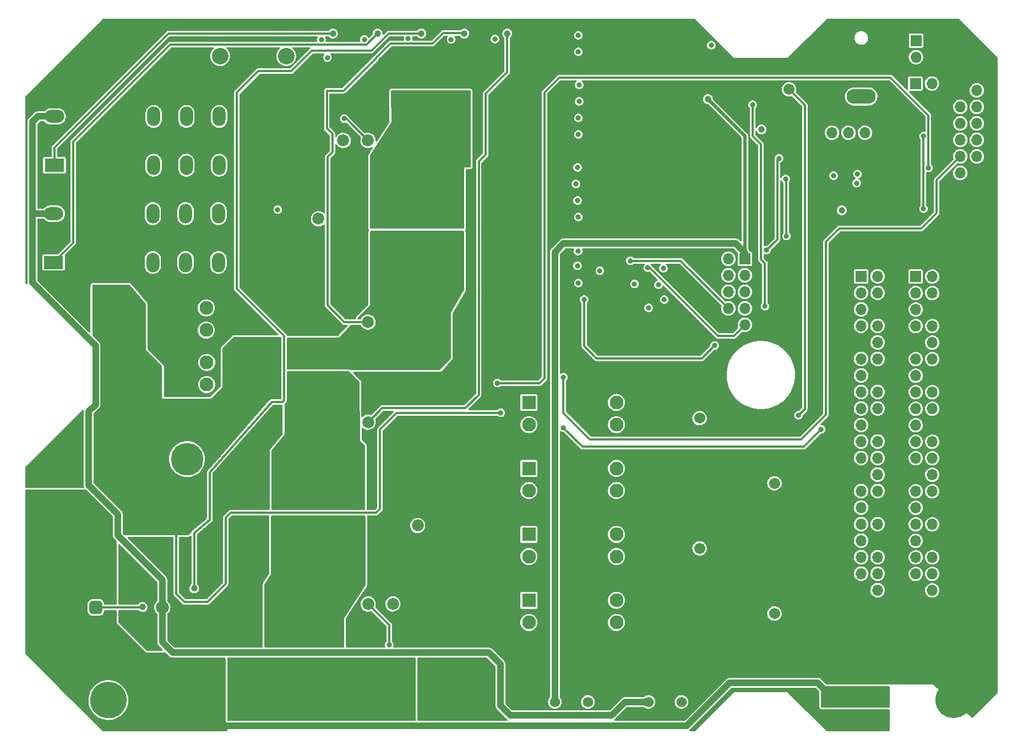
<source format=gbr>
%TF.GenerationSoftware,KiCad,Pcbnew,(6.0.10)*%
%TF.CreationDate,2023-02-22T22:59:33-05:00*%
%TF.ProjectId,System Management Board,53797374-656d-4204-9d61-6e6167656d65,rev?*%
%TF.SameCoordinates,Original*%
%TF.FileFunction,Copper,L3,Inr*%
%TF.FilePolarity,Positive*%
%FSLAX46Y46*%
G04 Gerber Fmt 4.6, Leading zero omitted, Abs format (unit mm)*
G04 Created by KiCad (PCBNEW (6.0.10)) date 2023-02-22 22:59:33*
%MOMM*%
%LPD*%
G01*
G04 APERTURE LIST*
G04 Aperture macros list*
%AMRoundRect*
0 Rectangle with rounded corners*
0 $1 Rounding radius*
0 $2 $3 $4 $5 $6 $7 $8 $9 X,Y pos of 4 corners*
0 Add a 4 corners polygon primitive as box body*
4,1,4,$2,$3,$4,$5,$6,$7,$8,$9,$2,$3,0*
0 Add four circle primitives for the rounded corners*
1,1,$1+$1,$2,$3*
1,1,$1+$1,$4,$5*
1,1,$1+$1,$6,$7*
1,1,$1+$1,$8,$9*
0 Add four rect primitives between the rounded corners*
20,1,$1+$1,$2,$3,$4,$5,0*
20,1,$1+$1,$4,$5,$6,$7,0*
20,1,$1+$1,$6,$7,$8,$9,0*
20,1,$1+$1,$8,$9,$2,$3,0*%
G04 Aperture macros list end*
%TA.AperFunction,ComponentPad*%
%ADD10C,1.701800*%
%TD*%
%TA.AperFunction,ComponentPad*%
%ADD11R,2.108200X2.108200*%
%TD*%
%TA.AperFunction,ComponentPad*%
%ADD12C,2.108200*%
%TD*%
%TA.AperFunction,ComponentPad*%
%ADD13R,1.700000X1.700000*%
%TD*%
%TA.AperFunction,ComponentPad*%
%ADD14O,1.700000X1.700000*%
%TD*%
%TA.AperFunction,ComponentPad*%
%ADD15O,4.500000X2.250000*%
%TD*%
%TA.AperFunction,ComponentPad*%
%ADD16O,4.000000X2.000000*%
%TD*%
%TA.AperFunction,ComponentPad*%
%ADD17O,2.000000X4.000000*%
%TD*%
%TA.AperFunction,ComponentPad*%
%ADD18C,5.000000*%
%TD*%
%TA.AperFunction,ComponentPad*%
%ADD19RoundRect,0.500000X-0.500000X0.500000X-0.500000X-0.500000X0.500000X-0.500000X0.500000X0.500000X0*%
%TD*%
%TA.AperFunction,ComponentPad*%
%ADD20C,2.000000*%
%TD*%
%TA.AperFunction,ComponentPad*%
%ADD21O,2.000000X3.000000*%
%TD*%
%TA.AperFunction,ComponentPad*%
%ADD22R,3.000000X2.000000*%
%TD*%
%TA.AperFunction,ComponentPad*%
%ADD23O,3.000000X2.000000*%
%TD*%
%TA.AperFunction,ComponentPad*%
%ADD24C,1.574800*%
%TD*%
%TA.AperFunction,ComponentPad*%
%ADD25C,5.600000*%
%TD*%
%TA.AperFunction,ComponentPad*%
%ADD26C,2.540000*%
%TD*%
%TA.AperFunction,ComponentPad*%
%ADD27R,1.830000X1.830000*%
%TD*%
%TA.AperFunction,ComponentPad*%
%ADD28C,1.830000*%
%TD*%
%TA.AperFunction,ComponentPad*%
%ADD29C,2.590000*%
%TD*%
%TA.AperFunction,ViaPad*%
%ADD30C,1.000000*%
%TD*%
%TA.AperFunction,ViaPad*%
%ADD31C,0.800000*%
%TD*%
%TA.AperFunction,Conductor*%
%ADD32C,0.330200*%
%TD*%
%TA.AperFunction,Conductor*%
%ADD33C,1.000000*%
%TD*%
%TA.AperFunction,Conductor*%
%ADD34C,0.500000*%
%TD*%
G04 APERTURE END LIST*
D10*
%TO.N,GND*%
%TO.C,J9*%
X185658698Y-117012299D03*
%TO.N,/15V Aux PWR OUT PROT*%
X189158701Y-117012299D03*
%TD*%
D11*
%TO.N,/48V PWR*%
%TO.C,F9*%
X151395000Y-135000000D03*
D12*
X151395000Y-138403600D03*
%TO.N,/48V Aux PWR OUT PROT*%
X164857000Y-138403600D03*
X164857000Y-135000000D03*
%TD*%
D11*
%TO.N,/V_batt+ PROT SW*%
%TO.C,F3*%
X88395000Y-98424999D03*
D12*
X88395000Y-101828599D03*
%TO.N,/LIGHT BANK B PROT*%
X101857000Y-101828599D03*
X101857000Y-98424999D03*
%TD*%
D13*
%TO.N,/JET_P1*%
%TO.C,J11*%
X202468300Y-85196001D03*
D14*
%TO.N,/JET_P2*%
X205008300Y-85196001D03*
%TO.N,/JET_P3*%
X202468300Y-87736001D03*
%TO.N,/JET_P4*%
X205008300Y-87736001D03*
%TO.N,/JET_P5*%
X202468300Y-90276001D03*
%TO.N,GND*%
X205008300Y-90276001D03*
%TO.N,/JET_P7*%
X202468300Y-92816001D03*
%TO.N,/Jet_UART1_Tx*%
X205008300Y-92816001D03*
%TO.N,GND*%
X202468300Y-95356001D03*
%TO.N,/Jet_UART1_Rx*%
X205008300Y-95356001D03*
%TO.N,/JET_P11*%
X202468300Y-97896001D03*
%TO.N,/JET_P12*%
X205008300Y-97896001D03*
%TO.N,/PICO OUT BIT 1*%
X202468300Y-100436001D03*
%TO.N,GND*%
X205008300Y-100436001D03*
%TO.N,/PICO OUT BIT 0*%
X202468300Y-102976001D03*
%TO.N,/PICO IN BIT 0*%
X205008300Y-102976001D03*
%TO.N,/JET_P17*%
X202468300Y-105516001D03*
%TO.N,/PICO OUT BIT 2*%
X205008300Y-105516001D03*
%TO.N,/JET_P19*%
X202468300Y-108056001D03*
%TO.N,GND*%
X205008300Y-108056001D03*
%TO.N,/JET_P21*%
X202468300Y-110596001D03*
%TO.N,/PICO IN BIT 2*%
X205008300Y-110596001D03*
%TO.N,/JET_P23*%
X202468300Y-113136001D03*
%TO.N,/JET_P24*%
X205008300Y-113136001D03*
%TO.N,GND*%
X202468300Y-115676001D03*
%TO.N,/JET_P26*%
X205008300Y-115676001D03*
%TO.N,/JET_P27*%
X202468300Y-118216001D03*
%TO.N,/JET_P28*%
X205008300Y-118216001D03*
%TO.N,/JET_P29*%
X202468300Y-120756001D03*
%TO.N,GND*%
X205008300Y-120756001D03*
%TO.N,/JET_P31*%
X202468300Y-123296001D03*
%TO.N,/PICO IN BIT 1*%
X205008300Y-123296001D03*
%TO.N,/JET_P33*%
X202468300Y-125836001D03*
%TO.N,GND*%
X205008300Y-125836001D03*
%TO.N,/JET_P35*%
X202468300Y-128376001D03*
%TO.N,/JET_P36*%
X205008300Y-128376001D03*
%TO.N,/JET_P37*%
X202468300Y-130916001D03*
%TO.N,/JET_P38*%
X205008300Y-130916001D03*
%TO.N,GND*%
X202468300Y-133456001D03*
%TO.N,/JET_P40*%
X205008300Y-133456001D03*
%TD*%
D10*
%TO.N,GND*%
%TO.C,J10*%
X187907998Y-56436000D03*
%TO.N,Net-(J10-Pad2)*%
X191408001Y-56436000D03*
%TD*%
D11*
%TO.N,/15v PWR*%
%TO.C,F8*%
X151395000Y-114730000D03*
D12*
X151395000Y-118133600D03*
%TO.N,/15V Aux PWR OUT PROT*%
X164857000Y-118133600D03*
X164857000Y-114730000D03*
%TD*%
D10*
%TO.N,GND*%
%TO.C,J5*%
X174143498Y-107000799D03*
%TO.N,/COMP PWR OUT PROT*%
X177643501Y-107000799D03*
%TD*%
D13*
%TO.N,Net-(J6-Pad10)*%
%TO.C,JP2*%
X210828900Y-55546800D03*
D14*
%TO.N,Net-(J6-Pad9)*%
X213368900Y-55546800D03*
%TD*%
D15*
%TO.N,/COMP PWR OUT PROT*%
%TO.C,J4*%
X202496800Y-57542400D03*
D16*
%TO.N,GND*%
X202496800Y-51542400D03*
D17*
X197996800Y-50542400D03*
X206996800Y-50542400D03*
%TD*%
D11*
%TO.N,/48V PWR*%
%TO.C,F5*%
X151395000Y-124865000D03*
D12*
X151395000Y-128268600D03*
%TO.N,/SWITCH PWR OUT PROT*%
X164857000Y-128268600D03*
X164857000Y-124865000D03*
%TD*%
D13*
%TO.N,/JET_P1*%
%TO.C,J7*%
X210886800Y-85221800D03*
D14*
%TO.N,/JET_P2*%
X213426800Y-85221800D03*
%TO.N,/JET_P3*%
X210886800Y-87761800D03*
%TO.N,/JET_P4*%
X213426800Y-87761800D03*
%TO.N,/JET_P5*%
X210886800Y-90301800D03*
%TO.N,GND*%
X213426800Y-90301800D03*
%TO.N,/JET_P7*%
X210886800Y-92841800D03*
%TO.N,/Jet_UART1_Tx*%
X213426800Y-92841800D03*
%TO.N,GND*%
X210886800Y-95381800D03*
%TO.N,/Jet_UART1_Rx*%
X213426800Y-95381800D03*
%TO.N,/JET_P11*%
X210886800Y-97921800D03*
%TO.N,/JET_P12*%
X213426800Y-97921800D03*
%TO.N,/PICO OUT BIT 1*%
X210886800Y-100461800D03*
%TO.N,GND*%
X213426800Y-100461800D03*
%TO.N,/PICO OUT BIT 0*%
X210886800Y-103001800D03*
%TO.N,/PICO IN BIT 0*%
X213426800Y-103001800D03*
%TO.N,/JET_P17*%
X210886800Y-105541800D03*
%TO.N,/PICO OUT BIT 2*%
X213426800Y-105541800D03*
%TO.N,/JET_P19*%
X210886800Y-108081800D03*
%TO.N,GND*%
X213426800Y-108081800D03*
%TO.N,/JET_P21*%
X210886800Y-110621800D03*
%TO.N,/PICO IN BIT 2*%
X213426800Y-110621800D03*
%TO.N,/JET_P23*%
X210886800Y-113161800D03*
%TO.N,/JET_P24*%
X213426800Y-113161800D03*
%TO.N,GND*%
X210886800Y-115701800D03*
%TO.N,/JET_P26*%
X213426800Y-115701800D03*
%TO.N,/JET_P27*%
X210886800Y-118241800D03*
%TO.N,/JET_P28*%
X213426800Y-118241800D03*
%TO.N,/JET_P29*%
X210886800Y-120781800D03*
%TO.N,GND*%
X213426800Y-120781800D03*
%TO.N,/JET_P31*%
X210886800Y-123321800D03*
%TO.N,/PICO IN BIT 1*%
X213426800Y-123321800D03*
%TO.N,/JET_P33*%
X210886800Y-125861800D03*
%TO.N,GND*%
X213426800Y-125861800D03*
%TO.N,/JET_P35*%
X210886800Y-128401800D03*
%TO.N,/JET_P36*%
X213426800Y-128401800D03*
%TO.N,/JET_P37*%
X210886800Y-130941800D03*
%TO.N,/JET_P38*%
X213426800Y-130941800D03*
%TO.N,GND*%
X210886800Y-133481800D03*
%TO.N,/JET_P40*%
X213426800Y-133481800D03*
%TD*%
D18*
%TO.N,/V_batt+ PROT*%
%TO.C,K1*%
X81015000Y-123440000D03*
%TO.N,unconnected-(K1-Pad12)*%
X98815000Y-113300000D03*
%TO.N,/V_batt+ PROT SW*%
X98815000Y-120900000D03*
D19*
%TO.N,Net-(D4-Pad2)*%
X84815000Y-136100000D03*
D20*
%TO.N,/5V Relay PWR*%
X95015000Y-136100000D03*
%TD*%
D21*
%TO.N,/LIGHT BANK B PROT*%
%TO.C,K3*%
X98735000Y-68105000D03*
X98735000Y-60605000D03*
%TO.N,unconnected-(K3-Pad12)*%
X93695000Y-60605000D03*
X93695000Y-68105000D03*
%TO.N,/LIGHT BANK B PROT SW*%
X103775000Y-68105000D03*
X103775000Y-60605000D03*
D22*
%TO.N,Net-(D6-Pad2)*%
X78435000Y-68105000D03*
D23*
%TO.N,/5V Relay PWR*%
X78435000Y-60605000D03*
%TD*%
D21*
%TO.N,/LIGHT BANK A PROT*%
%TO.C,K2*%
X98615000Y-75550000D03*
X98615000Y-83050000D03*
%TO.N,unconnected-(K2-Pad12)*%
X93575000Y-83050000D03*
X93575000Y-75550000D03*
%TO.N,/LIGHT BANK A PROT SW*%
X103655000Y-83050000D03*
X103655000Y-75550000D03*
D22*
%TO.N,Net-(D5-Pad2)*%
X78315000Y-83050000D03*
D23*
%TO.N,/5V Relay PWR*%
X78315000Y-75550000D03*
%TD*%
D11*
%TO.N,/15v PWR*%
%TO.C,F4*%
X151395000Y-104595000D03*
D12*
X151395000Y-107998600D03*
%TO.N,/COMP PWR OUT PROT*%
X164857000Y-107998600D03*
X164857000Y-104595000D03*
%TD*%
D13*
%TO.N,Net-(J6-Pad5)*%
%TO.C,JP1*%
X210918800Y-48942800D03*
D14*
%TO.N,Net-(J6-Pad6)*%
X210918800Y-51482800D03*
%TD*%
D24*
%TO.N,Net-(RL1-PadC1)*%
%TO.C,U2*%
X174870000Y-150635000D03*
%TO.N,GND*%
X172330000Y-150635000D03*
%TO.N,/5V Relay PWR*%
X169790000Y-150635000D03*
%TD*%
D10*
%TO.N,GND*%
%TO.C,J3*%
X174143498Y-127023799D03*
%TO.N,/SWITCH PWR OUT PROT*%
X177643501Y-127023799D03*
%TD*%
D25*
%TO.N,GND*%
%TO.C,H2*%
X216725000Y-50350000D03*
%TD*%
D24*
%TO.N,Net-(RL1-PadC1)*%
%TO.C,U3*%
X160470000Y-150635000D03*
%TO.N,GND*%
X157930000Y-150635000D03*
%TO.N,/5V Logic PWR*%
X155390000Y-150635000D03*
%TD*%
D10*
%TO.N,GND*%
%TO.C,J8*%
X185658698Y-137035301D03*
%TO.N,/48V Aux PWR OUT PROT*%
X189158701Y-137035301D03*
%TD*%
D26*
%TO.N,GND*%
%TO.C,J1*%
X141595000Y-148875000D03*
X136515000Y-148875000D03*
%TO.N,/V_batt+*%
X131435000Y-148875000D03*
X126355000Y-148875000D03*
%TD*%
D13*
%TO.N,GND*%
%TO.C,J6*%
X220275800Y-69296000D03*
D14*
%TO.N,JET_RECOV*%
X217735800Y-69296000D03*
%TO.N,JET_RST*%
X220275800Y-66756000D03*
%TO.N,/JET_ON*%
X217735800Y-66756000D03*
%TO.N,Net-(J6-Pad5)*%
X220275800Y-64216000D03*
%TO.N,Net-(J6-Pad6)*%
X217735800Y-64216000D03*
%TO.N,CVB_STBY*%
X220275800Y-61676000D03*
%TO.N,SYSTEM_OC*%
X217735800Y-61676000D03*
%TO.N,Net-(J6-Pad9)*%
X220275800Y-59136000D03*
%TO.N,Net-(J6-Pad10)*%
X217735800Y-59136000D03*
%TO.N,unconnected-(J6-Pad11)*%
X220275800Y-56596000D03*
%TO.N,GND*%
X217735800Y-56596000D03*
%TD*%
D25*
%TO.N,GND*%
%TO.C,H4*%
X216725000Y-150350000D03*
%TD*%
%TO.N,GND*%
%TO.C,H1*%
X86725000Y-50350000D03*
%TD*%
%TO.N,GND*%
%TO.C,H3*%
X86725000Y-150350000D03*
%TD*%
D11*
%TO.N,/V_batt+ PROT SW*%
%TO.C,F2*%
X88325000Y-90045000D03*
D12*
X88325000Y-93448600D03*
%TO.N,/LIGHT BANK A PROT*%
X101787000Y-93448600D03*
X101787000Y-90045000D03*
%TD*%
D13*
%TO.N,GND*%
%TO.C,J13*%
X205613000Y-63119000D03*
D14*
%TO.N,/Aux_SW*%
X203073000Y-63119000D03*
%TO.N,Net-(F10-Pad2)*%
X200533000Y-63119000D03*
%TO.N,/Ext_Relay_LOW_SIDE*%
X197993000Y-63119000D03*
%TD*%
D11*
%TO.N,/V_batt+*%
%TO.C,F1*%
X111105000Y-151461667D03*
D12*
X111105000Y-148058067D03*
%TO.N,/V_batt+ PROT*%
X97643000Y-148058067D03*
X97643000Y-151461667D03*
%TD*%
D13*
%TO.N,/5V Logic PWR*%
%TO.C,J12*%
X184609000Y-82501000D03*
D14*
%TO.N,/PICO 3V3*%
X182069000Y-82501000D03*
%TO.N,/Pico LED A*%
X184609000Y-85041000D03*
%TO.N,/Pico LED B*%
X182069000Y-85041000D03*
%TO.N,/Aux_ADC_IN*%
X184609000Y-87581000D03*
%TO.N,/Pico UART0 Rx*%
X182069000Y-87581000D03*
%TO.N,/Pico UART0 Tx*%
X184609000Y-90121000D03*
%TO.N,/Jet_UART1_Tx*%
X182069000Y-90121000D03*
%TO.N,/Jet_UART1_Rx*%
X184609000Y-92661000D03*
%TO.N,GND*%
X182069000Y-92661000D03*
%TD*%
D26*
%TO.N,/LIGHT BANK A PROT SW*%
%TO.C,J2*%
X114070000Y-51325000D03*
%TO.N,GND*%
X108990000Y-51325000D03*
%TO.N,/LIGHT BANK B PROT SW*%
X103910000Y-51325000D03*
%TO.N,GND*%
X98830000Y-51325000D03*
%TD*%
D27*
%TO.N,/CPS_IN_PROT*%
%TO.C,PS1*%
X134285000Y-92225000D03*
D28*
%TO.N,/~{COMP PWR EN}*%
X126665000Y-92225000D03*
%TO.N,GND*%
X119045000Y-92225000D03*
D29*
X119045000Y-64285000D03*
D28*
%TO.N,unconnected-(PS1-Pad5)*%
X122855000Y-64285000D03*
%TO.N,Net-(PS1-Pad6)*%
X126665000Y-64285000D03*
%TO.N,/15v PWR*%
X130475000Y-64285000D03*
D29*
X134285000Y-64285000D03*
D28*
%TO.N,GND*%
X119045000Y-80155000D03*
%TO.N,/COMP PWR CM*%
X119045000Y-76345000D03*
%TD*%
D27*
%TO.N,/PSPS_IN_PROT*%
%TO.C,PS2*%
X119055000Y-107625000D03*
D28*
%TO.N,/~{SWITCH PWR EN}*%
X126675000Y-107625000D03*
%TO.N,GND*%
X134295000Y-107625000D03*
D29*
X134295000Y-135565000D03*
D28*
%TO.N,unconnected-(PS2-Pad5)*%
X130485000Y-135565000D03*
%TO.N,Net-(PS2-Pad6)*%
X126675000Y-135565000D03*
%TO.N,/48V PWR*%
X122865000Y-135565000D03*
D29*
X119055000Y-135565000D03*
D28*
%TO.N,GND*%
X134295000Y-119695000D03*
%TO.N,/POE SW PWR CM*%
X134295000Y-123505000D03*
%TD*%
D30*
%TO.N,GND*%
X90551000Y-138176000D03*
X90678000Y-131191000D03*
X172847000Y-100838000D03*
X165989000Y-100838000D03*
X157988000Y-120142000D03*
X157861000Y-115189000D03*
X179705000Y-113030000D03*
X173736000Y-113030000D03*
X190754000Y-112903000D03*
X185547000Y-112903000D03*
X167259000Y-112903000D03*
X177292000Y-131699000D03*
X171323000Y-131699000D03*
X158623000Y-131572000D03*
X188341000Y-131572000D03*
X183134000Y-131572000D03*
X164846000Y-131572000D03*
D31*
%TO.N,/V_batt+ PROT SW*%
X147066000Y-106172000D03*
X156718000Y-108458000D03*
X196342000Y-108712000D03*
D30*
%TO.N,GND*%
X199771000Y-65024000D03*
X190754000Y-94488000D03*
X194818000Y-94615000D03*
X185928000Y-70231000D03*
X185928000Y-66548000D03*
X178435000Y-61976000D03*
D31*
X162814000Y-88646000D03*
%TO.N,/JET_ON*%
X156718000Y-100711000D03*
%TO.N,/PICO IN BIT 1*%
X158972250Y-81311750D03*
%TO.N,/PICO IN BIT 2*%
X158877000Y-83566000D03*
%TO.N,/PICO OUT BIT 2*%
X162306000Y-84328000D03*
%TO.N,/PICO OUT BIT 0*%
X159004000Y-86233000D03*
%TO.N,/PICO IN BIT 0*%
X158623000Y-70993000D03*
%TO.N,/PICO OUT BIT 1*%
X167640000Y-86360000D03*
%TO.N,/POE SW PWR CM*%
X158877000Y-68453000D03*
%TO.N,/LIGHT BANK B PROT SW*%
X185801000Y-58801000D03*
X179451000Y-49657000D03*
X187706000Y-89789000D03*
%TO.N,/LIGHT BANK A PROT SW*%
X169799000Y-90043000D03*
%TO.N,/COMP PWR CM*%
X112776000Y-74930000D03*
X159004000Y-63373000D03*
%TO.N,/Light B Relay EN*%
X159004000Y-60833000D03*
X119507000Y-48768000D03*
%TO.N,/Light A Relay EN*%
X126111000Y-48768000D03*
X159131000Y-58293000D03*
%TO.N,/Main Relay EN*%
X132842000Y-48641000D03*
X159131000Y-55753000D03*
%TO.N,/COMP PWR EN*%
X139446000Y-48768000D03*
X159004000Y-50673000D03*
%TO.N,/Light B Relay EN*%
X120412609Y-51555142D03*
%TO.N,/SWITCH PWR EN*%
X159004000Y-48133000D03*
X146177000Y-48700297D03*
%TO.N,/V_batt+ PROT*%
X187960000Y-81153000D03*
X189865000Y-67056000D03*
%TO.N,/MUX_S0*%
X172212000Y-88773000D03*
%TO.N,/MUX_S2*%
X172085000Y-83947000D03*
%TO.N,/MUX_S1*%
X171323000Y-86487000D03*
%TO.N,/MUX_S0*%
X201803000Y-70866000D03*
%TO.N,/MUX_S1*%
X198247000Y-69723000D03*
%TO.N,/MUX_S2*%
X201930000Y-69469000D03*
D30*
%TO.N,GND*%
X158496000Y-143129000D03*
X164719000Y-143129000D03*
X171196000Y-143256000D03*
X177165000Y-143256000D03*
X183007000Y-143129000D03*
X188214000Y-143129000D03*
X193802000Y-143129000D03*
X217678000Y-140081000D03*
X213614000Y-139954000D03*
X209677000Y-139954000D03*
X217805000Y-137033000D03*
X213614000Y-137033000D03*
X209677000Y-137033000D03*
X203327000Y-153670000D03*
X198120000Y-153670000D03*
D31*
X211328000Y-145923000D03*
%TO.N,/Aux_SW*%
X159893000Y-88773000D03*
X179956400Y-95817514D03*
D30*
%TO.N,GND*%
X136080000Y-103088000D03*
X140780000Y-103088000D03*
X136080000Y-100838000D03*
X138430000Y-103088000D03*
X140780000Y-100838000D03*
X138430000Y-100838000D03*
D31*
X146558000Y-99949000D03*
X146558000Y-92710000D03*
%TO.N,/TEMP_SENSE_1*%
X146558000Y-101600000D03*
%TO.N,Net-(JP4-Pad2)*%
X159004000Y-76073000D03*
%TO.N,Net-(JP3-Pad2)*%
X158877000Y-73533000D03*
%TO.N,/Jet_UART1_Rx*%
X169669400Y-83863271D03*
%TO.N,/Jet_UART1_Tx*%
X167005000Y-82804000D03*
%TO.N,/Light_B_Vout MES_ADC*%
X212090000Y-74803000D03*
%TO.N,/POE_SW_Vout MES_ADC*%
X190881000Y-70231000D03*
X191008000Y-78994000D03*
D30*
%TO.N,/PICO 3V3*%
X199517000Y-75057000D03*
%TO.N,/15v PWR*%
X140200000Y-67800000D03*
X135500000Y-67800000D03*
X128450000Y-76800000D03*
X137850000Y-70050000D03*
X137800000Y-63200000D03*
X135500000Y-76800000D03*
X140200000Y-76800000D03*
X130800000Y-70050000D03*
X140200000Y-72300000D03*
X141400000Y-57800000D03*
X128450000Y-72300000D03*
X130800000Y-76800000D03*
X136367332Y-57800000D03*
X140150000Y-63200000D03*
X140200000Y-70050000D03*
X135500000Y-70050000D03*
X130800000Y-67800000D03*
X137850000Y-67800000D03*
X128450000Y-70050000D03*
X128450000Y-67800000D03*
X140200000Y-74550000D03*
X137850000Y-65550000D03*
X138883665Y-57800000D03*
X133850999Y-57800000D03*
X131334666Y-57800000D03*
X140200000Y-65550000D03*
X133150000Y-74550000D03*
X130800000Y-74550000D03*
X137850000Y-74550000D03*
X133150000Y-76800000D03*
X133150000Y-70050000D03*
X133150000Y-67800000D03*
X135500000Y-74550000D03*
X128450000Y-74550000D03*
X137850000Y-76800000D03*
%TO.N,/48V PWR*%
X122600000Y-131800000D03*
X124950000Y-127300000D03*
X113200000Y-134050000D03*
X116874726Y-141768000D03*
X121749452Y-141768000D03*
X122600000Y-129550000D03*
X122600000Y-122800000D03*
X120250000Y-125050000D03*
X113200000Y-125050000D03*
X112000000Y-141768000D03*
X124950000Y-122800000D03*
X114437363Y-141768000D03*
X115600000Y-136400000D03*
X113200000Y-131800000D03*
X119312089Y-141768000D03*
X113200000Y-127300000D03*
X117900000Y-129550000D03*
X113250000Y-136400000D03*
X115550000Y-125050000D03*
X115550000Y-131800000D03*
X124950000Y-125050000D03*
X115550000Y-122800000D03*
X115550000Y-134050000D03*
X115550000Y-129550000D03*
X122600000Y-125050000D03*
X117900000Y-122800000D03*
X124950000Y-129550000D03*
X113200000Y-122800000D03*
X117900000Y-125050000D03*
X120250000Y-129550000D03*
X120250000Y-131800000D03*
X117900000Y-131800000D03*
X124950000Y-131800000D03*
X113200000Y-129550000D03*
X120250000Y-122800000D03*
%TO.N,/V_batt+ PROT*%
X201676000Y-150749000D03*
X205994000Y-150749000D03*
X197485000Y-150749000D03*
D31*
%TO.N,/V_batt+ PROT SW*%
X105750000Y-102250000D03*
X111500000Y-101000000D03*
X107000000Y-102250000D03*
X105750000Y-98500000D03*
X112750000Y-98500000D03*
X111500000Y-98500000D03*
X107000000Y-98500000D03*
X105750000Y-99750000D03*
X111500000Y-97250000D03*
X112750000Y-103500000D03*
X112750000Y-102250000D03*
X112750000Y-96000000D03*
X112750000Y-97250000D03*
X105750000Y-101000000D03*
X107000000Y-97250000D03*
X107000000Y-99750000D03*
X112750000Y-99750000D03*
X111500000Y-103500000D03*
X111500000Y-102250000D03*
X111500000Y-96000000D03*
X112750000Y-101000000D03*
X105750000Y-96000000D03*
X107000000Y-96000000D03*
X111500000Y-99750000D03*
X107000000Y-103500000D03*
X107000000Y-101000000D03*
X105750000Y-97250000D03*
X105750000Y-103500000D03*
D30*
%TO.N,/~{COMP PWR EN}*%
X141478000Y-47854600D03*
D31*
%TO.N,Net-(PS1-Pad6)*%
X123012200Y-60934600D03*
D30*
%TO.N,/~{SWITCH PWR EN}*%
X148082000Y-47854600D03*
D31*
%TO.N,Net-(PS2-Pad6)*%
X129921000Y-141859000D03*
D30*
%TO.N,/CPS_IN_PROT*%
X140150000Y-79600000D03*
X133650000Y-98400000D03*
X137800000Y-88600000D03*
X133100000Y-81850000D03*
X135450000Y-81850000D03*
X130750000Y-88600000D03*
X128950000Y-98400000D03*
X135450000Y-86350000D03*
X133100000Y-79600000D03*
X130750000Y-81850000D03*
X133100000Y-88600000D03*
X136000000Y-98400000D03*
X137800000Y-81850000D03*
X130750000Y-86350000D03*
X115000000Y-95800000D03*
X140150000Y-86350000D03*
X130750000Y-79600000D03*
X140150000Y-81850000D03*
X124200000Y-98400000D03*
X128400000Y-81850000D03*
X135450000Y-79600000D03*
X128400000Y-79600000D03*
X131300000Y-98400000D03*
X126600000Y-98400000D03*
X137800000Y-86350000D03*
X137800000Y-79600000D03*
X115000000Y-98050000D03*
X128400000Y-84100000D03*
X140150000Y-84100000D03*
X128400000Y-86350000D03*
X135450000Y-88600000D03*
X121850000Y-98400000D03*
X128400000Y-88600000D03*
X133100000Y-86350000D03*
%TO.N,/PSPS_IN_PROT*%
X121650000Y-104800000D03*
X124950000Y-113500000D03*
X124950000Y-115750000D03*
X123950000Y-107000000D03*
X121600000Y-107000000D03*
X114600000Y-104800000D03*
X120250000Y-120250000D03*
X124950000Y-111250000D03*
X113200000Y-113500000D03*
X122200000Y-100800000D03*
X124950000Y-118000000D03*
X117900000Y-118000000D03*
X120250000Y-118000000D03*
X123950000Y-109000000D03*
X122600000Y-113500000D03*
X115550000Y-118000000D03*
X121600000Y-109000000D03*
X122600000Y-111250000D03*
X115050000Y-100800000D03*
X116950000Y-104800000D03*
X113200000Y-118000000D03*
X117900000Y-111250000D03*
X124950000Y-120250000D03*
X119300000Y-104800000D03*
X113200000Y-115750000D03*
X113200000Y-111250000D03*
X120250000Y-111250000D03*
X113200000Y-120250000D03*
X117900000Y-120250000D03*
X117900000Y-113500000D03*
X115550000Y-120250000D03*
X115550000Y-113500000D03*
X115550000Y-111250000D03*
X122600000Y-120250000D03*
X122600000Y-118000000D03*
X115000000Y-102600000D03*
X120400000Y-100750000D03*
X120250000Y-113500000D03*
%TO.N,Net-(D4-Pad2)*%
X91973400Y-136042400D03*
X99923600Y-133172200D03*
X134874000Y-47854600D03*
%TO.N,Net-(D5-Pad2)*%
X128111069Y-47854600D03*
%TO.N,Net-(D6-Pad2)*%
X121257800Y-47854600D03*
%TO.N,GND*%
X133630400Y-100772400D03*
X138938000Y-134855000D03*
X138938000Y-115716000D03*
X116649000Y-63246000D03*
X186182000Y-76708000D03*
X143738600Y-134895200D03*
X144280400Y-146725200D03*
X81788000Y-115189000D03*
X126751178Y-141768000D03*
X158391200Y-91414931D03*
X116650000Y-65460000D03*
X76073000Y-115443000D03*
X138939000Y-129614000D03*
X117602000Y-46609000D03*
X103632000Y-131699000D03*
X126111000Y-74549000D03*
X110744000Y-118019000D03*
X136588000Y-115716000D03*
X137530400Y-152927000D03*
X138939000Y-137069000D03*
X126111000Y-67799000D03*
X127254000Y-125059000D03*
X144844000Y-88538000D03*
X81788000Y-109093000D03*
X110744000Y-113519000D03*
X136588000Y-127400000D03*
X104901000Y-134510000D03*
X199009000Y-79883000D03*
X110744000Y-111269000D03*
X181864000Y-130048000D03*
X144843000Y-76744000D03*
X149606000Y-83585000D03*
X116649000Y-81788000D03*
X128764961Y-51967400D03*
X116649000Y-67799000D03*
X126111000Y-70049000D03*
X129603000Y-111252000D03*
X142494000Y-81788000D03*
X123571000Y-58602000D03*
X121253250Y-58602000D03*
X121710312Y-51967400D03*
X131280400Y-103022400D03*
X123761000Y-67799000D03*
X142494000Y-79538000D03*
X172974000Y-91440000D03*
X106045000Y-122682000D03*
X150622000Y-64952000D03*
X126343494Y-51967400D03*
X149606000Y-81335000D03*
X136589000Y-131864000D03*
X136589000Y-139319000D03*
X103632000Y-120324000D03*
X110745000Y-122682000D03*
X131954000Y-129559000D03*
X126111000Y-81788000D03*
X149606000Y-69977000D03*
X158750000Y-66040000D03*
X144843000Y-69994000D03*
D31*
X196367400Y-110642400D03*
D30*
X107251000Y-134510000D03*
X135280400Y-144754600D03*
X143738600Y-139340200D03*
X114299000Y-63246000D03*
X129604000Y-131809000D03*
X127254000Y-131809000D03*
X114300000Y-72263000D03*
X106045000Y-131682000D03*
X121411000Y-86288000D03*
X145987000Y-62666000D03*
X134239000Y-113502000D03*
X118999000Y-70049000D03*
X134239000Y-129614000D03*
X142030400Y-144754600D03*
X130872903Y-51967400D03*
X142030400Y-152927000D03*
X144280400Y-152927000D03*
X126111000Y-86288000D03*
X114300000Y-61015000D03*
X126720600Y-137387600D03*
X123761000Y-86288000D03*
X148337000Y-58166000D03*
X147194000Y-79538000D03*
X185928000Y-72898000D03*
X116649000Y-88538000D03*
X148337000Y-64916000D03*
X142493000Y-69994000D03*
X147193000Y-67744000D03*
X158496000Y-53340000D03*
X139780400Y-144754600D03*
X136589000Y-125114000D03*
X123761000Y-81788000D03*
X134239000Y-127364000D03*
X121411000Y-76799000D03*
X142262304Y-51967400D03*
X110744000Y-120269000D03*
X144255000Y-151083400D03*
X144280400Y-144754600D03*
X103632000Y-127199000D03*
X126111000Y-84038000D03*
X110745000Y-129432000D03*
X143637000Y-60416000D03*
X148337000Y-62666000D03*
X128818333Y-57800000D03*
X126720600Y-139737600D03*
X138939000Y-118002000D03*
X141415000Y-137109200D03*
X172236400Y-78862269D03*
X134239000Y-111252000D03*
X102616000Y-136724000D03*
X129603000Y-118002000D03*
X116650000Y-84074000D03*
X102616000Y-138974000D03*
X127253000Y-118002000D03*
X146202400Y-134899400D03*
X127253000Y-113502000D03*
X136588000Y-134855000D03*
X114299000Y-74549000D03*
X108394000Y-111269000D03*
X134239000Y-139319000D03*
X116650000Y-72263000D03*
X137809058Y-51967400D03*
X121411000Y-74549000D03*
X126302000Y-57800000D03*
X149606000Y-74477000D03*
X137505000Y-151083400D03*
X121412000Y-79557000D03*
X104901000Y-136760000D03*
X109601000Y-136760000D03*
X126111000Y-88538000D03*
X142494000Y-88538000D03*
X135255000Y-151083400D03*
X118999000Y-72299000D03*
X118999000Y-60996000D03*
X114300000Y-84074000D03*
X136589000Y-118002000D03*
X118999000Y-84038000D03*
X110745000Y-124932000D03*
X131954000Y-125059000D03*
X142493000Y-74494000D03*
X144844000Y-79538000D03*
X133156974Y-51967400D03*
X137541000Y-46609000D03*
X138938000Y-127400000D03*
X109601000Y-141260000D03*
X184150000Y-130048000D03*
X114299000Y-70049000D03*
X144607759Y-51967400D03*
X209550000Y-59309000D03*
X116617750Y-58602000D03*
X104901000Y-141260000D03*
X142494000Y-72172000D03*
X149606000Y-67727000D03*
X147193000Y-69994000D03*
X106045000Y-129432000D03*
X204089000Y-71628000D03*
X198120000Y-125984000D03*
X146202400Y-141812400D03*
X103632000Y-124949000D03*
X131953000Y-111252000D03*
X141415000Y-139359200D03*
X108395000Y-129432000D03*
X114300000Y-58602000D03*
X198120000Y-123444000D03*
X139755000Y-151083400D03*
X126111000Y-72299000D03*
X195580000Y-123444000D03*
X172720000Y-53340000D03*
X141414000Y-134895200D03*
X127254000Y-127309000D03*
X143637000Y-62666000D03*
X131954000Y-122809000D03*
X145987000Y-64916000D03*
X139780400Y-146725200D03*
X139780400Y-152927000D03*
X129603000Y-120252000D03*
X142494000Y-84038000D03*
X106044000Y-113519000D03*
X110744000Y-127254000D03*
X135280400Y-152927000D03*
X134239000Y-115752000D03*
X123761000Y-79538000D03*
X102616000Y-141224000D03*
X116649000Y-60996000D03*
X147194000Y-86288000D03*
X143738600Y-141808200D03*
X194945000Y-63881000D03*
X150622000Y-62702000D03*
X144844000Y-81788000D03*
X108394000Y-113519000D03*
X127253000Y-115752000D03*
X118999000Y-67799000D03*
X172236400Y-66368988D03*
X123761000Y-74549000D03*
X114299000Y-81788000D03*
X131280400Y-100772400D03*
X131953000Y-113502000D03*
X130937000Y-46609000D03*
X131953000Y-118002000D03*
X143637000Y-58166000D03*
X136589000Y-111252000D03*
X197104000Y-67056000D03*
X119393320Y-51967400D03*
X106044000Y-120269000D03*
X135890000Y-141768000D03*
X129604000Y-125059000D03*
X138938000Y-139300000D03*
X149606000Y-79085000D03*
X103632000Y-118074000D03*
X114300000Y-65460000D03*
X144843000Y-67744000D03*
X108395000Y-122682000D03*
X106044000Y-118019000D03*
X143637000Y-64916000D03*
X146202400Y-139344400D03*
X145987000Y-58166000D03*
X147193000Y-76744000D03*
X118935500Y-58602000D03*
X126111000Y-76799000D03*
X129604000Y-129559000D03*
X127254000Y-129559000D03*
X144145000Y-46609000D03*
X134239000Y-131864000D03*
X142005000Y-151083400D03*
X198882000Y-84709000D03*
X107251000Y-141260000D03*
X110744000Y-115769000D03*
X116649000Y-86288000D03*
X118999000Y-86288000D03*
X116649000Y-70049000D03*
X103632000Y-129449000D03*
X114299000Y-86288000D03*
X123761000Y-88538000D03*
X121411000Y-88538000D03*
X124313815Y-141768000D03*
X127253000Y-120252000D03*
X131953000Y-120252000D03*
X149606000Y-72227000D03*
X144843000Y-74494000D03*
X131954000Y-131809000D03*
X138938000Y-131845000D03*
X165608000Y-94234000D03*
X123761000Y-70049000D03*
X158750000Y-78740000D03*
X204089000Y-70231000D03*
X103632000Y-115824000D03*
X114300000Y-67818000D03*
X140138188Y-51967400D03*
X114299000Y-88538000D03*
X126111000Y-79538000D03*
X108394000Y-118019000D03*
X127254000Y-122809000D03*
X126314200Y-60299600D03*
X106045000Y-124932000D03*
X103632000Y-122574000D03*
X133630400Y-103022400D03*
X192532000Y-123444000D03*
X128930400Y-100772400D03*
X136589000Y-129614000D03*
X116649000Y-74549000D03*
X137530400Y-144754600D03*
X135280400Y-146725200D03*
X146203400Y-137113400D03*
X150622000Y-60452000D03*
X108394000Y-120269000D03*
X214503000Y-59436000D03*
X186436000Y-130048000D03*
X143739600Y-137109200D03*
X142494000Y-86288000D03*
X144844000Y-86288000D03*
X107251000Y-136760000D03*
X129603000Y-113502000D03*
X141326630Y-141808200D03*
X109601000Y-134510000D03*
X127253000Y-111252000D03*
X138939000Y-125114000D03*
X108395000Y-124932000D03*
X137530400Y-146725200D03*
X150622000Y-58202000D03*
X136589000Y-113502000D03*
X121411000Y-81788000D03*
X128930400Y-103022400D03*
X118999000Y-88538000D03*
X131826000Y-139319000D03*
X146923574Y-51967400D03*
X124028186Y-51967400D03*
X147193000Y-74494000D03*
X142030400Y-146725200D03*
X121411000Y-70049000D03*
X109601000Y-139010000D03*
X129604000Y-122809000D03*
X142493000Y-76744000D03*
X198882000Y-89535000D03*
X147194000Y-81788000D03*
X149606000Y-76835000D03*
X138939000Y-111252000D03*
X108395000Y-131682000D03*
X124079000Y-46609000D03*
X149606000Y-86233000D03*
X135481629Y-51967400D03*
X138939000Y-113502000D03*
X121412000Y-67818000D03*
X136589000Y-137069000D03*
X123761000Y-76799000D03*
%TO.N,/5V Logic PWR*%
X178917600Y-57937400D03*
D31*
%TO.N,Net-(J10-Pad2)*%
X192862200Y-106553000D03*
D30*
%TO.N,/PICO 3V3*%
X187170731Y-62586600D03*
D31*
%TO.N,/Light_B_Vout MES_ADC*%
X212090000Y-63636276D03*
%TO.N,/TEMP_SENSE_1*%
X212854600Y-68503800D03*
%TD*%
D32*
%TO.N,/V_batt+ PROT SW*%
X98815000Y-122292000D02*
X98815000Y-120900000D01*
X97155000Y-123952000D02*
X98815000Y-122292000D01*
X97155000Y-133985000D02*
X97155000Y-123952000D01*
X101981000Y-135255000D02*
X98425000Y-135255000D01*
X105537000Y-121539000D02*
X104775000Y-122301000D01*
X128524000Y-108712000D02*
X128524000Y-120904000D01*
X128524000Y-120904000D02*
X127889000Y-121539000D01*
X104775000Y-122301000D02*
X104775000Y-132461000D01*
X104775000Y-132461000D02*
X101981000Y-135255000D01*
X131064000Y-106172000D02*
X128524000Y-108712000D01*
X147066000Y-106172000D02*
X131064000Y-106172000D01*
X127889000Y-121539000D02*
X105537000Y-121539000D01*
X98425000Y-135255000D02*
X97155000Y-133985000D01*
X159639000Y-111379000D02*
X156718000Y-108458000D01*
X193675000Y-111379000D02*
X159639000Y-111379000D01*
X196342000Y-108712000D02*
X193675000Y-111379000D01*
%TO.N,/JET_ON*%
X156718000Y-106172000D02*
X156718000Y-100711000D01*
X160782000Y-110236000D02*
X156718000Y-106172000D01*
X197104000Y-106426000D02*
X193294000Y-110236000D01*
X199136000Y-77851000D02*
X197104000Y-79883000D01*
X211709000Y-77851000D02*
X199136000Y-77851000D01*
X214122000Y-75438000D02*
X211709000Y-77851000D01*
X214122000Y-70369800D02*
X214122000Y-75438000D01*
X193294000Y-110236000D02*
X160782000Y-110236000D01*
X217735800Y-66756000D02*
X214122000Y-70369800D01*
X197104000Y-79883000D02*
X197104000Y-106426000D01*
D33*
%TO.N,/5V Logic PWR*%
X184609000Y-81535800D02*
X184609000Y-82501000D01*
X183210200Y-80137000D02*
X184609000Y-81535800D01*
X155390000Y-81465000D02*
X156718000Y-80137000D01*
X156718000Y-80137000D02*
X183210200Y-80137000D01*
X155390000Y-150635000D02*
X155390000Y-81465000D01*
D32*
%TO.N,/LIGHT BANK B PROT SW*%
X185801000Y-63627000D02*
X185801000Y-58801000D01*
X187071000Y-64897000D02*
X185801000Y-63627000D01*
X187071000Y-82555900D02*
X187071000Y-64897000D01*
X187706000Y-83190900D02*
X187071000Y-82555900D01*
X187706000Y-83439000D02*
X187706000Y-83190900D01*
X187706000Y-89789000D02*
X187706000Y-83439000D01*
%TO.N,/~{SWITCH PWR EN}*%
X148082000Y-53771800D02*
X148082000Y-47854600D01*
X144754600Y-57099200D02*
X148082000Y-53771800D01*
X143687800Y-67538600D02*
X144754600Y-66471800D01*
X143687800Y-103378000D02*
X143687800Y-67538600D01*
%TO.N,/~{COMP PWR EN}*%
X141402600Y-47779200D02*
X141478000Y-47854600D01*
%TO.N,/~{SWITCH PWR EN}*%
X144754600Y-66471800D02*
X144754600Y-57099200D01*
%TO.N,/~{COMP PWR EN}*%
X138203200Y-47779200D02*
X141402600Y-47779200D01*
X136576800Y-49405600D02*
X138203200Y-47779200D01*
X127900361Y-51609270D02*
X130104031Y-49405600D01*
X127900361Y-51643526D02*
X127900361Y-51609270D01*
X122901887Y-56642000D02*
X127900361Y-51643526D01*
X120319800Y-56642000D02*
X122901887Y-56642000D01*
X120319800Y-62433200D02*
X120319800Y-56642000D01*
X120421400Y-89636600D02*
X120421400Y-66852800D01*
X126665000Y-92225000D02*
X123009800Y-92225000D01*
%TO.N,Net-(D4-Pad2)*%
X129818400Y-47854600D02*
X134874000Y-47854600D01*
X118008400Y-50495200D02*
X127177800Y-50495200D01*
X109804200Y-53644800D02*
X114858800Y-53644800D01*
X113741200Y-104267000D02*
X113741200Y-94335600D01*
X113487200Y-104521000D02*
X113741200Y-104267000D01*
X106502200Y-87096600D02*
X106502200Y-56946800D01*
X111861600Y-104521000D02*
X113487200Y-104521000D01*
X99923600Y-133172200D02*
X99923600Y-124637800D01*
%TO.N,/~{SWITCH PWR EN}*%
X141630400Y-105435400D02*
X143687800Y-103378000D01*
%TO.N,/~{COMP PWR EN}*%
X130104031Y-49405600D02*
X136576800Y-49405600D01*
X120421400Y-66852800D02*
X121183400Y-66090800D01*
%TO.N,Net-(D4-Pad2)*%
X102336600Y-122631200D02*
X102336600Y-115341400D01*
%TO.N,/~{SWITCH PWR EN}*%
X128864600Y-105435400D02*
X141630400Y-105435400D01*
%TO.N,Net-(D4-Pad2)*%
X114858800Y-53644800D02*
X118008400Y-50495200D01*
X102336600Y-115341400D02*
X111861600Y-104521000D01*
%TO.N,Net-(D5-Pad2)*%
X128105708Y-47854600D02*
X128111069Y-47854600D01*
%TO.N,/~{COMP PWR EN}*%
X121183400Y-63296800D02*
X120319800Y-62433200D01*
%TO.N,Net-(D5-Pad2)*%
X126427708Y-49532600D02*
X128105708Y-47854600D01*
%TO.N,/~{SWITCH PWR EN}*%
X126675000Y-107625000D02*
X128864600Y-105435400D01*
%TO.N,Net-(D5-Pad2)*%
X96263400Y-49532600D02*
X126427708Y-49532600D01*
X81305400Y-80059600D02*
X81305400Y-64490600D01*
X78315000Y-83050000D02*
X81305400Y-80059600D01*
%TO.N,Net-(D4-Pad2)*%
X113741200Y-94335600D02*
X106502200Y-87096600D01*
X127177800Y-50495200D02*
X129818400Y-47854600D01*
X99923600Y-124637800D02*
X102336600Y-122631200D01*
%TO.N,Net-(D6-Pad2)*%
X78435000Y-65354400D02*
X95934800Y-47854600D01*
%TO.N,/~{COMP PWR EN}*%
X121183400Y-66090800D02*
X121183400Y-63296800D01*
%TO.N,Net-(D6-Pad2)*%
X78435000Y-68105000D02*
X78435000Y-65354400D01*
%TO.N,Net-(D5-Pad2)*%
X81305400Y-64490600D02*
X96263400Y-49532600D01*
%TO.N,Net-(D4-Pad2)*%
X106502200Y-56946800D02*
X109804200Y-53644800D01*
%TO.N,Net-(D6-Pad2)*%
X95934800Y-47854600D02*
X121257800Y-47854600D01*
%TO.N,/~{COMP PWR EN}*%
X123009800Y-92225000D02*
X120421400Y-89636600D01*
%TO.N,/Aux_SW*%
X177983914Y-97790000D02*
X179956400Y-95817514D01*
X161798000Y-97790000D02*
X177983914Y-97790000D01*
X159893000Y-95885000D02*
X161798000Y-97790000D01*
X159893000Y-88773000D02*
X159893000Y-95885000D01*
%TO.N,/Jet_UART1_Rx*%
X169969271Y-83863271D02*
X169669400Y-83863271D01*
X184609000Y-92661000D02*
X182909000Y-94361000D01*
X182909000Y-94361000D02*
X180467000Y-94361000D01*
X180467000Y-94361000D02*
X169969271Y-83863271D01*
%TO.N,/V_batt+ PROT*%
X189611000Y-79502000D02*
X187960000Y-81153000D01*
X189611000Y-67310000D02*
X189611000Y-79502000D01*
X189865000Y-67056000D02*
X189611000Y-67310000D01*
%TO.N,/TEMP_SENSE_1*%
X156083000Y-54610000D02*
X153797000Y-56896000D01*
X207010000Y-54610000D02*
X156083000Y-54610000D01*
X153035000Y-101600000D02*
X146558000Y-101600000D01*
X212854600Y-60454600D02*
X207010000Y-54610000D01*
X212854600Y-68503800D02*
X212854600Y-60454600D01*
X153797000Y-56896000D02*
X153797000Y-100838000D01*
X153797000Y-100838000D02*
X153035000Y-101600000D01*
%TO.N,/Light_B_Vout MES_ADC*%
X212090000Y-74803000D02*
X212090000Y-63636276D01*
%TO.N,/Jet_UART1_Tx*%
X174752000Y-82804000D02*
X167005000Y-82804000D01*
X182069000Y-90121000D02*
X174752000Y-82804000D01*
%TO.N,/POE_SW_Vout MES_ADC*%
X191008000Y-78994000D02*
X191008000Y-70358000D01*
X191008000Y-70358000D02*
X190881000Y-70231000D01*
D33*
%TO.N,/V_batt+ PROT*%
X182245000Y-147701000D02*
X195834000Y-147701000D01*
X97643000Y-151461667D02*
X97643000Y-153142000D01*
X175641000Y-154305000D02*
X182245000Y-147701000D01*
X98806000Y-154305000D02*
X175641000Y-154305000D01*
X195834000Y-147701000D02*
X197485000Y-149352000D01*
X197485000Y-149352000D02*
X197485000Y-150749000D01*
X97643000Y-153142000D02*
X98806000Y-154305000D01*
D32*
%TO.N,Net-(PS1-Pad6)*%
X123314600Y-60934600D02*
X126665000Y-64285000D01*
X123012200Y-60934600D02*
X123314600Y-60934600D01*
%TO.N,Net-(PS2-Pad6)*%
X129921000Y-138811000D02*
X129921000Y-141859000D01*
X126675000Y-135565000D02*
X129921000Y-138811000D01*
%TO.N,Net-(D4-Pad2)*%
X84815000Y-136100000D02*
X91915800Y-136100000D01*
D34*
%TO.N,/5V Logic PWR*%
X184609000Y-82501000D02*
X184609000Y-63628800D01*
X184609000Y-63628800D02*
X178917600Y-57937400D01*
D33*
%TO.N,/5V Relay PWR*%
X169790000Y-150635000D02*
X166204600Y-150635000D01*
X78315000Y-75550000D02*
X75118200Y-75550000D01*
X75031600Y-76708000D02*
X75031600Y-86131400D01*
X75869200Y-60605000D02*
X75031600Y-61442600D01*
X88188800Y-121767600D02*
X88188800Y-124993400D01*
X164134800Y-152704800D02*
X148564600Y-152704800D01*
X83718400Y-117297200D02*
X88188800Y-121767600D01*
X75031600Y-86131400D02*
X84759800Y-95859600D01*
X147040600Y-151180800D02*
X147040600Y-144856200D01*
X95015000Y-141420800D02*
X95015000Y-136100000D01*
X75031600Y-61442600D02*
X75031600Y-75463400D01*
X75118200Y-75550000D02*
X75031600Y-75463400D01*
X166204600Y-150635000D02*
X164134800Y-152704800D01*
X145237200Y-143052800D02*
X96647000Y-143052800D01*
X148564600Y-152704800D02*
X147040600Y-151180800D01*
X96647000Y-143052800D02*
X95015000Y-141420800D01*
X78435000Y-60605000D02*
X75869200Y-60605000D01*
X84759800Y-95859600D02*
X84759800Y-104902000D01*
X78350800Y-75514200D02*
X78315000Y-75550000D01*
X88188800Y-124993400D02*
X95015000Y-131819600D01*
X75031600Y-75463400D02*
X75031600Y-76708000D01*
X84759800Y-104902000D02*
X83718400Y-105943400D01*
X147040600Y-144856200D02*
X145237200Y-143052800D01*
X83718400Y-105943400D02*
X83718400Y-117297200D01*
X95015000Y-131819600D02*
X95015000Y-136100000D01*
D32*
%TO.N,Net-(J10-Pad2)*%
X193827400Y-58855399D02*
X191408001Y-56436000D01*
X193827400Y-105587800D02*
X193827400Y-58855399D01*
X192862200Y-106553000D02*
X193827400Y-105587800D01*
%TD*%
%TA.AperFunction,Conductor*%
%TO.N,GND*%
G36*
X144940606Y-143827302D02*
G01*
X144961580Y-143844205D01*
X145657354Y-144539978D01*
X146000000Y-144882624D01*
X146000000Y-153550500D01*
X134364651Y-153550500D01*
X134296530Y-153530498D01*
X134250037Y-153476842D01*
X134238651Y-153424248D01*
X134257632Y-143934071D01*
X134259116Y-143934074D01*
X134274199Y-143870755D01*
X134325377Y-143821548D01*
X134383579Y-143807300D01*
X144872485Y-143807300D01*
X144940606Y-143827302D01*
G37*
%TD.AperFunction*%
%TD*%
%TA.AperFunction,Conductor*%
%TO.N,/15v PWR*%
G36*
X142417121Y-56620002D02*
G01*
X142463614Y-56673658D01*
X142475000Y-56726000D01*
X142475000Y-68327000D01*
X142454998Y-68395121D01*
X142401342Y-68441614D01*
X142349000Y-68453000D01*
X141478000Y-68453000D01*
X141477996Y-68466534D01*
X141475040Y-77724040D01*
X141455016Y-77792155D01*
X141401346Y-77838630D01*
X141349040Y-77850000D01*
X127101000Y-77850000D01*
X127032879Y-77829998D01*
X126986386Y-77776342D01*
X126975000Y-77724000D01*
X126975000Y-66637352D01*
X126995356Y-66568683D01*
X130214949Y-61615463D01*
X130225000Y-61600000D01*
X130200633Y-56726629D01*
X130220294Y-56658410D01*
X130273716Y-56611650D01*
X130326631Y-56600000D01*
X142349000Y-56600000D01*
X142417121Y-56620002D01*
G37*
%TD.AperFunction*%
%TD*%
%TA.AperFunction,Conductor*%
%TO.N,/PSPS_IN_PROT*%
G36*
X123815348Y-99820002D02*
G01*
X123837021Y-99837609D01*
X123924031Y-99926000D01*
X125338938Y-101363365D01*
X125372471Y-101425942D01*
X125375143Y-101451403D01*
X125400000Y-110400000D01*
X126163095Y-111163095D01*
X126197121Y-111225407D01*
X126200000Y-111252190D01*
X126200000Y-120993400D01*
X126179998Y-121061521D01*
X126126342Y-121108014D01*
X126074000Y-121119400D01*
X111926000Y-121119400D01*
X111857879Y-121099398D01*
X111811386Y-121045742D01*
X111800000Y-120993400D01*
X111800000Y-112045618D01*
X111820002Y-111977497D01*
X111829204Y-111964955D01*
X113788404Y-109613916D01*
X113788405Y-109613914D01*
X113800000Y-109600000D01*
X113800000Y-104853794D01*
X113820002Y-104785673D01*
X113836905Y-104764699D01*
X114084895Y-104516709D01*
X114095574Y-104495750D01*
X114105905Y-104478891D01*
X114113896Y-104467892D01*
X114119726Y-104459868D01*
X114126994Y-104437499D01*
X114134560Y-104419234D01*
X114140735Y-104407115D01*
X114145237Y-104398280D01*
X114148916Y-104375052D01*
X114153532Y-104355828D01*
X114157735Y-104342893D01*
X114157736Y-104342889D01*
X114160800Y-104333458D01*
X114160800Y-99926000D01*
X114180802Y-99857879D01*
X114234458Y-99811386D01*
X114286800Y-99800000D01*
X123747227Y-99800000D01*
X123815348Y-99820002D01*
G37*
%TD.AperFunction*%
%TD*%
%TA.AperFunction,Conductor*%
%TO.N,GND*%
G36*
X195537406Y-148475502D02*
G01*
X195558380Y-148492405D01*
X196045595Y-148979620D01*
X196079621Y-149041932D01*
X196082500Y-149068715D01*
X196082500Y-151385000D01*
X196082860Y-151388346D01*
X196082860Y-151388351D01*
X196086674Y-151423822D01*
X196088430Y-151440159D01*
X196099816Y-151492501D01*
X196107166Y-151519291D01*
X196111067Y-151526142D01*
X196111068Y-151526144D01*
X196149923Y-151594378D01*
X196157269Y-151607278D01*
X196176117Y-151629030D01*
X196201434Y-151658247D01*
X196203762Y-151660934D01*
X196237051Y-151693056D01*
X196326770Y-151739987D01*
X196332706Y-151741730D01*
X196390568Y-151758720D01*
X196390572Y-151758721D01*
X196394891Y-151759989D01*
X196399339Y-151760629D01*
X196399346Y-151760630D01*
X196463552Y-151769861D01*
X196463559Y-151769861D01*
X196468000Y-151770500D01*
X206757000Y-151770500D01*
X206825121Y-151790502D01*
X206871614Y-151844158D01*
X206883000Y-151896500D01*
X206883000Y-154984638D01*
X206862998Y-155052759D01*
X206809342Y-155099252D01*
X206757000Y-155110638D01*
X197215940Y-155110638D01*
X197147819Y-155090636D01*
X197126845Y-155073733D01*
X194207675Y-152154562D01*
X191264793Y-149211680D01*
X191249123Y-149192588D01*
X191248708Y-149191967D01*
X191241817Y-149181654D01*
X191220570Y-149167457D01*
X191220567Y-149167454D01*
X191157634Y-149125404D01*
X191145465Y-149122983D01*
X191145464Y-149122983D01*
X191101418Y-149114222D01*
X191083400Y-149110638D01*
X191070505Y-149108073D01*
X191058333Y-149105652D01*
X191045436Y-149108217D01*
X191020857Y-149110638D01*
X183095804Y-149110638D01*
X183071224Y-149108217D01*
X183070505Y-149108074D01*
X183058333Y-149105653D01*
X183046161Y-149108074D01*
X183033275Y-149110637D01*
X183033267Y-149110638D01*
X183033264Y-149110638D01*
X183033259Y-149110639D01*
X182971202Y-149122983D01*
X182971201Y-149122983D01*
X182959032Y-149125404D01*
X182896101Y-149167454D01*
X182874849Y-149181654D01*
X182867955Y-149191972D01*
X182867541Y-149192591D01*
X182851871Y-149211683D01*
X176989820Y-155073733D01*
X176927508Y-155107759D01*
X176900725Y-155110638D01*
X176207519Y-155110638D01*
X176139398Y-155090636D01*
X176092905Y-155036980D01*
X176082801Y-154966706D01*
X176112295Y-154902126D01*
X176124183Y-154890444D01*
X176128268Y-154887766D01*
X176181216Y-154831873D01*
X176183593Y-154829432D01*
X179352091Y-151660934D01*
X182520619Y-148492405D01*
X182582931Y-148458379D01*
X182609714Y-148455500D01*
X195469285Y-148455500D01*
X195537406Y-148475502D01*
G37*
%TD.AperFunction*%
%TA.AperFunction,Conductor*%
G36*
X144940606Y-143827302D02*
G01*
X144961580Y-143844205D01*
X146249195Y-145131819D01*
X146283220Y-145194131D01*
X146286100Y-145220914D01*
X146286100Y-151114035D01*
X146284667Y-151132984D01*
X146281426Y-151154289D01*
X146282019Y-151161580D01*
X146282019Y-151161583D01*
X146285685Y-151206648D01*
X146286100Y-151216863D01*
X146286100Y-151224853D01*
X146286525Y-151228497D01*
X146289371Y-151252913D01*
X146289804Y-151257287D01*
X146295690Y-151329647D01*
X146297945Y-151336609D01*
X146299118Y-151342477D01*
X146300490Y-151348284D01*
X146301338Y-151355554D01*
X146326132Y-151423860D01*
X146327540Y-151427963D01*
X146349912Y-151497022D01*
X146353709Y-151503279D01*
X146356202Y-151508726D01*
X146358870Y-151514054D01*
X146361368Y-151520934D01*
X146365382Y-151527056D01*
X146401168Y-151581639D01*
X146403515Y-151585359D01*
X146438273Y-151642638D01*
X146441183Y-151647433D01*
X146444895Y-151651636D01*
X146448549Y-151655774D01*
X146448524Y-151655796D01*
X146451224Y-151658841D01*
X146453820Y-151661946D01*
X146457834Y-151668068D01*
X146463147Y-151673101D01*
X146513726Y-151721015D01*
X146516168Y-151723393D01*
X147983877Y-153191101D01*
X147996262Y-153205512D01*
X148009037Y-153222871D01*
X148017969Y-153230459D01*
X148049079Y-153256889D01*
X148056595Y-153263819D01*
X148062238Y-153269462D01*
X148084422Y-153287014D01*
X148087796Y-153289781D01*
X148133342Y-153328475D01*
X148172307Y-153387823D01*
X148173000Y-153458817D01*
X148135201Y-153518915D01*
X148070911Y-153549037D01*
X148051763Y-153550500D01*
X134364651Y-153550500D01*
X134296530Y-153530498D01*
X134250037Y-153476842D01*
X134238651Y-153424248D01*
X134238814Y-153343020D01*
X134257632Y-143934071D01*
X134259116Y-143934074D01*
X134274199Y-143870755D01*
X134325377Y-143821548D01*
X134383579Y-143807300D01*
X144872485Y-143807300D01*
X144940606Y-143827302D01*
G37*
%TD.AperFunction*%
%TA.AperFunction,Conductor*%
G36*
X176968846Y-45639640D02*
G01*
X176989820Y-45656543D01*
X182851871Y-51518593D01*
X182867541Y-51537685D01*
X182874849Y-51548622D01*
X182885162Y-51555513D01*
X182896099Y-51562821D01*
X182896098Y-51562822D01*
X182896122Y-51562837D01*
X182898195Y-51564223D01*
X182898196Y-51564222D01*
X182959032Y-51604872D01*
X182971201Y-51607293D01*
X182971202Y-51607293D01*
X183033259Y-51619637D01*
X183033264Y-51619638D01*
X183033267Y-51619638D01*
X183033275Y-51619639D01*
X183058333Y-51624623D01*
X183070505Y-51622202D01*
X183071224Y-51622059D01*
X183095804Y-51619638D01*
X191020857Y-51619638D01*
X191045436Y-51622059D01*
X191058333Y-51624624D01*
X191070504Y-51622203D01*
X191145464Y-51607293D01*
X191145465Y-51607292D01*
X191157634Y-51604872D01*
X191220567Y-51562822D01*
X191220570Y-51562819D01*
X191241817Y-51548622D01*
X191249125Y-51537685D01*
X191264793Y-51518596D01*
X191329625Y-51453764D01*
X209809948Y-51453764D01*
X209823224Y-51656322D01*
X209824645Y-51661918D01*
X209824646Y-51661923D01*
X209859933Y-51800864D01*
X209873192Y-51853069D01*
X209875609Y-51858312D01*
X209936807Y-51991061D01*
X209958177Y-52037416D01*
X209961510Y-52042132D01*
X210048010Y-52164527D01*
X210075333Y-52203189D01*
X210220738Y-52344835D01*
X210389520Y-52457612D01*
X210394823Y-52459890D01*
X210394826Y-52459892D01*
X210483507Y-52497992D01*
X210576028Y-52537742D01*
X210649044Y-52554264D01*
X210768379Y-52581267D01*
X210768384Y-52581268D01*
X210774016Y-52582542D01*
X210779787Y-52582769D01*
X210779789Y-52582769D01*
X210839556Y-52585117D01*
X210976853Y-52590512D01*
X211094569Y-52573444D01*
X211172031Y-52562213D01*
X211172036Y-52562212D01*
X211177745Y-52561384D01*
X211183209Y-52559529D01*
X211183214Y-52559528D01*
X211364493Y-52497992D01*
X211364498Y-52497990D01*
X211369965Y-52496134D01*
X211547076Y-52396947D01*
X211609734Y-52344835D01*
X211698713Y-52270831D01*
X211703145Y-52267145D01*
X211751387Y-52209141D01*
X211829253Y-52115518D01*
X211829255Y-52115515D01*
X211832947Y-52111076D01*
X211932134Y-51933965D01*
X211933990Y-51928498D01*
X211933992Y-51928493D01*
X211995528Y-51747214D01*
X211995529Y-51747209D01*
X211997384Y-51741745D01*
X211998212Y-51736036D01*
X211998213Y-51736031D01*
X212023036Y-51564824D01*
X212026512Y-51540853D01*
X212028032Y-51482800D01*
X212010309Y-51289916D01*
X212009987Y-51286413D01*
X212009986Y-51286410D01*
X212009458Y-51280659D01*
X212005278Y-51265837D01*
X211955925Y-51090846D01*
X211955924Y-51090844D01*
X211954357Y-51085287D01*
X211943778Y-51063833D01*
X211867131Y-50908409D01*
X211864576Y-50903228D01*
X211743120Y-50740579D01*
X211594058Y-50602787D01*
X211589175Y-50599706D01*
X211589171Y-50599703D01*
X211427264Y-50497548D01*
X211422381Y-50494467D01*
X211233839Y-50419246D01*
X211228179Y-50418120D01*
X211228175Y-50418119D01*
X211040413Y-50380771D01*
X211040410Y-50380771D01*
X211034746Y-50379644D01*
X211028971Y-50379568D01*
X211028967Y-50379568D01*
X210927593Y-50378241D01*
X210831771Y-50376987D01*
X210826074Y-50377966D01*
X210826073Y-50377966D01*
X210637407Y-50410385D01*
X210631710Y-50411364D01*
X210441263Y-50481624D01*
X210266810Y-50585412D01*
X210262470Y-50589218D01*
X210262466Y-50589221D01*
X210155895Y-50682682D01*
X210114192Y-50719255D01*
X209988520Y-50878669D01*
X209985831Y-50883780D01*
X209985829Y-50883783D01*
X209958987Y-50934802D01*
X209894003Y-51058315D01*
X209833807Y-51252178D01*
X209809948Y-51453764D01*
X191329625Y-51453764D01*
X194194524Y-48588865D01*
X194248386Y-48535003D01*
X201437224Y-48535003D01*
X201444116Y-48610733D01*
X201453895Y-48718188D01*
X201455966Y-48740950D01*
X201514354Y-48939334D01*
X201517211Y-48944799D01*
X201607308Y-49117139D01*
X201607311Y-49117143D01*
X201610163Y-49122599D01*
X201614023Y-49127399D01*
X201614023Y-49127400D01*
X201618579Y-49133066D01*
X201739743Y-49283765D01*
X201898160Y-49416692D01*
X202079378Y-49516318D01*
X202276496Y-49578847D01*
X202282613Y-49579533D01*
X202282617Y-49579534D01*
X202358637Y-49588061D01*
X202437440Y-49596900D01*
X202548834Y-49596900D01*
X202702611Y-49581822D01*
X202900583Y-49522051D01*
X202991879Y-49473508D01*
X203077733Y-49427859D01*
X203077736Y-49427857D01*
X203083175Y-49424965D01*
X203087945Y-49421074D01*
X203087949Y-49421072D01*
X203238657Y-49298158D01*
X203238660Y-49298155D01*
X203243432Y-49294263D01*
X203256088Y-49278965D01*
X203371322Y-49139671D01*
X203371325Y-49139666D01*
X203375250Y-49134922D01*
X203378182Y-49129500D01*
X203470678Y-48958432D01*
X203470680Y-48958427D01*
X203473608Y-48953012D01*
X203534760Y-48755463D01*
X203539107Y-48714104D01*
X203555732Y-48555926D01*
X203555732Y-48555924D01*
X203556376Y-48549797D01*
X203542275Y-48394843D01*
X203538193Y-48349991D01*
X203538193Y-48349990D01*
X203537634Y-48343850D01*
X203479246Y-48145466D01*
X203469120Y-48126096D01*
X203438608Y-48067733D01*
X209814300Y-48067733D01*
X209814301Y-49817866D01*
X209829066Y-49892101D01*
X209885316Y-49976284D01*
X209969499Y-50032534D01*
X210043733Y-50047300D01*
X210918658Y-50047300D01*
X211793866Y-50047299D01*
X211829618Y-50040188D01*
X211855926Y-50034956D01*
X211855928Y-50034955D01*
X211868101Y-50032534D01*
X211878421Y-50025639D01*
X211878422Y-50025638D01*
X211941968Y-49983177D01*
X211952284Y-49976284D01*
X212008534Y-49892101D01*
X212023300Y-49817867D01*
X212023299Y-48067734D01*
X212008534Y-47993499D01*
X211991270Y-47967661D01*
X211959177Y-47919632D01*
X211952284Y-47909316D01*
X211868101Y-47853066D01*
X211793867Y-47838300D01*
X210918942Y-47838300D01*
X210043734Y-47838301D01*
X210015086Y-47843999D01*
X209981674Y-47850644D01*
X209981672Y-47850645D01*
X209969499Y-47853066D01*
X209959179Y-47859961D01*
X209959178Y-47859962D01*
X209912409Y-47891213D01*
X209885316Y-47909316D01*
X209829066Y-47993499D01*
X209814300Y-48067733D01*
X203438608Y-48067733D01*
X203386292Y-47967661D01*
X203386289Y-47967657D01*
X203383437Y-47962201D01*
X203377889Y-47955300D01*
X203340917Y-47909316D01*
X203253857Y-47801035D01*
X203095440Y-47668108D01*
X202914222Y-47568482D01*
X202772814Y-47523625D01*
X202722977Y-47507816D01*
X202717104Y-47505953D01*
X202710987Y-47505267D01*
X202710983Y-47505266D01*
X202634963Y-47496739D01*
X202556160Y-47487900D01*
X202444766Y-47487900D01*
X202290989Y-47502978D01*
X202093017Y-47562749D01*
X202038736Y-47591611D01*
X201915867Y-47656941D01*
X201915864Y-47656943D01*
X201910425Y-47659835D01*
X201905655Y-47663726D01*
X201905651Y-47663728D01*
X201754943Y-47786642D01*
X201754940Y-47786645D01*
X201750168Y-47790537D01*
X201746241Y-47795284D01*
X201746239Y-47795286D01*
X201622278Y-47945129D01*
X201622275Y-47945134D01*
X201618350Y-47949878D01*
X201615420Y-47955297D01*
X201615418Y-47955300D01*
X201522922Y-48126368D01*
X201522920Y-48126373D01*
X201519992Y-48131788D01*
X201458840Y-48329337D01*
X201458196Y-48335462D01*
X201458196Y-48335463D01*
X201439499Y-48513361D01*
X201437224Y-48535003D01*
X194248386Y-48535003D01*
X197126845Y-45656543D01*
X197189157Y-45622517D01*
X197215940Y-45619638D01*
X217567392Y-45619638D01*
X217635513Y-45639640D01*
X217656487Y-45656543D01*
X223433595Y-51433650D01*
X223467621Y-51495962D01*
X223470500Y-51522745D01*
X223470500Y-149207531D01*
X223450498Y-149275652D01*
X223433595Y-149296626D01*
X219710701Y-153019519D01*
X219648389Y-153053545D01*
X219577573Y-153048480D01*
X219540686Y-153027006D01*
X215866137Y-149948331D01*
X213487000Y-147955000D01*
X206883000Y-147955000D01*
X206883000Y-147958176D01*
X206830267Y-147960057D01*
X206830109Y-147960011D01*
X206806242Y-147956580D01*
X206761448Y-147950139D01*
X206761441Y-147950139D01*
X206757000Y-147949500D01*
X197201714Y-147949500D01*
X197133593Y-147929498D01*
X197112619Y-147912595D01*
X196414724Y-147214700D01*
X196402337Y-147200287D01*
X196393904Y-147188828D01*
X196389563Y-147182929D01*
X196349521Y-147148911D01*
X196342005Y-147141981D01*
X196336362Y-147136338D01*
X196314202Y-147118806D01*
X196310816Y-147116030D01*
X196306665Y-147112503D01*
X196255480Y-147069018D01*
X196248960Y-147065689D01*
X196243982Y-147062369D01*
X196238909Y-147059236D01*
X196233167Y-147054693D01*
X196167383Y-147023947D01*
X196163433Y-147022016D01*
X196140512Y-147010312D01*
X196098788Y-146989007D01*
X196091678Y-146987267D01*
X196086058Y-146985177D01*
X196080407Y-146983297D01*
X196073778Y-146980199D01*
X196066614Y-146978709D01*
X196066611Y-146978708D01*
X196026505Y-146970367D01*
X196002686Y-146965413D01*
X195998427Y-146964449D01*
X195927892Y-146947189D01*
X195922295Y-146946842D01*
X195922290Y-146946841D01*
X195916786Y-146946500D01*
X195916788Y-146946466D01*
X195912729Y-146946223D01*
X195908695Y-146945863D01*
X195901527Y-146944372D01*
X195894210Y-146944570D01*
X195824585Y-146946454D01*
X195821177Y-146946500D01*
X182311766Y-146946500D01*
X182292816Y-146945067D01*
X182278746Y-146942926D01*
X182278740Y-146942926D01*
X182271511Y-146941826D01*
X182264220Y-146942419D01*
X182264217Y-146942419D01*
X182219152Y-146946085D01*
X182208937Y-146946500D01*
X182200947Y-146946500D01*
X182172865Y-146949774D01*
X182168522Y-146950204D01*
X182096152Y-146956090D01*
X182089186Y-146958347D01*
X182083318Y-146959519D01*
X182077517Y-146960890D01*
X182070246Y-146961738D01*
X182003844Y-146985841D01*
X182001971Y-146986521D01*
X181997810Y-146987949D01*
X181935744Y-147008055D01*
X181935741Y-147008056D01*
X181928778Y-147010312D01*
X181922518Y-147014111D01*
X181917059Y-147016610D01*
X181911744Y-147019271D01*
X181904866Y-147021768D01*
X181898752Y-147025776D01*
X181898745Y-147025780D01*
X181844124Y-147061592D01*
X181840404Y-147063939D01*
X181778367Y-147101584D01*
X181770026Y-147108950D01*
X181770004Y-147108925D01*
X181766970Y-147111615D01*
X181763855Y-147114219D01*
X181757732Y-147118234D01*
X181752697Y-147123549D01*
X181704767Y-147174145D01*
X181702389Y-147176587D01*
X175365381Y-153513595D01*
X175303069Y-153547621D01*
X175276286Y-153550500D01*
X164646094Y-153550500D01*
X164577973Y-153530498D01*
X164531480Y-153476842D01*
X164521376Y-153406568D01*
X164550870Y-153341988D01*
X164580729Y-153316781D01*
X164596638Y-153307127D01*
X164596640Y-153307125D01*
X164601433Y-153304217D01*
X164609774Y-153296851D01*
X164609796Y-153296876D01*
X164612841Y-153294176D01*
X164615946Y-153291580D01*
X164622068Y-153287566D01*
X164675016Y-153231673D01*
X164677393Y-153229232D01*
X166480219Y-151426405D01*
X166542531Y-151392380D01*
X166569314Y-151389500D01*
X169022535Y-151389500D01*
X169090656Y-151409502D01*
X169104198Y-151419546D01*
X169192497Y-151494695D01*
X169370858Y-151594378D01*
X169565185Y-151657518D01*
X169768075Y-151681711D01*
X169774210Y-151681239D01*
X169774212Y-151681239D01*
X169965658Y-151666509D01*
X169965663Y-151666508D01*
X169971799Y-151666036D01*
X169977731Y-151664380D01*
X169977735Y-151664379D01*
X170055601Y-151642638D01*
X170168600Y-151611088D01*
X170174104Y-151608308D01*
X170174106Y-151608307D01*
X170345478Y-151521741D01*
X170345480Y-151521740D01*
X170350979Y-151518962D01*
X170511991Y-151393165D01*
X170516017Y-151388501D01*
X170516020Y-151388498D01*
X170641473Y-151243159D01*
X170641474Y-151243157D01*
X170645502Y-151238491D01*
X170653250Y-151224853D01*
X170743381Y-151066192D01*
X170746428Y-151060829D01*
X170810924Y-150866948D01*
X170817349Y-150816086D01*
X170836091Y-150667735D01*
X170836092Y-150667726D01*
X170836533Y-150664232D01*
X170836941Y-150635000D01*
X170835508Y-150620382D01*
X173823161Y-150620382D01*
X173840259Y-150823993D01*
X173896579Y-151020405D01*
X173899394Y-151025882D01*
X173899395Y-151025885D01*
X173969134Y-151161583D01*
X173989976Y-151202137D01*
X173993799Y-151206961D01*
X173993802Y-151206965D01*
X174085256Y-151322349D01*
X174116894Y-151362266D01*
X174121588Y-151366261D01*
X174208418Y-151440159D01*
X174272497Y-151494695D01*
X174450858Y-151594378D01*
X174645185Y-151657518D01*
X174848075Y-151681711D01*
X174854210Y-151681239D01*
X174854212Y-151681239D01*
X175045658Y-151666509D01*
X175045663Y-151666508D01*
X175051799Y-151666036D01*
X175057731Y-151664380D01*
X175057735Y-151664379D01*
X175135601Y-151642638D01*
X175248600Y-151611088D01*
X175254104Y-151608308D01*
X175254106Y-151608307D01*
X175425478Y-151521741D01*
X175425480Y-151521740D01*
X175430979Y-151518962D01*
X175591991Y-151393165D01*
X175596017Y-151388501D01*
X175596020Y-151388498D01*
X175721473Y-151243159D01*
X175721474Y-151243157D01*
X175725502Y-151238491D01*
X175733250Y-151224853D01*
X175823381Y-151066192D01*
X175826428Y-151060829D01*
X175890924Y-150866948D01*
X175897349Y-150816086D01*
X175916091Y-150667735D01*
X175916092Y-150667726D01*
X175916533Y-150664232D01*
X175916941Y-150635000D01*
X175897002Y-150431648D01*
X175892987Y-150418348D01*
X175872317Y-150349888D01*
X175837945Y-150236042D01*
X175742019Y-150055632D01*
X175690294Y-149992211D01*
X175616773Y-149902064D01*
X175616771Y-149902062D01*
X175612879Y-149897290D01*
X175544959Y-149841102D01*
X175460192Y-149770976D01*
X175460188Y-149770974D01*
X175455442Y-149767047D01*
X175275706Y-149669864D01*
X175178112Y-149639654D01*
X175086404Y-149611265D01*
X175086401Y-149611264D01*
X175080517Y-149609443D01*
X175074392Y-149608799D01*
X175074391Y-149608799D01*
X174883437Y-149588729D01*
X174883436Y-149588729D01*
X174877309Y-149588085D01*
X174802119Y-149594928D01*
X174679961Y-149606044D01*
X174679957Y-149606045D01*
X174673823Y-149606603D01*
X174477809Y-149664293D01*
X174472349Y-149667147D01*
X174472350Y-149667147D01*
X174302194Y-149756102D01*
X174302190Y-149756105D01*
X174296734Y-149758957D01*
X174137494Y-149886989D01*
X174006155Y-150043513D01*
X174003191Y-150048905D01*
X174003188Y-150048909D01*
X173970623Y-150108145D01*
X173907720Y-150222566D01*
X173905859Y-150228433D01*
X173905858Y-150228435D01*
X173881921Y-150303894D01*
X173845937Y-150417329D01*
X173823161Y-150620382D01*
X170835508Y-150620382D01*
X170817002Y-150431648D01*
X170812987Y-150418348D01*
X170792317Y-150349888D01*
X170757945Y-150236042D01*
X170662019Y-150055632D01*
X170610294Y-149992211D01*
X170536773Y-149902064D01*
X170536771Y-149902062D01*
X170532879Y-149897290D01*
X170464959Y-149841102D01*
X170380192Y-149770976D01*
X170380188Y-149770974D01*
X170375442Y-149767047D01*
X170195706Y-149669864D01*
X170098112Y-149639654D01*
X170006404Y-149611265D01*
X170006401Y-149611264D01*
X170000517Y-149609443D01*
X169994392Y-149608799D01*
X169994391Y-149608799D01*
X169803437Y-149588729D01*
X169803436Y-149588729D01*
X169797309Y-149588085D01*
X169722119Y-149594928D01*
X169599961Y-149606044D01*
X169599957Y-149606045D01*
X169593823Y-149606603D01*
X169397809Y-149664293D01*
X169392349Y-149667147D01*
X169392350Y-149667147D01*
X169222194Y-149756102D01*
X169222190Y-149756105D01*
X169216734Y-149758957D01*
X169211934Y-149762817D01*
X169211933Y-149762817D01*
X169100145Y-149852697D01*
X169034523Y-149879793D01*
X169021193Y-149880500D01*
X166271366Y-149880500D01*
X166252416Y-149879067D01*
X166238346Y-149876926D01*
X166238340Y-149876926D01*
X166231111Y-149875826D01*
X166223820Y-149876419D01*
X166223817Y-149876419D01*
X166178752Y-149880085D01*
X166168537Y-149880500D01*
X166160547Y-149880500D01*
X166132465Y-149883774D01*
X166128122Y-149884204D01*
X166055752Y-149890090D01*
X166048786Y-149892347D01*
X166042918Y-149893519D01*
X166037117Y-149894890D01*
X166029846Y-149895738D01*
X165961571Y-149920521D01*
X165957410Y-149921949D01*
X165895344Y-149942055D01*
X165895341Y-149942056D01*
X165888378Y-149944312D01*
X165882118Y-149948111D01*
X165876659Y-149950610D01*
X165871344Y-149953271D01*
X165864466Y-149955768D01*
X165858352Y-149959776D01*
X165858345Y-149959780D01*
X165803724Y-149995592D01*
X165800004Y-149997939D01*
X165737967Y-150035584D01*
X165729626Y-150042950D01*
X165729604Y-150042925D01*
X165726570Y-150045615D01*
X165723455Y-150048219D01*
X165717332Y-150052234D01*
X165712297Y-150057549D01*
X165664367Y-150108145D01*
X165661989Y-150110587D01*
X163859181Y-151913395D01*
X163796869Y-151947421D01*
X163770086Y-151950300D01*
X148929314Y-151950300D01*
X148861193Y-151930298D01*
X148840219Y-151913395D01*
X147832005Y-150905181D01*
X147797979Y-150842869D01*
X147795100Y-150816086D01*
X147795100Y-150620382D01*
X154343161Y-150620382D01*
X154360259Y-150823993D01*
X154416579Y-151020405D01*
X154419394Y-151025882D01*
X154419395Y-151025885D01*
X154489134Y-151161583D01*
X154509976Y-151202137D01*
X154513799Y-151206961D01*
X154513802Y-151206965D01*
X154605256Y-151322349D01*
X154636894Y-151362266D01*
X154641588Y-151366261D01*
X154728418Y-151440159D01*
X154792497Y-151494695D01*
X154970858Y-151594378D01*
X155165185Y-151657518D01*
X155368075Y-151681711D01*
X155374210Y-151681239D01*
X155374212Y-151681239D01*
X155565658Y-151666509D01*
X155565663Y-151666508D01*
X155571799Y-151666036D01*
X155577731Y-151664380D01*
X155577735Y-151664379D01*
X155655601Y-151642638D01*
X155768600Y-151611088D01*
X155774104Y-151608308D01*
X155774106Y-151608307D01*
X155945478Y-151521741D01*
X155945480Y-151521740D01*
X155950979Y-151518962D01*
X156111991Y-151393165D01*
X156116017Y-151388501D01*
X156116020Y-151388498D01*
X156241473Y-151243159D01*
X156241474Y-151243157D01*
X156245502Y-151238491D01*
X156253250Y-151224853D01*
X156343381Y-151066192D01*
X156346428Y-151060829D01*
X156410924Y-150866948D01*
X156417349Y-150816086D01*
X156436091Y-150667735D01*
X156436092Y-150667726D01*
X156436533Y-150664232D01*
X156436941Y-150635000D01*
X156435508Y-150620382D01*
X159423161Y-150620382D01*
X159440259Y-150823993D01*
X159496579Y-151020405D01*
X159499394Y-151025882D01*
X159499395Y-151025885D01*
X159569134Y-151161583D01*
X159589976Y-151202137D01*
X159593799Y-151206961D01*
X159593802Y-151206965D01*
X159685256Y-151322349D01*
X159716894Y-151362266D01*
X159721588Y-151366261D01*
X159808418Y-151440159D01*
X159872497Y-151494695D01*
X160050858Y-151594378D01*
X160245185Y-151657518D01*
X160448075Y-151681711D01*
X160454210Y-151681239D01*
X160454212Y-151681239D01*
X160645658Y-151666509D01*
X160645663Y-151666508D01*
X160651799Y-151666036D01*
X160657731Y-151664380D01*
X160657735Y-151664379D01*
X160735601Y-151642638D01*
X160848600Y-151611088D01*
X160854104Y-151608308D01*
X160854106Y-151608307D01*
X161025478Y-151521741D01*
X161025480Y-151521740D01*
X161030979Y-151518962D01*
X161191991Y-151393165D01*
X161196017Y-151388501D01*
X161196020Y-151388498D01*
X161321473Y-151243159D01*
X161321474Y-151243157D01*
X161325502Y-151238491D01*
X161333250Y-151224853D01*
X161423381Y-151066192D01*
X161426428Y-151060829D01*
X161490924Y-150866948D01*
X161497349Y-150816086D01*
X161516091Y-150667735D01*
X161516092Y-150667726D01*
X161516533Y-150664232D01*
X161516941Y-150635000D01*
X161497002Y-150431648D01*
X161492987Y-150418348D01*
X161472317Y-150349888D01*
X161437945Y-150236042D01*
X161342019Y-150055632D01*
X161290294Y-149992211D01*
X161216773Y-149902064D01*
X161216771Y-149902062D01*
X161212879Y-149897290D01*
X161144959Y-149841102D01*
X161060192Y-149770976D01*
X161060188Y-149770974D01*
X161055442Y-149767047D01*
X160875706Y-149669864D01*
X160778112Y-149639654D01*
X160686404Y-149611265D01*
X160686401Y-149611264D01*
X160680517Y-149609443D01*
X160674392Y-149608799D01*
X160674391Y-149608799D01*
X160483437Y-149588729D01*
X160483436Y-149588729D01*
X160477309Y-149588085D01*
X160402119Y-149594928D01*
X160279961Y-149606044D01*
X160279957Y-149606045D01*
X160273823Y-149606603D01*
X160077809Y-149664293D01*
X160072349Y-149667147D01*
X160072350Y-149667147D01*
X159902194Y-149756102D01*
X159902190Y-149756105D01*
X159896734Y-149758957D01*
X159737494Y-149886989D01*
X159606155Y-150043513D01*
X159603191Y-150048905D01*
X159603188Y-150048909D01*
X159570623Y-150108145D01*
X159507720Y-150222566D01*
X159505859Y-150228433D01*
X159505858Y-150228435D01*
X159481921Y-150303894D01*
X159445937Y-150417329D01*
X159423161Y-150620382D01*
X156435508Y-150620382D01*
X156417002Y-150431648D01*
X156412987Y-150418348D01*
X156392317Y-150349888D01*
X156357945Y-150236042D01*
X156262019Y-150055632D01*
X156258119Y-150050851D01*
X156258117Y-150050847D01*
X156172857Y-149946307D01*
X156145303Y-149880876D01*
X156144500Y-149866672D01*
X156144500Y-138403600D01*
X163543401Y-138403600D01*
X163563358Y-138631704D01*
X163564782Y-138637017D01*
X163564782Y-138637019D01*
X163578848Y-138689512D01*
X163622621Y-138852877D01*
X163624943Y-138857858D01*
X163624944Y-138857859D01*
X163717064Y-139055412D01*
X163717067Y-139055417D01*
X163719390Y-139060399D01*
X163850725Y-139247965D01*
X164012635Y-139409875D01*
X164200200Y-139541210D01*
X164205182Y-139543533D01*
X164205187Y-139543536D01*
X164402741Y-139635656D01*
X164407723Y-139637979D01*
X164413031Y-139639401D01*
X164413033Y-139639402D01*
X164623581Y-139695818D01*
X164623583Y-139695818D01*
X164628896Y-139697242D01*
X164857000Y-139717199D01*
X165085104Y-139697242D01*
X165090417Y-139695818D01*
X165090419Y-139695818D01*
X165300967Y-139639402D01*
X165300969Y-139639401D01*
X165306277Y-139637979D01*
X165311259Y-139635656D01*
X165508813Y-139543536D01*
X165508818Y-139543533D01*
X165513800Y-139541210D01*
X165701365Y-139409875D01*
X165863275Y-139247965D01*
X165994610Y-139060399D01*
X165996933Y-139055417D01*
X165996936Y-139055412D01*
X166089056Y-138857859D01*
X166089057Y-138857858D01*
X166091379Y-138852877D01*
X166135153Y-138689512D01*
X166149218Y-138637019D01*
X166149218Y-138637017D01*
X166150642Y-138631704D01*
X166170599Y-138403600D01*
X166150642Y-138175496D01*
X166142180Y-138143916D01*
X166092802Y-137959633D01*
X166092801Y-137959631D01*
X166091379Y-137954323D01*
X166066629Y-137901246D01*
X165996936Y-137751788D01*
X165996933Y-137751783D01*
X165994610Y-137746801D01*
X165939808Y-137668535D01*
X165866434Y-137563746D01*
X165866432Y-137563743D01*
X165863275Y-137559235D01*
X165701365Y-137397325D01*
X165513800Y-137265990D01*
X165508818Y-137263667D01*
X165508813Y-137263664D01*
X165311259Y-137171544D01*
X165311258Y-137171544D01*
X165306277Y-137169221D01*
X165300969Y-137167799D01*
X165300967Y-137167798D01*
X165090419Y-137111382D01*
X165090417Y-137111382D01*
X165085104Y-137109958D01*
X164857000Y-137090001D01*
X164628896Y-137109958D01*
X164623583Y-137111382D01*
X164623581Y-137111382D01*
X164413033Y-137167798D01*
X164413031Y-137167799D01*
X164407723Y-137169221D01*
X164402742Y-137171543D01*
X164402741Y-137171544D01*
X164205188Y-137263664D01*
X164205183Y-137263667D01*
X164200201Y-137265990D01*
X164195694Y-137269146D01*
X164195692Y-137269147D01*
X164017146Y-137394166D01*
X164017143Y-137394168D01*
X164012635Y-137397325D01*
X163850725Y-137559235D01*
X163847568Y-137563743D01*
X163847566Y-137563746D01*
X163774192Y-137668535D01*
X163719390Y-137746801D01*
X163717067Y-137751783D01*
X163717064Y-137751788D01*
X163647371Y-137901246D01*
X163622621Y-137954323D01*
X163621199Y-137959631D01*
X163621198Y-137959633D01*
X163571820Y-138143916D01*
X163563358Y-138175496D01*
X163543401Y-138403600D01*
X156144500Y-138403600D01*
X156144500Y-137006241D01*
X188048945Y-137006241D01*
X188062233Y-137208965D01*
X188112241Y-137405872D01*
X188197295Y-137590369D01*
X188314547Y-137756277D01*
X188460070Y-137898039D01*
X188464866Y-137901244D01*
X188464869Y-137901246D01*
X188602863Y-137993451D01*
X188628990Y-138010908D01*
X188634298Y-138013189D01*
X188634299Y-138013189D01*
X188810347Y-138088825D01*
X188810350Y-138088826D01*
X188815650Y-138091103D01*
X188821280Y-138092377D01*
X189008163Y-138134665D01*
X189008166Y-138134665D01*
X189013799Y-138135940D01*
X189019570Y-138136167D01*
X189019572Y-138136167D01*
X189081183Y-138138588D01*
X189216801Y-138143916D01*
X189317329Y-138129340D01*
X189412143Y-138115593D01*
X189412148Y-138115592D01*
X189417857Y-138114764D01*
X189423321Y-138112909D01*
X189423326Y-138112908D01*
X189604762Y-138051319D01*
X189604767Y-138051317D01*
X189610234Y-138049461D01*
X189615277Y-138046637D01*
X189782442Y-137953020D01*
X189782446Y-137953017D01*
X189787489Y-137950193D01*
X189943686Y-137820286D01*
X190073593Y-137664089D01*
X190076417Y-137659046D01*
X190076420Y-137659042D01*
X190170037Y-137491877D01*
X190170038Y-137491875D01*
X190172861Y-137486834D01*
X190174717Y-137481367D01*
X190174719Y-137481362D01*
X190236308Y-137299926D01*
X190236309Y-137299921D01*
X190238164Y-137294457D01*
X190238992Y-137288748D01*
X190238993Y-137288743D01*
X190255986Y-137171544D01*
X190267316Y-137093401D01*
X190268837Y-137035301D01*
X190250248Y-136832995D01*
X190241367Y-136801507D01*
X190196670Y-136643023D01*
X190196669Y-136643021D01*
X190195102Y-136637464D01*
X190190155Y-136627431D01*
X190107803Y-136460438D01*
X190105248Y-136455257D01*
X189983693Y-136292475D01*
X189977703Y-136286938D01*
X189838749Y-136158490D01*
X189838746Y-136158488D01*
X189834509Y-136154571D01*
X189747225Y-136099499D01*
X189667576Y-136049244D01*
X189667571Y-136049242D01*
X189662692Y-136046163D01*
X189473997Y-135970881D01*
X189274742Y-135931246D01*
X189268967Y-135931170D01*
X189268963Y-135931170D01*
X189167585Y-135929843D01*
X189071601Y-135928587D01*
X189065904Y-135929566D01*
X189065903Y-135929566D01*
X188877074Y-135962013D01*
X188871377Y-135962992D01*
X188680775Y-136033309D01*
X188506179Y-136137182D01*
X188501839Y-136140988D01*
X188501835Y-136140991D01*
X188395348Y-136234379D01*
X188353437Y-136271134D01*
X188349862Y-136275669D01*
X188349861Y-136275670D01*
X188333633Y-136296255D01*
X188227663Y-136430678D01*
X188224974Y-136435789D01*
X188224972Y-136435792D01*
X188201201Y-136480973D01*
X188133069Y-136610470D01*
X188072824Y-136804491D01*
X188048945Y-137006241D01*
X156144500Y-137006241D01*
X156144500Y-135000000D01*
X163543401Y-135000000D01*
X163563358Y-135228104D01*
X163564782Y-135233417D01*
X163564782Y-135233419D01*
X163620241Y-135440393D01*
X163622621Y-135449277D01*
X163624943Y-135454258D01*
X163624944Y-135454259D01*
X163717064Y-135651812D01*
X163717067Y-135651817D01*
X163719390Y-135656799D01*
X163722546Y-135661306D01*
X163722547Y-135661308D01*
X163783764Y-135748734D01*
X163850725Y-135844365D01*
X164012635Y-136006275D01*
X164017143Y-136009432D01*
X164017146Y-136009434D01*
X164074001Y-136049244D01*
X164200200Y-136137610D01*
X164205182Y-136139933D01*
X164205187Y-136139936D01*
X164392473Y-136227268D01*
X164407723Y-136234379D01*
X164413031Y-136235801D01*
X164413033Y-136235802D01*
X164623581Y-136292218D01*
X164623583Y-136292218D01*
X164628896Y-136293642D01*
X164857000Y-136313599D01*
X165085104Y-136293642D01*
X165090417Y-136292218D01*
X165090419Y-136292218D01*
X165300967Y-136235802D01*
X165300969Y-136235801D01*
X165306277Y-136234379D01*
X165321527Y-136227268D01*
X165508813Y-136139936D01*
X165508818Y-136139933D01*
X165513800Y-136137610D01*
X165639999Y-136049244D01*
X165696854Y-136009434D01*
X165696857Y-136009432D01*
X165701365Y-136006275D01*
X165863275Y-135844365D01*
X165930237Y-135748734D01*
X165991453Y-135661308D01*
X165991454Y-135661306D01*
X165994610Y-135656799D01*
X165996933Y-135651817D01*
X165996936Y-135651812D01*
X166089056Y-135454259D01*
X166089057Y-135454258D01*
X166091379Y-135449277D01*
X166093760Y-135440393D01*
X166149218Y-135233419D01*
X166149218Y-135233417D01*
X166150642Y-135228104D01*
X166170599Y-135000000D01*
X166150642Y-134771896D01*
X166114529Y-134637119D01*
X166092802Y-134556033D01*
X166092801Y-134556031D01*
X166091379Y-134550723D01*
X166083854Y-134534585D01*
X165996936Y-134348188D01*
X165996933Y-134348183D01*
X165994610Y-134343201D01*
X165979237Y-134321246D01*
X165866434Y-134160146D01*
X165866432Y-134160143D01*
X165863275Y-134155635D01*
X165701365Y-133993725D01*
X165513800Y-133862390D01*
X165508818Y-133860067D01*
X165508813Y-133860064D01*
X165311259Y-133767944D01*
X165311258Y-133767944D01*
X165306277Y-133765621D01*
X165300969Y-133764199D01*
X165300967Y-133764198D01*
X165090419Y-133707782D01*
X165090417Y-133707782D01*
X165085104Y-133706358D01*
X164857000Y-133686401D01*
X164628896Y-133706358D01*
X164623583Y-133707782D01*
X164623581Y-133707782D01*
X164413033Y-133764198D01*
X164413031Y-133764199D01*
X164407723Y-133765621D01*
X164402742Y-133767943D01*
X164402741Y-133767944D01*
X164205188Y-133860064D01*
X164205183Y-133860067D01*
X164200201Y-133862390D01*
X164195694Y-133865546D01*
X164195692Y-133865547D01*
X164017146Y-133990566D01*
X164017143Y-133990568D01*
X164012635Y-133993725D01*
X163850725Y-134155635D01*
X163847568Y-134160143D01*
X163847566Y-134160146D01*
X163734763Y-134321246D01*
X163719390Y-134343201D01*
X163717067Y-134348183D01*
X163717064Y-134348188D01*
X163630146Y-134534585D01*
X163622621Y-134550723D01*
X163621199Y-134556031D01*
X163621198Y-134556033D01*
X163599471Y-134637119D01*
X163563358Y-134771896D01*
X163543401Y-135000000D01*
X156144500Y-135000000D01*
X156144500Y-133426965D01*
X203899448Y-133426965D01*
X203912724Y-133629523D01*
X203914145Y-133635119D01*
X203914146Y-133635124D01*
X203947289Y-133765621D01*
X203962692Y-133826270D01*
X203965109Y-133831513D01*
X204011115Y-133931307D01*
X204047677Y-134010617D01*
X204051010Y-134015333D01*
X204159212Y-134168436D01*
X204164833Y-134176390D01*
X204310238Y-134318036D01*
X204479020Y-134430813D01*
X204484323Y-134433091D01*
X204484326Y-134433093D01*
X204651474Y-134504905D01*
X204665528Y-134510943D01*
X204738544Y-134527465D01*
X204857879Y-134554468D01*
X204857884Y-134554469D01*
X204863516Y-134555743D01*
X204869287Y-134555970D01*
X204869289Y-134555970D01*
X204929056Y-134558318D01*
X205066353Y-134563713D01*
X205190304Y-134545741D01*
X205261531Y-134535414D01*
X205261536Y-134535413D01*
X205267245Y-134534585D01*
X205272709Y-134532730D01*
X205272714Y-134532729D01*
X205453993Y-134471193D01*
X205453998Y-134471191D01*
X205459465Y-134469335D01*
X205478113Y-134458892D01*
X205585464Y-134398772D01*
X205636576Y-134370148D01*
X205664355Y-134347045D01*
X205788213Y-134244032D01*
X205792645Y-134240346D01*
X205866340Y-134151738D01*
X205918753Y-134088719D01*
X205918755Y-134088716D01*
X205922447Y-134084277D01*
X206007186Y-133932965D01*
X206018810Y-133912209D01*
X206018811Y-133912207D01*
X206021634Y-133907166D01*
X206023490Y-133901699D01*
X206023492Y-133901694D01*
X206085028Y-133720415D01*
X206085029Y-133720410D01*
X206086884Y-133714946D01*
X206087712Y-133709237D01*
X206087713Y-133709232D01*
X206105291Y-133587997D01*
X206116012Y-133514054D01*
X206117532Y-133456001D01*
X206117235Y-133452764D01*
X212317948Y-133452764D01*
X212331224Y-133655322D01*
X212332645Y-133660918D01*
X212332646Y-133660923D01*
X212377182Y-133836280D01*
X212381192Y-133852069D01*
X212383609Y-133857312D01*
X212456458Y-134015333D01*
X212466177Y-134036416D01*
X212583333Y-134202189D01*
X212728738Y-134343835D01*
X212897520Y-134456612D01*
X212902823Y-134458890D01*
X212902826Y-134458892D01*
X213036599Y-134516365D01*
X213084028Y-134536742D01*
X213145815Y-134550723D01*
X213276379Y-134580267D01*
X213276384Y-134580268D01*
X213282016Y-134581542D01*
X213287787Y-134581769D01*
X213287789Y-134581769D01*
X213347556Y-134584117D01*
X213484853Y-134589512D01*
X213585299Y-134574948D01*
X213680031Y-134561213D01*
X213680036Y-134561212D01*
X213685745Y-134560384D01*
X213691209Y-134558529D01*
X213691214Y-134558528D01*
X213872493Y-134496992D01*
X213872498Y-134496990D01*
X213877965Y-134495134D01*
X213924033Y-134469335D01*
X213998550Y-134427603D01*
X214055076Y-134395947D01*
X214090538Y-134366454D01*
X214206713Y-134269831D01*
X214211145Y-134266145D01*
X214306297Y-134151738D01*
X214337253Y-134114518D01*
X214337255Y-134114515D01*
X214340947Y-134110076D01*
X214440134Y-133932965D01*
X214441990Y-133927498D01*
X214441992Y-133927493D01*
X214503528Y-133746214D01*
X214503529Y-133746209D01*
X214505384Y-133740745D01*
X214506212Y-133735036D01*
X214506213Y-133735031D01*
X214533979Y-133543527D01*
X214534512Y-133539853D01*
X214536032Y-133481800D01*
X214517458Y-133279659D01*
X214511805Y-133259614D01*
X214463925Y-133089846D01*
X214463924Y-133089844D01*
X214462357Y-133084287D01*
X214451778Y-133062833D01*
X214375131Y-132907409D01*
X214372576Y-132902228D01*
X214251120Y-132739579D01*
X214102058Y-132601787D01*
X214097175Y-132598706D01*
X214097171Y-132598703D01*
X213935264Y-132496548D01*
X213930381Y-132493467D01*
X213741839Y-132418246D01*
X213736179Y-132417120D01*
X213736175Y-132417119D01*
X213548413Y-132379771D01*
X213548410Y-132379771D01*
X213542746Y-132378644D01*
X213536971Y-132378568D01*
X213536967Y-132378568D01*
X213435593Y-132377241D01*
X213339771Y-132375987D01*
X213334074Y-132376966D01*
X213334073Y-132376966D01*
X213145407Y-132409385D01*
X213139710Y-132410364D01*
X212949263Y-132480624D01*
X212774810Y-132584412D01*
X212770470Y-132588218D01*
X212770466Y-132588221D01*
X212627295Y-132713780D01*
X212622192Y-132718255D01*
X212496520Y-132877669D01*
X212493831Y-132882780D01*
X212493829Y-132882783D01*
X212480873Y-132907409D01*
X212402003Y-133057315D01*
X212341807Y-133251178D01*
X212317948Y-133452764D01*
X206117235Y-133452764D01*
X206098958Y-133253860D01*
X206096646Y-133245661D01*
X206045425Y-133064047D01*
X206045424Y-133064045D01*
X206043857Y-133058488D01*
X206033278Y-133037034D01*
X205956631Y-132881610D01*
X205954076Y-132876429D01*
X205938127Y-132855070D01*
X205848955Y-132735655D01*
X205832620Y-132713780D01*
X205683558Y-132575988D01*
X205678675Y-132572907D01*
X205678671Y-132572904D01*
X205516764Y-132470749D01*
X205511881Y-132467668D01*
X205323339Y-132392447D01*
X205317679Y-132391321D01*
X205317675Y-132391320D01*
X205129913Y-132353972D01*
X205129910Y-132353972D01*
X205124246Y-132352845D01*
X205118471Y-132352769D01*
X205118467Y-132352769D01*
X205017093Y-132351442D01*
X204921271Y-132350188D01*
X204915574Y-132351167D01*
X204915573Y-132351167D01*
X204770688Y-132376063D01*
X204721210Y-132384565D01*
X204530763Y-132454825D01*
X204356310Y-132558613D01*
X204351970Y-132562419D01*
X204351966Y-132562422D01*
X204216853Y-132680914D01*
X204203692Y-132692456D01*
X204200117Y-132696991D01*
X204200116Y-132696992D01*
X204189975Y-132709856D01*
X204078020Y-132851870D01*
X204075331Y-132856981D01*
X204075329Y-132856984D01*
X204051525Y-132902228D01*
X203983503Y-133031516D01*
X203923307Y-133225379D01*
X203899448Y-133426965D01*
X156144500Y-133426965D01*
X156144500Y-130886965D01*
X201359448Y-130886965D01*
X201372724Y-131089523D01*
X201374145Y-131095119D01*
X201374146Y-131095124D01*
X201420939Y-131279367D01*
X201422692Y-131286270D01*
X201425109Y-131291513D01*
X201462310Y-131372209D01*
X201507677Y-131470617D01*
X201511010Y-131475333D01*
X201581114Y-131574528D01*
X201624833Y-131636390D01*
X201770238Y-131778036D01*
X201775042Y-131781246D01*
X201802813Y-131799802D01*
X201939020Y-131890813D01*
X201944323Y-131893091D01*
X201944326Y-131893093D01*
X202033007Y-131931193D01*
X202125528Y-131970943D01*
X202198544Y-131987465D01*
X202317879Y-132014468D01*
X202317884Y-132014469D01*
X202323516Y-132015743D01*
X202329287Y-132015970D01*
X202329289Y-132015970D01*
X202389056Y-132018318D01*
X202526353Y-132023713D01*
X202626799Y-132009149D01*
X202721531Y-131995414D01*
X202721536Y-131995413D01*
X202727245Y-131994585D01*
X202732709Y-131992730D01*
X202732714Y-131992729D01*
X202913993Y-131931193D01*
X202913998Y-131931191D01*
X202919465Y-131929335D01*
X202938113Y-131918892D01*
X203045464Y-131858772D01*
X203096576Y-131830148D01*
X203124355Y-131807045D01*
X203248213Y-131704032D01*
X203252645Y-131700346D01*
X203355575Y-131576587D01*
X203378753Y-131548719D01*
X203378755Y-131548716D01*
X203382447Y-131544277D01*
X203481634Y-131367166D01*
X203483490Y-131361699D01*
X203483492Y-131361694D01*
X203545028Y-131180415D01*
X203545029Y-131180410D01*
X203546884Y-131174946D01*
X203547712Y-131169237D01*
X203547713Y-131169232D01*
X203565291Y-131047997D01*
X203576012Y-130974054D01*
X203577532Y-130916001D01*
X203574864Y-130886965D01*
X203899448Y-130886965D01*
X203912724Y-131089523D01*
X203914145Y-131095119D01*
X203914146Y-131095124D01*
X203960939Y-131279367D01*
X203962692Y-131286270D01*
X203965109Y-131291513D01*
X204002310Y-131372209D01*
X204047677Y-131470617D01*
X204051010Y-131475333D01*
X204121114Y-131574528D01*
X204164833Y-131636390D01*
X204310238Y-131778036D01*
X204315042Y-131781246D01*
X204342813Y-131799802D01*
X204479020Y-131890813D01*
X204484323Y-131893091D01*
X204484326Y-131893093D01*
X204573007Y-131931193D01*
X204665528Y-131970943D01*
X204738544Y-131987465D01*
X204857879Y-132014468D01*
X204857884Y-132014469D01*
X204863516Y-132015743D01*
X204869287Y-132015970D01*
X204869289Y-132015970D01*
X204929056Y-132018318D01*
X205066353Y-132023713D01*
X205166799Y-132009149D01*
X205261531Y-131995414D01*
X205261536Y-131995413D01*
X205267245Y-131994585D01*
X205272709Y-131992730D01*
X205272714Y-131992729D01*
X205453993Y-131931193D01*
X205453998Y-131931191D01*
X205459465Y-131929335D01*
X205478113Y-131918892D01*
X205585464Y-131858772D01*
X205636576Y-131830148D01*
X205664355Y-131807045D01*
X205788213Y-131704032D01*
X205792645Y-131700346D01*
X205895575Y-131576587D01*
X205918753Y-131548719D01*
X205918755Y-131548716D01*
X205922447Y-131544277D01*
X206021634Y-131367166D01*
X206023490Y-131361699D01*
X206023492Y-131361694D01*
X206085028Y-131180415D01*
X206085029Y-131180410D01*
X206086884Y-131174946D01*
X206087712Y-131169237D01*
X206087713Y-131169232D01*
X206105291Y-131047997D01*
X206116012Y-130974054D01*
X206117532Y-130916001D01*
X206117235Y-130912764D01*
X209777948Y-130912764D01*
X209791224Y-131115322D01*
X209792645Y-131120918D01*
X209792646Y-131120923D01*
X209812919Y-131200745D01*
X209841192Y-131312069D01*
X209843609Y-131317312D01*
X209915542Y-131473346D01*
X209926177Y-131496416D01*
X209929510Y-131501132D01*
X210026215Y-131637967D01*
X210043333Y-131662189D01*
X210188738Y-131803835D01*
X210357520Y-131916612D01*
X210362823Y-131918890D01*
X210362826Y-131918892D01*
X210534687Y-131992729D01*
X210544028Y-131996742D01*
X210617044Y-132013264D01*
X210736379Y-132040267D01*
X210736384Y-132040268D01*
X210742016Y-132041542D01*
X210747787Y-132041769D01*
X210747789Y-132041769D01*
X210807556Y-132044117D01*
X210944853Y-132049512D01*
X211045299Y-132034948D01*
X211140031Y-132021213D01*
X211140036Y-132021212D01*
X211145745Y-132020384D01*
X211151209Y-132018529D01*
X211151214Y-132018528D01*
X211332493Y-131956992D01*
X211332498Y-131956990D01*
X211337965Y-131955134D01*
X211384033Y-131929335D01*
X211458550Y-131887603D01*
X211515076Y-131855947D01*
X211526903Y-131846111D01*
X211666713Y-131729831D01*
X211671145Y-131726145D01*
X211742438Y-131640425D01*
X211797253Y-131574518D01*
X211797255Y-131574515D01*
X211800947Y-131570076D01*
X211900134Y-131392965D01*
X211901990Y-131387498D01*
X211901992Y-131387493D01*
X211963528Y-131206214D01*
X211963529Y-131206209D01*
X211965384Y-131200745D01*
X211966212Y-131195036D01*
X211966213Y-131195031D01*
X211993979Y-131003527D01*
X211994512Y-130999853D01*
X211996032Y-130941800D01*
X211993364Y-130912764D01*
X212317948Y-130912764D01*
X212331224Y-131115322D01*
X212332645Y-131120918D01*
X212332646Y-131120923D01*
X212352919Y-131200745D01*
X212381192Y-131312069D01*
X212383609Y-131317312D01*
X212455542Y-131473346D01*
X212466177Y-131496416D01*
X212469510Y-131501132D01*
X212566215Y-131637967D01*
X212583333Y-131662189D01*
X212728738Y-131803835D01*
X212897520Y-131916612D01*
X212902823Y-131918890D01*
X212902826Y-131918892D01*
X213074687Y-131992729D01*
X213084028Y-131996742D01*
X213157044Y-132013264D01*
X213276379Y-132040267D01*
X213276384Y-132040268D01*
X213282016Y-132041542D01*
X213287787Y-132041769D01*
X213287789Y-132041769D01*
X213347556Y-132044117D01*
X213484853Y-132049512D01*
X213585299Y-132034948D01*
X213680031Y-132021213D01*
X213680036Y-132021212D01*
X213685745Y-132020384D01*
X213691209Y-132018529D01*
X213691214Y-132018528D01*
X213872493Y-131956992D01*
X213872498Y-131956990D01*
X213877965Y-131955134D01*
X213924033Y-131929335D01*
X213998550Y-131887603D01*
X214055076Y-131855947D01*
X214066903Y-131846111D01*
X214206713Y-131729831D01*
X214211145Y-131726145D01*
X214282438Y-131640425D01*
X214337253Y-131574518D01*
X214337255Y-131574515D01*
X214340947Y-131570076D01*
X214440134Y-131392965D01*
X214441990Y-131387498D01*
X214441992Y-131387493D01*
X214503528Y-131206214D01*
X214503529Y-131206209D01*
X214505384Y-131200745D01*
X214506212Y-131195036D01*
X214506213Y-131195031D01*
X214533979Y-131003527D01*
X214534512Y-130999853D01*
X214536032Y-130941800D01*
X214517458Y-130739659D01*
X214511805Y-130719614D01*
X214463925Y-130549846D01*
X214463924Y-130549844D01*
X214462357Y-130544287D01*
X214451778Y-130522833D01*
X214375131Y-130367409D01*
X214372576Y-130362228D01*
X214251120Y-130199579D01*
X214102058Y-130061787D01*
X214097175Y-130058706D01*
X214097171Y-130058703D01*
X213935264Y-129956548D01*
X213930381Y-129953467D01*
X213741839Y-129878246D01*
X213736179Y-129877120D01*
X213736175Y-129877119D01*
X213548413Y-129839771D01*
X213548410Y-129839771D01*
X213542746Y-129838644D01*
X213536971Y-129838568D01*
X213536967Y-129838568D01*
X213435593Y-129837241D01*
X213339771Y-129835987D01*
X213334074Y-129836966D01*
X213334073Y-129836966D01*
X213243980Y-129852447D01*
X213139710Y-129870364D01*
X212949263Y-129940624D01*
X212774810Y-130044412D01*
X212770470Y-130048218D01*
X212770466Y-130048221D01*
X212750523Y-130065711D01*
X212622192Y-130178255D01*
X212496520Y-130337669D01*
X212493831Y-130342780D01*
X212493829Y-130342783D01*
X212480873Y-130367409D01*
X212402003Y-130517315D01*
X212341807Y-130711178D01*
X212317948Y-130912764D01*
X211993364Y-130912764D01*
X211977458Y-130739659D01*
X211971805Y-130719614D01*
X211923925Y-130549846D01*
X211923924Y-130549844D01*
X211922357Y-130544287D01*
X211911778Y-130522833D01*
X211835131Y-130367409D01*
X211832576Y-130362228D01*
X211711120Y-130199579D01*
X211562058Y-130061787D01*
X211557175Y-130058706D01*
X211557171Y-130058703D01*
X211395264Y-129956548D01*
X211390381Y-129953467D01*
X211201839Y-129878246D01*
X211196179Y-129877120D01*
X211196175Y-129877119D01*
X211008413Y-129839771D01*
X211008410Y-129839771D01*
X211002746Y-129838644D01*
X210996971Y-129838568D01*
X210996967Y-129838568D01*
X210895593Y-129837241D01*
X210799771Y-129835987D01*
X210794074Y-129836966D01*
X210794073Y-129836966D01*
X210703980Y-129852447D01*
X210599710Y-129870364D01*
X210409263Y-129940624D01*
X210234810Y-130044412D01*
X210230470Y-130048218D01*
X210230466Y-130048221D01*
X210210523Y-130065711D01*
X210082192Y-130178255D01*
X209956520Y-130337669D01*
X209953831Y-130342780D01*
X209953829Y-130342783D01*
X209940873Y-130367409D01*
X209862003Y-130517315D01*
X209801807Y-130711178D01*
X209777948Y-130912764D01*
X206117235Y-130912764D01*
X206098958Y-130713860D01*
X206096646Y-130705661D01*
X206045425Y-130524047D01*
X206045424Y-130524045D01*
X206043857Y-130518488D01*
X206033278Y-130497034D01*
X205956631Y-130341610D01*
X205954076Y-130336429D01*
X205832620Y-130173780D01*
X205683558Y-130035988D01*
X205678675Y-130032907D01*
X205678671Y-130032904D01*
X205516764Y-129930749D01*
X205511881Y-129927668D01*
X205323339Y-129852447D01*
X205317679Y-129851321D01*
X205317675Y-129851320D01*
X205129913Y-129813972D01*
X205129910Y-129813972D01*
X205124246Y-129812845D01*
X205118471Y-129812769D01*
X205118467Y-129812769D01*
X205017093Y-129811442D01*
X204921271Y-129810188D01*
X204915574Y-129811167D01*
X204915573Y-129811167D01*
X204770688Y-129836063D01*
X204721210Y-129844565D01*
X204530763Y-129914825D01*
X204356310Y-130018613D01*
X204351970Y-130022419D01*
X204351966Y-130022422D01*
X204302605Y-130065711D01*
X204203692Y-130152456D01*
X204078020Y-130311870D01*
X204075331Y-130316981D01*
X204075329Y-130316984D01*
X204051525Y-130362228D01*
X203983503Y-130491516D01*
X203923307Y-130685379D01*
X203899448Y-130886965D01*
X203574864Y-130886965D01*
X203558958Y-130713860D01*
X203556646Y-130705661D01*
X203505425Y-130524047D01*
X203505424Y-130524045D01*
X203503857Y-130518488D01*
X203493278Y-130497034D01*
X203416631Y-130341610D01*
X203414076Y-130336429D01*
X203292620Y-130173780D01*
X203143558Y-130035988D01*
X203138675Y-130032907D01*
X203138671Y-130032904D01*
X202976764Y-129930749D01*
X202971881Y-129927668D01*
X202783339Y-129852447D01*
X202777679Y-129851321D01*
X202777675Y-129851320D01*
X202589913Y-129813972D01*
X202589910Y-129813972D01*
X202584246Y-129812845D01*
X202578471Y-129812769D01*
X202578467Y-129812769D01*
X202477093Y-129811442D01*
X202381271Y-129810188D01*
X202375574Y-129811167D01*
X202375573Y-129811167D01*
X202230688Y-129836063D01*
X202181210Y-129844565D01*
X201990763Y-129914825D01*
X201816310Y-130018613D01*
X201811970Y-130022419D01*
X201811966Y-130022422D01*
X201762605Y-130065711D01*
X201663692Y-130152456D01*
X201538020Y-130311870D01*
X201535331Y-130316981D01*
X201535329Y-130316984D01*
X201511525Y-130362228D01*
X201443503Y-130491516D01*
X201383307Y-130685379D01*
X201359448Y-130886965D01*
X156144500Y-130886965D01*
X156144500Y-128268600D01*
X163543401Y-128268600D01*
X163563358Y-128496704D01*
X163564782Y-128502017D01*
X163564782Y-128502019D01*
X163607313Y-128660745D01*
X163622621Y-128717877D01*
X163624943Y-128722858D01*
X163624944Y-128722859D01*
X163717064Y-128920412D01*
X163717067Y-128920417D01*
X163719390Y-128925399D01*
X163722546Y-128929906D01*
X163722547Y-128929908D01*
X163792686Y-129030076D01*
X163850725Y-129112965D01*
X164012635Y-129274875D01*
X164017143Y-129278032D01*
X164017146Y-129278034D01*
X164075326Y-129318772D01*
X164200200Y-129406210D01*
X164205182Y-129408533D01*
X164205187Y-129408536D01*
X164401907Y-129500267D01*
X164407723Y-129502979D01*
X164413031Y-129504401D01*
X164413033Y-129504402D01*
X164623581Y-129560818D01*
X164623583Y-129560818D01*
X164628896Y-129562242D01*
X164857000Y-129582199D01*
X165085104Y-129562242D01*
X165090417Y-129560818D01*
X165090419Y-129560818D01*
X165300967Y-129504402D01*
X165300969Y-129504401D01*
X165306277Y-129502979D01*
X165312093Y-129500267D01*
X165508813Y-129408536D01*
X165508818Y-129408533D01*
X165513800Y-129406210D01*
X165638674Y-129318772D01*
X165696854Y-129278034D01*
X165696857Y-129278032D01*
X165701365Y-129274875D01*
X165863275Y-129112965D01*
X165921315Y-129030076D01*
X165991453Y-128929908D01*
X165991454Y-128929906D01*
X165994610Y-128925399D01*
X165996933Y-128920417D01*
X165996936Y-128920412D01*
X166089056Y-128722859D01*
X166089057Y-128722858D01*
X166091379Y-128717877D01*
X166106688Y-128660745D01*
X166149218Y-128502019D01*
X166149218Y-128502017D01*
X166150642Y-128496704D01*
X166163743Y-128346965D01*
X201359448Y-128346965D01*
X201372724Y-128549523D01*
X201374145Y-128555119D01*
X201374146Y-128555124D01*
X201394419Y-128634946D01*
X201422692Y-128746270D01*
X201425109Y-128751513D01*
X201462310Y-128832209D01*
X201507677Y-128930617D01*
X201624833Y-129096390D01*
X201770238Y-129238036D01*
X201939020Y-129350813D01*
X201944323Y-129353091D01*
X201944326Y-129353093D01*
X202033007Y-129391193D01*
X202125528Y-129430943D01*
X202198544Y-129447465D01*
X202317879Y-129474468D01*
X202317884Y-129474469D01*
X202323516Y-129475743D01*
X202329287Y-129475970D01*
X202329289Y-129475970D01*
X202389056Y-129478318D01*
X202526353Y-129483713D01*
X202626799Y-129469149D01*
X202721531Y-129455414D01*
X202721536Y-129455413D01*
X202727245Y-129454585D01*
X202732709Y-129452730D01*
X202732714Y-129452729D01*
X202913993Y-129391193D01*
X202913998Y-129391191D01*
X202919465Y-129389335D01*
X202938113Y-129378892D01*
X203045464Y-129318772D01*
X203096576Y-129290148D01*
X203111142Y-129278034D01*
X203248213Y-129164032D01*
X203252645Y-129160346D01*
X203288306Y-129117469D01*
X203378753Y-129008719D01*
X203378755Y-129008716D01*
X203382447Y-129004277D01*
X203481634Y-128827166D01*
X203483490Y-128821699D01*
X203483492Y-128821694D01*
X203545028Y-128640415D01*
X203545029Y-128640410D01*
X203546884Y-128634946D01*
X203547712Y-128629237D01*
X203547713Y-128629232D01*
X203567723Y-128491224D01*
X203576012Y-128434054D01*
X203577532Y-128376001D01*
X203574864Y-128346965D01*
X203899448Y-128346965D01*
X203912724Y-128549523D01*
X203914145Y-128555119D01*
X203914146Y-128555124D01*
X203934419Y-128634946D01*
X203962692Y-128746270D01*
X203965109Y-128751513D01*
X204002310Y-128832209D01*
X204047677Y-128930617D01*
X204164833Y-129096390D01*
X204310238Y-129238036D01*
X204479020Y-129350813D01*
X204484323Y-129353091D01*
X204484326Y-129353093D01*
X204573007Y-129391193D01*
X204665528Y-129430943D01*
X204738544Y-129447465D01*
X204857879Y-129474468D01*
X204857884Y-129474469D01*
X204863516Y-129475743D01*
X204869287Y-129475970D01*
X204869289Y-129475970D01*
X204929056Y-129478318D01*
X205066353Y-129483713D01*
X205166799Y-129469149D01*
X205261531Y-129455414D01*
X205261536Y-129455413D01*
X205267245Y-129454585D01*
X205272709Y-129452730D01*
X205272714Y-129452729D01*
X205453993Y-129391193D01*
X205453998Y-129391191D01*
X205459465Y-129389335D01*
X205478113Y-129378892D01*
X205585464Y-129318772D01*
X205636576Y-129290148D01*
X205651142Y-129278034D01*
X205788213Y-129164032D01*
X205792645Y-129160346D01*
X205828306Y-129117469D01*
X205918753Y-129008719D01*
X205918755Y-129008716D01*
X205922447Y-129004277D01*
X206021634Y-128827166D01*
X206023490Y-128821699D01*
X206023492Y-128821694D01*
X206085028Y-128640415D01*
X206085029Y-128640410D01*
X206086884Y-128634946D01*
X206087712Y-128629237D01*
X206087713Y-128629232D01*
X206107723Y-128491224D01*
X206116012Y-128434054D01*
X206117532Y-128376001D01*
X206117235Y-128372764D01*
X209777948Y-128372764D01*
X209791224Y-128575322D01*
X209792645Y-128580918D01*
X209792646Y-128580923D01*
X209812919Y-128660745D01*
X209841192Y-128772069D01*
X209843609Y-128777312D01*
X209916458Y-128935333D01*
X209926177Y-128956416D01*
X210043333Y-129122189D01*
X210188738Y-129263835D01*
X210357520Y-129376612D01*
X210362823Y-129378890D01*
X210362826Y-129378892D01*
X210534687Y-129452729D01*
X210544028Y-129456742D01*
X210617044Y-129473264D01*
X210736379Y-129500267D01*
X210736384Y-129500268D01*
X210742016Y-129501542D01*
X210747787Y-129501769D01*
X210747789Y-129501769D01*
X210807556Y-129504117D01*
X210944853Y-129509512D01*
X211045299Y-129494948D01*
X211140031Y-129481213D01*
X211140036Y-129481212D01*
X211145745Y-129480384D01*
X211151209Y-129478529D01*
X211151214Y-129478528D01*
X211332493Y-129416992D01*
X211332498Y-129416990D01*
X211337965Y-129415134D01*
X211384033Y-129389335D01*
X211458550Y-129347603D01*
X211515076Y-129315947D01*
X211550538Y-129286454D01*
X211666713Y-129189831D01*
X211671145Y-129186145D01*
X211728263Y-129117469D01*
X211797253Y-129034518D01*
X211797255Y-129034515D01*
X211800947Y-129030076D01*
X211900134Y-128852965D01*
X211901990Y-128847498D01*
X211901992Y-128847493D01*
X211963528Y-128666214D01*
X211963529Y-128666209D01*
X211965384Y-128660745D01*
X211966212Y-128655036D01*
X211966213Y-128655031D01*
X211993979Y-128463527D01*
X211994512Y-128459853D01*
X211996032Y-128401800D01*
X211993364Y-128372764D01*
X212317948Y-128372764D01*
X212331224Y-128575322D01*
X212332645Y-128580918D01*
X212332646Y-128580923D01*
X212352919Y-128660745D01*
X212381192Y-128772069D01*
X212383609Y-128777312D01*
X212456458Y-128935333D01*
X212466177Y-128956416D01*
X212583333Y-129122189D01*
X212728738Y-129263835D01*
X212897520Y-129376612D01*
X212902823Y-129378890D01*
X212902826Y-129378892D01*
X213074687Y-129452729D01*
X213084028Y-129456742D01*
X213157044Y-129473264D01*
X213276379Y-129500267D01*
X213276384Y-129500268D01*
X213282016Y-129501542D01*
X213287787Y-129501769D01*
X213287789Y-129501769D01*
X213347556Y-129504117D01*
X213484853Y-129509512D01*
X213585299Y-129494948D01*
X213680031Y-129481213D01*
X213680036Y-129481212D01*
X213685745Y-129480384D01*
X213691209Y-129478529D01*
X213691214Y-129478528D01*
X213872493Y-129416992D01*
X213872498Y-129416990D01*
X213877965Y-129415134D01*
X213924033Y-129389335D01*
X213998550Y-129347603D01*
X214055076Y-129315947D01*
X214090538Y-129286454D01*
X214206713Y-129189831D01*
X214211145Y-129186145D01*
X214268263Y-129117469D01*
X214337253Y-129034518D01*
X214337255Y-129034515D01*
X214340947Y-129030076D01*
X214440134Y-128852965D01*
X214441990Y-128847498D01*
X214441992Y-128847493D01*
X214503528Y-128666214D01*
X214503529Y-128666209D01*
X214505384Y-128660745D01*
X214506212Y-128655036D01*
X214506213Y-128655031D01*
X214533979Y-128463527D01*
X214534512Y-128459853D01*
X214536032Y-128401800D01*
X214517458Y-128199659D01*
X214511805Y-128179614D01*
X214463925Y-128009846D01*
X214463924Y-128009844D01*
X214462357Y-128004287D01*
X214451778Y-127982833D01*
X214375131Y-127827409D01*
X214372576Y-127822228D01*
X214366687Y-127814341D01*
X214254577Y-127664209D01*
X214251120Y-127659579D01*
X214102058Y-127521787D01*
X214097175Y-127518706D01*
X214097171Y-127518703D01*
X213935264Y-127416548D01*
X213930381Y-127413467D01*
X213741839Y-127338246D01*
X213736179Y-127337120D01*
X213736175Y-127337119D01*
X213548413Y-127299771D01*
X213548410Y-127299771D01*
X213542746Y-127298644D01*
X213536971Y-127298568D01*
X213536967Y-127298568D01*
X213435593Y-127297241D01*
X213339771Y-127295987D01*
X213334074Y-127296966D01*
X213334073Y-127296966D01*
X213243980Y-127312447D01*
X213139710Y-127330364D01*
X212949263Y-127400624D01*
X212774810Y-127504412D01*
X212770470Y-127508218D01*
X212770466Y-127508221D01*
X212684533Y-127583583D01*
X212622192Y-127638255D01*
X212618617Y-127642790D01*
X212618616Y-127642791D01*
X212608475Y-127655655D01*
X212496520Y-127797669D01*
X212493831Y-127802780D01*
X212493829Y-127802783D01*
X212482333Y-127824633D01*
X212402003Y-127977315D01*
X212341807Y-128171178D01*
X212317948Y-128372764D01*
X211993364Y-128372764D01*
X211977458Y-128199659D01*
X211971805Y-128179614D01*
X211923925Y-128009846D01*
X211923924Y-128009844D01*
X211922357Y-128004287D01*
X211911778Y-127982833D01*
X211835131Y-127827409D01*
X211832576Y-127822228D01*
X211826687Y-127814341D01*
X211714577Y-127664209D01*
X211711120Y-127659579D01*
X211562058Y-127521787D01*
X211557175Y-127518706D01*
X211557171Y-127518703D01*
X211395264Y-127416548D01*
X211390381Y-127413467D01*
X211201839Y-127338246D01*
X211196179Y-127337120D01*
X211196175Y-127337119D01*
X211008413Y-127299771D01*
X211008410Y-127299771D01*
X211002746Y-127298644D01*
X210996971Y-127298568D01*
X210996967Y-127298568D01*
X210895593Y-127297241D01*
X210799771Y-127295987D01*
X210794074Y-127296966D01*
X210794073Y-127296966D01*
X210703980Y-127312447D01*
X210599710Y-127330364D01*
X210409263Y-127400624D01*
X210234810Y-127504412D01*
X210230470Y-127508218D01*
X210230466Y-127508221D01*
X210144533Y-127583583D01*
X210082192Y-127638255D01*
X210078617Y-127642790D01*
X210078616Y-127642791D01*
X210068475Y-127655655D01*
X209956520Y-127797669D01*
X209953831Y-127802780D01*
X209953829Y-127802783D01*
X209942333Y-127824633D01*
X209862003Y-127977315D01*
X209801807Y-128171178D01*
X209777948Y-128372764D01*
X206117235Y-128372764D01*
X206098958Y-128173860D01*
X206096646Y-128165661D01*
X206045425Y-127984047D01*
X206045424Y-127984045D01*
X206043857Y-127978488D01*
X206033278Y-127957034D01*
X205956631Y-127801610D01*
X205954076Y-127796429D01*
X205832620Y-127633780D01*
X205683558Y-127495988D01*
X205678675Y-127492907D01*
X205678671Y-127492904D01*
X205516764Y-127390749D01*
X205511881Y-127387668D01*
X205323339Y-127312447D01*
X205317679Y-127311321D01*
X205317675Y-127311320D01*
X205129913Y-127273972D01*
X205129910Y-127273972D01*
X205124246Y-127272845D01*
X205118471Y-127272769D01*
X205118467Y-127272769D01*
X205017093Y-127271442D01*
X204921271Y-127270188D01*
X204915574Y-127271167D01*
X204915573Y-127271167D01*
X204770688Y-127296063D01*
X204721210Y-127304565D01*
X204530763Y-127374825D01*
X204356310Y-127478613D01*
X204351970Y-127482419D01*
X204351966Y-127482422D01*
X204302605Y-127525711D01*
X204203692Y-127612456D01*
X204078020Y-127771870D01*
X204075331Y-127776981D01*
X204075329Y-127776984D01*
X204051525Y-127822228D01*
X203983503Y-127951516D01*
X203923307Y-128145379D01*
X203899448Y-128346965D01*
X203574864Y-128346965D01*
X203558958Y-128173860D01*
X203556646Y-128165661D01*
X203505425Y-127984047D01*
X203505424Y-127984045D01*
X203503857Y-127978488D01*
X203493278Y-127957034D01*
X203416631Y-127801610D01*
X203414076Y-127796429D01*
X203292620Y-127633780D01*
X203143558Y-127495988D01*
X203138675Y-127492907D01*
X203138671Y-127492904D01*
X202976764Y-127390749D01*
X202971881Y-127387668D01*
X202783339Y-127312447D01*
X202777679Y-127311321D01*
X202777675Y-127311320D01*
X202589913Y-127273972D01*
X202589910Y-127273972D01*
X202584246Y-127272845D01*
X202578471Y-127272769D01*
X202578467Y-127272769D01*
X202477093Y-127271442D01*
X202381271Y-127270188D01*
X202375574Y-127271167D01*
X202375573Y-127271167D01*
X202230688Y-127296063D01*
X202181210Y-127304565D01*
X201990763Y-127374825D01*
X201816310Y-127478613D01*
X201811970Y-127482419D01*
X201811966Y-127482422D01*
X201762605Y-127525711D01*
X201663692Y-127612456D01*
X201538020Y-127771870D01*
X201535331Y-127776981D01*
X201535329Y-127776984D01*
X201511525Y-127822228D01*
X201443503Y-127951516D01*
X201383307Y-128145379D01*
X201359448Y-128346965D01*
X166163743Y-128346965D01*
X166170599Y-128268600D01*
X166150642Y-128040496D01*
X166149206Y-128035135D01*
X166092802Y-127824633D01*
X166092801Y-127824631D01*
X166091379Y-127819323D01*
X166081282Y-127797669D01*
X165996936Y-127616788D01*
X165996933Y-127616783D01*
X165994610Y-127611801D01*
X165974852Y-127583583D01*
X165866434Y-127428746D01*
X165866432Y-127428743D01*
X165863275Y-127424235D01*
X165701365Y-127262325D01*
X165513800Y-127130990D01*
X165508818Y-127128667D01*
X165508813Y-127128664D01*
X165311259Y-127036544D01*
X165311258Y-127036544D01*
X165306277Y-127034221D01*
X165300969Y-127032799D01*
X165300967Y-127032798D01*
X165158928Y-126994739D01*
X176533745Y-126994739D01*
X176547033Y-127197463D01*
X176597041Y-127394370D01*
X176682095Y-127578867D01*
X176799347Y-127744775D01*
X176944870Y-127886537D01*
X176949666Y-127889742D01*
X176949669Y-127889744D01*
X177034461Y-127946400D01*
X177113790Y-127999406D01*
X177119098Y-128001687D01*
X177119099Y-128001687D01*
X177295147Y-128077323D01*
X177295150Y-128077324D01*
X177300450Y-128079601D01*
X177306080Y-128080875D01*
X177492963Y-128123163D01*
X177492966Y-128123163D01*
X177498599Y-128124438D01*
X177504370Y-128124665D01*
X177504372Y-128124665D01*
X177565983Y-128127086D01*
X177701601Y-128132414D01*
X177802129Y-128117838D01*
X177896943Y-128104091D01*
X177896948Y-128104090D01*
X177902657Y-128103262D01*
X177908121Y-128101407D01*
X177908126Y-128101406D01*
X178089562Y-128039817D01*
X178089567Y-128039815D01*
X178095034Y-128037959D01*
X178100077Y-128035135D01*
X178267242Y-127941518D01*
X178267246Y-127941515D01*
X178272289Y-127938691D01*
X178428486Y-127808784D01*
X178558393Y-127652587D01*
X178561217Y-127647544D01*
X178561220Y-127647540D01*
X178654837Y-127480375D01*
X178654838Y-127480373D01*
X178657661Y-127475332D01*
X178659517Y-127469865D01*
X178659519Y-127469860D01*
X178721108Y-127288424D01*
X178721109Y-127288419D01*
X178722964Y-127282955D01*
X178723792Y-127277246D01*
X178723793Y-127277241D01*
X178751583Y-127085572D01*
X178752116Y-127081899D01*
X178753637Y-127023799D01*
X178736437Y-126836612D01*
X178735577Y-126827247D01*
X178735576Y-126827244D01*
X178735048Y-126821493D01*
X178715723Y-126752973D01*
X178681470Y-126631521D01*
X178681469Y-126631519D01*
X178679902Y-126625962D01*
X178669312Y-126604486D01*
X178592603Y-126448936D01*
X178590048Y-126443755D01*
X178565717Y-126411171D01*
X178471946Y-126285597D01*
X178471945Y-126285596D01*
X178468493Y-126280973D01*
X178464257Y-126277057D01*
X178323549Y-126146988D01*
X178323546Y-126146986D01*
X178319309Y-126143069D01*
X178246383Y-126097056D01*
X178152376Y-126037742D01*
X178152371Y-126037740D01*
X178147492Y-126034661D01*
X177958797Y-125959379D01*
X177759542Y-125919744D01*
X177753767Y-125919668D01*
X177753763Y-125919668D01*
X177652385Y-125918341D01*
X177556401Y-125917085D01*
X177550704Y-125918064D01*
X177550703Y-125918064D01*
X177363469Y-125950237D01*
X177356177Y-125951490D01*
X177165575Y-126021807D01*
X176990979Y-126125680D01*
X176986639Y-126129486D01*
X176986635Y-126129489D01*
X176905464Y-126200675D01*
X176838237Y-126259632D01*
X176712463Y-126419176D01*
X176709774Y-126424287D01*
X176709772Y-126424290D01*
X176699531Y-126443755D01*
X176617869Y-126598968D01*
X176557624Y-126792989D01*
X176533745Y-126994739D01*
X165158928Y-126994739D01*
X165090419Y-126976382D01*
X165090417Y-126976382D01*
X165085104Y-126974958D01*
X164857000Y-126955001D01*
X164628896Y-126974958D01*
X164623583Y-126976382D01*
X164623581Y-126976382D01*
X164413033Y-127032798D01*
X164413031Y-127032799D01*
X164407723Y-127034221D01*
X164402742Y-127036543D01*
X164402741Y-127036544D01*
X164205188Y-127128664D01*
X164205183Y-127128667D01*
X164200201Y-127130990D01*
X164195694Y-127134146D01*
X164195692Y-127134147D01*
X164017146Y-127259166D01*
X164017143Y-127259168D01*
X164012635Y-127262325D01*
X163850725Y-127424235D01*
X163847568Y-127428743D01*
X163847566Y-127428746D01*
X163739148Y-127583583D01*
X163719390Y-127611801D01*
X163717067Y-127616783D01*
X163717064Y-127616788D01*
X163632718Y-127797669D01*
X163622621Y-127819323D01*
X163621199Y-127824631D01*
X163621198Y-127824633D01*
X163564794Y-128035135D01*
X163563358Y-128040496D01*
X163543401Y-128268600D01*
X156144500Y-128268600D01*
X156144500Y-124865000D01*
X163543401Y-124865000D01*
X163563358Y-125093104D01*
X163564780Y-125098410D01*
X163564782Y-125098419D01*
X163614678Y-125284632D01*
X163622621Y-125314277D01*
X163624943Y-125319258D01*
X163624944Y-125319259D01*
X163717064Y-125516812D01*
X163717067Y-125516817D01*
X163719390Y-125521799D01*
X163722546Y-125526306D01*
X163722547Y-125526308D01*
X163819950Y-125665413D01*
X163850725Y-125709365D01*
X164012635Y-125871275D01*
X164017143Y-125874432D01*
X164017146Y-125874434D01*
X164076714Y-125916144D01*
X164200200Y-126002610D01*
X164205182Y-126004933D01*
X164205187Y-126004936D01*
X164392473Y-126092268D01*
X164407723Y-126099379D01*
X164413031Y-126100801D01*
X164413033Y-126100802D01*
X164623581Y-126157218D01*
X164623583Y-126157218D01*
X164628896Y-126158642D01*
X164857000Y-126178599D01*
X165085104Y-126158642D01*
X165090417Y-126157218D01*
X165090419Y-126157218D01*
X165300967Y-126100802D01*
X165300969Y-126100801D01*
X165306277Y-126099379D01*
X165321527Y-126092268D01*
X165508813Y-126004936D01*
X165508818Y-126004933D01*
X165513800Y-126002610D01*
X165637286Y-125916144D01*
X165696854Y-125874434D01*
X165696857Y-125874432D01*
X165701365Y-125871275D01*
X165765675Y-125806965D01*
X201359448Y-125806965D01*
X201372724Y-126009523D01*
X201374145Y-126015119D01*
X201374146Y-126015124D01*
X201414395Y-126173600D01*
X201422692Y-126206270D01*
X201425109Y-126211513D01*
X201462310Y-126292209D01*
X201507677Y-126390617D01*
X201511010Y-126395333D01*
X201548893Y-126448936D01*
X201624833Y-126556390D01*
X201770238Y-126698036D01*
X201939020Y-126810813D01*
X201944323Y-126813091D01*
X201944326Y-126813093D01*
X202033007Y-126851193D01*
X202125528Y-126890943D01*
X202198544Y-126907465D01*
X202317879Y-126934468D01*
X202317884Y-126934469D01*
X202323516Y-126935743D01*
X202329287Y-126935970D01*
X202329289Y-126935970D01*
X202389056Y-126938318D01*
X202526353Y-126943713D01*
X202626799Y-126929149D01*
X202721531Y-126915414D01*
X202721536Y-126915413D01*
X202727245Y-126914585D01*
X202732709Y-126912730D01*
X202732714Y-126912729D01*
X202913993Y-126851193D01*
X202913998Y-126851191D01*
X202919465Y-126849335D01*
X202938113Y-126838892D01*
X203045464Y-126778772D01*
X203096576Y-126750148D01*
X203124355Y-126727045D01*
X203239209Y-126631521D01*
X203252645Y-126620346D01*
X203382447Y-126464277D01*
X203451995Y-126340091D01*
X203478810Y-126292209D01*
X203478811Y-126292207D01*
X203481634Y-126287166D01*
X203483490Y-126281699D01*
X203483492Y-126281694D01*
X203545028Y-126100415D01*
X203545029Y-126100410D01*
X203546884Y-126094946D01*
X203547712Y-126089237D01*
X203547713Y-126089232D01*
X203569643Y-125937977D01*
X203576012Y-125894054D01*
X203577532Y-125836001D01*
X203577235Y-125832764D01*
X209777948Y-125832764D01*
X209791224Y-126035322D01*
X209792645Y-126040918D01*
X209792646Y-126040923D01*
X209827612Y-126178599D01*
X209841192Y-126232069D01*
X209843609Y-126237312D01*
X209916458Y-126395333D01*
X209926177Y-126416416D01*
X210043333Y-126582189D01*
X210047475Y-126586224D01*
X210060557Y-126598968D01*
X210188738Y-126723835D01*
X210357520Y-126836612D01*
X210362823Y-126838890D01*
X210362826Y-126838892D01*
X210534687Y-126912729D01*
X210544028Y-126916742D01*
X210617044Y-126933264D01*
X210736379Y-126960267D01*
X210736384Y-126960268D01*
X210742016Y-126961542D01*
X210747787Y-126961769D01*
X210747789Y-126961769D01*
X210807556Y-126964117D01*
X210944853Y-126969512D01*
X211045299Y-126954948D01*
X211140031Y-126941213D01*
X211140036Y-126941212D01*
X211145745Y-126940384D01*
X211151209Y-126938529D01*
X211151214Y-126938528D01*
X211332493Y-126876992D01*
X211332498Y-126876990D01*
X211337965Y-126875134D01*
X211384033Y-126849335D01*
X211484645Y-126792989D01*
X211515076Y-126775947D01*
X211550538Y-126746454D01*
X211666713Y-126649831D01*
X211671145Y-126646145D01*
X211800947Y-126490076D01*
X211900134Y-126312965D01*
X211901990Y-126307498D01*
X211901992Y-126307493D01*
X211963528Y-126126214D01*
X211963529Y-126126209D01*
X211965384Y-126120745D01*
X211966212Y-126115036D01*
X211966213Y-126115031D01*
X211990067Y-125950511D01*
X211994512Y-125919853D01*
X211996032Y-125861800D01*
X211977458Y-125659659D01*
X211971805Y-125639614D01*
X211923925Y-125469846D01*
X211923924Y-125469844D01*
X211922357Y-125464287D01*
X211911778Y-125442833D01*
X211835131Y-125287409D01*
X211832576Y-125282228D01*
X211711120Y-125119579D01*
X211562058Y-124981787D01*
X211557175Y-124978706D01*
X211557171Y-124978703D01*
X211395264Y-124876548D01*
X211390381Y-124873467D01*
X211201839Y-124798246D01*
X211196179Y-124797120D01*
X211196175Y-124797119D01*
X211008413Y-124759771D01*
X211008410Y-124759771D01*
X211002746Y-124758644D01*
X210996971Y-124758568D01*
X210996967Y-124758568D01*
X210895593Y-124757241D01*
X210799771Y-124755987D01*
X210794074Y-124756966D01*
X210794073Y-124756966D01*
X210703980Y-124772447D01*
X210599710Y-124790364D01*
X210409263Y-124860624D01*
X210404302Y-124863576D01*
X210404301Y-124863576D01*
X210392705Y-124870475D01*
X210234810Y-124964412D01*
X210230470Y-124968218D01*
X210230466Y-124968221D01*
X210210523Y-124985711D01*
X210082192Y-125098255D01*
X209956520Y-125257669D01*
X209953831Y-125262780D01*
X209953829Y-125262783D01*
X209926737Y-125314277D01*
X209862003Y-125437315D01*
X209801807Y-125631178D01*
X209777948Y-125832764D01*
X203577235Y-125832764D01*
X203558958Y-125633860D01*
X203556646Y-125625661D01*
X203505425Y-125444047D01*
X203505424Y-125444045D01*
X203503857Y-125438488D01*
X203493278Y-125417034D01*
X203416631Y-125261610D01*
X203414076Y-125256429D01*
X203292620Y-125093780D01*
X203143558Y-124955988D01*
X203138675Y-124952907D01*
X203138671Y-124952904D01*
X202976764Y-124850749D01*
X202971881Y-124847668D01*
X202783339Y-124772447D01*
X202777679Y-124771321D01*
X202777675Y-124771320D01*
X202589913Y-124733972D01*
X202589910Y-124733972D01*
X202584246Y-124732845D01*
X202578471Y-124732769D01*
X202578467Y-124732769D01*
X202477093Y-124731442D01*
X202381271Y-124730188D01*
X202375574Y-124731167D01*
X202375573Y-124731167D01*
X202230688Y-124756063D01*
X202181210Y-124764565D01*
X201990763Y-124834825D01*
X201816310Y-124938613D01*
X201811970Y-124942419D01*
X201811966Y-124942422D01*
X201762605Y-124985711D01*
X201663692Y-125072456D01*
X201660117Y-125076991D01*
X201660116Y-125076992D01*
X201649975Y-125089856D01*
X201538020Y-125231870D01*
X201535331Y-125236981D01*
X201535329Y-125236984D01*
X201512959Y-125279502D01*
X201443503Y-125411516D01*
X201383307Y-125605379D01*
X201359448Y-125806965D01*
X165765675Y-125806965D01*
X165863275Y-125709365D01*
X165894051Y-125665413D01*
X165991453Y-125526308D01*
X165991454Y-125526306D01*
X165994610Y-125521799D01*
X165996933Y-125516817D01*
X165996936Y-125516812D01*
X166089056Y-125319259D01*
X166089057Y-125319258D01*
X166091379Y-125314277D01*
X166099323Y-125284632D01*
X166149218Y-125098419D01*
X166149220Y-125098410D01*
X166150642Y-125093104D01*
X166170599Y-124865000D01*
X166150642Y-124636896D01*
X166146657Y-124622025D01*
X166092802Y-124421033D01*
X166092801Y-124421031D01*
X166091379Y-124415723D01*
X166081468Y-124394468D01*
X165996936Y-124213188D01*
X165996933Y-124213183D01*
X165994610Y-124208201D01*
X165991453Y-124203692D01*
X165866434Y-124025146D01*
X165866432Y-124025143D01*
X165863275Y-124020635D01*
X165701365Y-123858725D01*
X165513800Y-123727390D01*
X165508818Y-123725067D01*
X165508813Y-123725064D01*
X165311259Y-123632944D01*
X165311258Y-123632944D01*
X165306277Y-123630621D01*
X165300969Y-123629199D01*
X165300967Y-123629198D01*
X165090419Y-123572782D01*
X165090417Y-123572782D01*
X165085104Y-123571358D01*
X164857000Y-123551401D01*
X164628896Y-123571358D01*
X164623583Y-123572782D01*
X164623581Y-123572782D01*
X164413033Y-123629198D01*
X164413031Y-123629199D01*
X164407723Y-123630621D01*
X164402742Y-123632943D01*
X164402741Y-123632944D01*
X164205188Y-123725064D01*
X164205183Y-123725067D01*
X164200201Y-123727390D01*
X164195694Y-123730546D01*
X164195692Y-123730547D01*
X164017146Y-123855566D01*
X164017143Y-123855568D01*
X164012635Y-123858725D01*
X163850725Y-124020635D01*
X163847568Y-124025143D01*
X163847566Y-124025146D01*
X163722547Y-124203692D01*
X163719390Y-124208201D01*
X163717067Y-124213183D01*
X163717064Y-124213188D01*
X163632532Y-124394468D01*
X163622621Y-124415723D01*
X163621199Y-124421031D01*
X163621198Y-124421033D01*
X163567343Y-124622025D01*
X163563358Y-124636896D01*
X163543401Y-124865000D01*
X156144500Y-124865000D01*
X156144500Y-123266965D01*
X201359448Y-123266965D01*
X201372724Y-123469523D01*
X201374145Y-123475119D01*
X201374146Y-123475124D01*
X201412824Y-123627416D01*
X201422692Y-123666270D01*
X201425109Y-123671513D01*
X201462310Y-123752209D01*
X201507677Y-123850617D01*
X201624833Y-124016390D01*
X201770238Y-124158036D01*
X201939020Y-124270813D01*
X201944323Y-124273091D01*
X201944326Y-124273093D01*
X202093056Y-124336992D01*
X202125528Y-124350943D01*
X202198544Y-124367465D01*
X202317879Y-124394468D01*
X202317884Y-124394469D01*
X202323516Y-124395743D01*
X202329287Y-124395970D01*
X202329289Y-124395970D01*
X202389056Y-124398318D01*
X202526353Y-124403713D01*
X202626799Y-124389149D01*
X202721531Y-124375414D01*
X202721536Y-124375413D01*
X202727245Y-124374585D01*
X202732709Y-124372730D01*
X202732714Y-124372729D01*
X202913993Y-124311193D01*
X202913998Y-124311191D01*
X202919465Y-124309335D01*
X202938113Y-124298892D01*
X203045464Y-124238772D01*
X203096576Y-124210148D01*
X203104339Y-124203692D01*
X203248213Y-124084032D01*
X203252645Y-124080346D01*
X203298555Y-124025146D01*
X203378753Y-123928719D01*
X203378755Y-123928716D01*
X203382447Y-123924277D01*
X203459979Y-123785834D01*
X203478810Y-123752209D01*
X203478811Y-123752207D01*
X203481634Y-123747166D01*
X203483490Y-123741699D01*
X203483492Y-123741694D01*
X203545028Y-123560415D01*
X203545029Y-123560410D01*
X203546884Y-123554946D01*
X203547712Y-123549237D01*
X203547713Y-123549232D01*
X203565291Y-123427997D01*
X203576012Y-123354054D01*
X203577532Y-123296001D01*
X203574864Y-123266965D01*
X203899448Y-123266965D01*
X203912724Y-123469523D01*
X203914145Y-123475119D01*
X203914146Y-123475124D01*
X203952824Y-123627416D01*
X203962692Y-123666270D01*
X203965109Y-123671513D01*
X204002310Y-123752209D01*
X204047677Y-123850617D01*
X204164833Y-124016390D01*
X204310238Y-124158036D01*
X204479020Y-124270813D01*
X204484323Y-124273091D01*
X204484326Y-124273093D01*
X204633056Y-124336992D01*
X204665528Y-124350943D01*
X204738544Y-124367465D01*
X204857879Y-124394468D01*
X204857884Y-124394469D01*
X204863516Y-124395743D01*
X204869287Y-124395970D01*
X204869289Y-124395970D01*
X204929056Y-124398318D01*
X205066353Y-124403713D01*
X205166799Y-124389149D01*
X205261531Y-124375414D01*
X205261536Y-124375413D01*
X205267245Y-124374585D01*
X205272709Y-124372730D01*
X205272714Y-124372729D01*
X205453993Y-124311193D01*
X205453998Y-124311191D01*
X205459465Y-124309335D01*
X205478113Y-124298892D01*
X205585464Y-124238772D01*
X205636576Y-124210148D01*
X205644339Y-124203692D01*
X205788213Y-124084032D01*
X205792645Y-124080346D01*
X205838555Y-124025146D01*
X205918753Y-123928719D01*
X205918755Y-123928716D01*
X205922447Y-123924277D01*
X205999979Y-123785834D01*
X206018810Y-123752209D01*
X206018811Y-123752207D01*
X206021634Y-123747166D01*
X206023490Y-123741699D01*
X206023492Y-123741694D01*
X206085028Y-123560415D01*
X206085029Y-123560410D01*
X206086884Y-123554946D01*
X206087712Y-123549237D01*
X206087713Y-123549232D01*
X206105291Y-123427997D01*
X206116012Y-123354054D01*
X206117532Y-123296001D01*
X206117235Y-123292764D01*
X209777948Y-123292764D01*
X209791224Y-123495322D01*
X209792645Y-123500918D01*
X209792646Y-123500923D01*
X209825586Y-123630621D01*
X209841192Y-123692069D01*
X209843609Y-123697312D01*
X209916458Y-123855333D01*
X209926177Y-123876416D01*
X209929510Y-123881132D01*
X209997438Y-123977248D01*
X210043333Y-124042189D01*
X210188738Y-124183835D01*
X210357520Y-124296612D01*
X210362823Y-124298890D01*
X210362826Y-124298892D01*
X210534687Y-124372729D01*
X210544028Y-124376742D01*
X210617044Y-124393264D01*
X210736379Y-124420267D01*
X210736384Y-124420268D01*
X210742016Y-124421542D01*
X210747787Y-124421769D01*
X210747789Y-124421769D01*
X210807556Y-124424117D01*
X210944853Y-124429512D01*
X211045299Y-124414948D01*
X211140031Y-124401213D01*
X211140036Y-124401212D01*
X211145745Y-124400384D01*
X211151209Y-124398529D01*
X211151214Y-124398528D01*
X211332493Y-124336992D01*
X211332498Y-124336990D01*
X211337965Y-124335134D01*
X211384033Y-124309335D01*
X211452818Y-124270813D01*
X211515076Y-124235947D01*
X211550538Y-124206454D01*
X211666713Y-124109831D01*
X211671145Y-124106145D01*
X211738512Y-124025146D01*
X211797253Y-123954518D01*
X211797255Y-123954515D01*
X211800947Y-123950076D01*
X211900134Y-123772965D01*
X211901990Y-123767498D01*
X211901992Y-123767493D01*
X211963528Y-123586214D01*
X211963529Y-123586209D01*
X211965384Y-123580745D01*
X211966212Y-123575036D01*
X211966213Y-123575031D01*
X211993979Y-123383527D01*
X211994512Y-123379853D01*
X211996032Y-123321800D01*
X211993364Y-123292764D01*
X212317948Y-123292764D01*
X212331224Y-123495322D01*
X212332645Y-123500918D01*
X212332646Y-123500923D01*
X212365586Y-123630621D01*
X212381192Y-123692069D01*
X212383609Y-123697312D01*
X212456458Y-123855333D01*
X212466177Y-123876416D01*
X212469510Y-123881132D01*
X212537438Y-123977248D01*
X212583333Y-124042189D01*
X212728738Y-124183835D01*
X212897520Y-124296612D01*
X212902823Y-124298890D01*
X212902826Y-124298892D01*
X213074687Y-124372729D01*
X213084028Y-124376742D01*
X213157044Y-124393264D01*
X213276379Y-124420267D01*
X213276384Y-124420268D01*
X213282016Y-124421542D01*
X213287787Y-124421769D01*
X213287789Y-124421769D01*
X213347556Y-124424117D01*
X213484853Y-124429512D01*
X213585299Y-124414948D01*
X213680031Y-124401213D01*
X213680036Y-124401212D01*
X213685745Y-124400384D01*
X213691209Y-124398529D01*
X213691214Y-124398528D01*
X213872493Y-124336992D01*
X213872498Y-124336990D01*
X213877965Y-124335134D01*
X213924033Y-124309335D01*
X213992818Y-124270813D01*
X214055076Y-124235947D01*
X214090538Y-124206454D01*
X214206713Y-124109831D01*
X214211145Y-124106145D01*
X214278512Y-124025146D01*
X214337253Y-123954518D01*
X214337255Y-123954515D01*
X214340947Y-123950076D01*
X214440134Y-123772965D01*
X214441990Y-123767498D01*
X214441992Y-123767493D01*
X214503528Y-123586214D01*
X214503529Y-123586209D01*
X214505384Y-123580745D01*
X214506212Y-123575036D01*
X214506213Y-123575031D01*
X214533979Y-123383527D01*
X214534512Y-123379853D01*
X214536032Y-123321800D01*
X214517458Y-123119659D01*
X214511805Y-123099614D01*
X214463925Y-122929846D01*
X214463924Y-122929844D01*
X214462357Y-122924287D01*
X214457918Y-122915284D01*
X214375131Y-122747409D01*
X214372576Y-122742228D01*
X214251120Y-122579579D01*
X214123473Y-122461583D01*
X214106303Y-122445711D01*
X214102058Y-122441787D01*
X214097175Y-122438706D01*
X214097171Y-122438703D01*
X213935860Y-122336924D01*
X213930381Y-122333467D01*
X213741839Y-122258246D01*
X213736179Y-122257120D01*
X213736175Y-122257119D01*
X213548413Y-122219771D01*
X213548410Y-122219771D01*
X213542746Y-122218644D01*
X213536971Y-122218568D01*
X213536967Y-122218568D01*
X213435593Y-122217241D01*
X213339771Y-122215987D01*
X213334074Y-122216966D01*
X213334073Y-122216966D01*
X213243980Y-122232447D01*
X213139710Y-122250364D01*
X212949263Y-122320624D01*
X212774810Y-122424412D01*
X212770470Y-122428218D01*
X212770466Y-122428221D01*
X212717349Y-122474804D01*
X212622192Y-122558255D01*
X212496520Y-122717669D01*
X212493831Y-122722780D01*
X212493829Y-122722783D01*
X212468294Y-122771317D01*
X212402003Y-122897315D01*
X212341807Y-123091178D01*
X212317948Y-123292764D01*
X211993364Y-123292764D01*
X211977458Y-123119659D01*
X211971805Y-123099614D01*
X211923925Y-122929846D01*
X211923924Y-122929844D01*
X211922357Y-122924287D01*
X211917918Y-122915284D01*
X211835131Y-122747409D01*
X211832576Y-122742228D01*
X211711120Y-122579579D01*
X211583473Y-122461583D01*
X211566303Y-122445711D01*
X211562058Y-122441787D01*
X211557175Y-122438706D01*
X211557171Y-122438703D01*
X211395860Y-122336924D01*
X211390381Y-122333467D01*
X211201839Y-122258246D01*
X211196179Y-122257120D01*
X211196175Y-122257119D01*
X211008413Y-122219771D01*
X211008410Y-122219771D01*
X211002746Y-122218644D01*
X210996971Y-122218568D01*
X210996967Y-122218568D01*
X210895593Y-122217241D01*
X210799771Y-122215987D01*
X210794074Y-122216966D01*
X210794073Y-122216966D01*
X210703980Y-122232447D01*
X210599710Y-122250364D01*
X210409263Y-122320624D01*
X210234810Y-122424412D01*
X210230470Y-122428218D01*
X210230466Y-122428221D01*
X210177349Y-122474804D01*
X210082192Y-122558255D01*
X209956520Y-122717669D01*
X209953831Y-122722780D01*
X209953829Y-122722783D01*
X209928294Y-122771317D01*
X209862003Y-122897315D01*
X209801807Y-123091178D01*
X209777948Y-123292764D01*
X206117235Y-123292764D01*
X206098958Y-123093860D01*
X206094742Y-123078911D01*
X206045425Y-122904047D01*
X206045424Y-122904045D01*
X206043857Y-122898488D01*
X206040323Y-122891320D01*
X205956631Y-122721610D01*
X205954076Y-122716429D01*
X205832620Y-122553780D01*
X205683558Y-122415988D01*
X205678675Y-122412907D01*
X205678671Y-122412904D01*
X205516764Y-122310749D01*
X205511881Y-122307668D01*
X205323339Y-122232447D01*
X205317679Y-122231321D01*
X205317675Y-122231320D01*
X205129913Y-122193972D01*
X205129910Y-122193972D01*
X205124246Y-122192845D01*
X205118471Y-122192769D01*
X205118467Y-122192769D01*
X205017093Y-122191442D01*
X204921271Y-122190188D01*
X204915574Y-122191167D01*
X204915573Y-122191167D01*
X204770688Y-122216063D01*
X204721210Y-122224565D01*
X204530763Y-122294825D01*
X204356310Y-122398613D01*
X204351970Y-122402419D01*
X204351966Y-122402422D01*
X204269431Y-122474804D01*
X204203692Y-122532456D01*
X204078020Y-122691870D01*
X204075331Y-122696981D01*
X204075329Y-122696984D01*
X204040870Y-122762480D01*
X203983503Y-122871516D01*
X203953581Y-122967882D01*
X203927953Y-123050418D01*
X203923307Y-123065379D01*
X203899448Y-123266965D01*
X203574864Y-123266965D01*
X203558958Y-123093860D01*
X203554742Y-123078911D01*
X203505425Y-122904047D01*
X203505424Y-122904045D01*
X203503857Y-122898488D01*
X203500323Y-122891320D01*
X203416631Y-122721610D01*
X203414076Y-122716429D01*
X203292620Y-122553780D01*
X203143558Y-122415988D01*
X203138675Y-122412907D01*
X203138671Y-122412904D01*
X202976764Y-122310749D01*
X202971881Y-122307668D01*
X202783339Y-122232447D01*
X202777679Y-122231321D01*
X202777675Y-122231320D01*
X202589913Y-122193972D01*
X202589910Y-122193972D01*
X202584246Y-122192845D01*
X202578471Y-122192769D01*
X202578467Y-122192769D01*
X202477093Y-122191442D01*
X202381271Y-122190188D01*
X202375574Y-122191167D01*
X202375573Y-122191167D01*
X202230688Y-122216063D01*
X202181210Y-122224565D01*
X201990763Y-122294825D01*
X201816310Y-122398613D01*
X201811970Y-122402419D01*
X201811966Y-122402422D01*
X201729431Y-122474804D01*
X201663692Y-122532456D01*
X201538020Y-122691870D01*
X201535331Y-122696981D01*
X201535329Y-122696984D01*
X201500870Y-122762480D01*
X201443503Y-122871516D01*
X201413581Y-122967882D01*
X201387953Y-123050418D01*
X201383307Y-123065379D01*
X201359448Y-123266965D01*
X156144500Y-123266965D01*
X156144500Y-120726965D01*
X201359448Y-120726965D01*
X201372724Y-120929523D01*
X201374145Y-120935119D01*
X201374146Y-120935124D01*
X201420058Y-121115897D01*
X201422692Y-121126270D01*
X201425109Y-121131513D01*
X201462310Y-121212209D01*
X201507677Y-121310617D01*
X201624833Y-121476390D01*
X201770238Y-121618036D01*
X201939020Y-121730813D01*
X201944323Y-121733091D01*
X201944326Y-121733093D01*
X202033007Y-121771193D01*
X202125528Y-121810943D01*
X202198544Y-121827465D01*
X202317879Y-121854468D01*
X202317884Y-121854469D01*
X202323516Y-121855743D01*
X202329287Y-121855970D01*
X202329289Y-121855970D01*
X202389056Y-121858318D01*
X202526353Y-121863713D01*
X202626799Y-121849149D01*
X202721531Y-121835414D01*
X202721536Y-121835413D01*
X202727245Y-121834585D01*
X202732709Y-121832730D01*
X202732714Y-121832729D01*
X202913993Y-121771193D01*
X202913998Y-121771191D01*
X202919465Y-121769335D01*
X202938113Y-121758892D01*
X203045464Y-121698772D01*
X203096576Y-121670148D01*
X203124355Y-121647045D01*
X203248213Y-121544032D01*
X203252645Y-121540346D01*
X203382447Y-121384277D01*
X203481634Y-121207166D01*
X203483490Y-121201699D01*
X203483492Y-121201694D01*
X203545028Y-121020415D01*
X203545029Y-121020410D01*
X203546884Y-121014946D01*
X203547712Y-121009237D01*
X203547713Y-121009232D01*
X203565291Y-120887997D01*
X203576012Y-120814054D01*
X203577532Y-120756001D01*
X203577235Y-120752764D01*
X209777948Y-120752764D01*
X209791224Y-120955322D01*
X209792645Y-120960918D01*
X209792646Y-120960923D01*
X209827815Y-121099398D01*
X209841192Y-121152069D01*
X209843609Y-121157312D01*
X209916458Y-121315333D01*
X209926177Y-121336416D01*
X210043333Y-121502189D01*
X210188738Y-121643835D01*
X210357520Y-121756612D01*
X210362823Y-121758890D01*
X210362826Y-121758892D01*
X210534687Y-121832729D01*
X210544028Y-121836742D01*
X210617044Y-121853264D01*
X210736379Y-121880267D01*
X210736384Y-121880268D01*
X210742016Y-121881542D01*
X210747787Y-121881769D01*
X210747789Y-121881769D01*
X210807556Y-121884117D01*
X210944853Y-121889512D01*
X211045299Y-121874948D01*
X211140031Y-121861213D01*
X211140036Y-121861212D01*
X211145745Y-121860384D01*
X211151209Y-121858529D01*
X211151214Y-121858528D01*
X211332493Y-121796992D01*
X211332498Y-121796990D01*
X211337965Y-121795134D01*
X211384033Y-121769335D01*
X211458550Y-121727603D01*
X211515076Y-121695947D01*
X211550538Y-121666454D01*
X211666713Y-121569831D01*
X211671145Y-121566145D01*
X211800947Y-121410076D01*
X211900134Y-121232965D01*
X211901990Y-121227498D01*
X211901992Y-121227493D01*
X211963528Y-121046214D01*
X211963529Y-121046209D01*
X211965384Y-121040745D01*
X211966212Y-121035036D01*
X211966213Y-121035031D01*
X211993979Y-120843527D01*
X211994512Y-120839853D01*
X211996032Y-120781800D01*
X211977458Y-120579659D01*
X211971805Y-120559614D01*
X211923925Y-120389846D01*
X211923924Y-120389844D01*
X211922357Y-120384287D01*
X211911778Y-120362833D01*
X211835131Y-120207409D01*
X211832576Y-120202228D01*
X211711120Y-120039579D01*
X211562058Y-119901787D01*
X211557175Y-119898706D01*
X211557171Y-119898703D01*
X211395264Y-119796548D01*
X211390381Y-119793467D01*
X211201839Y-119718246D01*
X211196179Y-119717120D01*
X211196175Y-119717119D01*
X211008413Y-119679771D01*
X211008410Y-119679771D01*
X211002746Y-119678644D01*
X210996971Y-119678568D01*
X210996967Y-119678568D01*
X210895593Y-119677241D01*
X210799771Y-119675987D01*
X210794074Y-119676966D01*
X210794073Y-119676966D01*
X210703980Y-119692447D01*
X210599710Y-119710364D01*
X210409263Y-119780624D01*
X210234810Y-119884412D01*
X210230470Y-119888218D01*
X210230466Y-119888221D01*
X210210523Y-119905711D01*
X210082192Y-120018255D01*
X209956520Y-120177669D01*
X209953831Y-120182780D01*
X209953829Y-120182783D01*
X209940873Y-120207409D01*
X209862003Y-120357315D01*
X209801807Y-120551178D01*
X209777948Y-120752764D01*
X203577235Y-120752764D01*
X203558958Y-120553860D01*
X203556646Y-120545661D01*
X203505425Y-120364047D01*
X203505424Y-120364045D01*
X203503857Y-120358488D01*
X203493278Y-120337034D01*
X203416631Y-120181610D01*
X203414076Y-120176429D01*
X203292620Y-120013780D01*
X203143558Y-119875988D01*
X203138675Y-119872907D01*
X203138671Y-119872904D01*
X202976764Y-119770749D01*
X202971881Y-119767668D01*
X202783339Y-119692447D01*
X202777679Y-119691321D01*
X202777675Y-119691320D01*
X202589913Y-119653972D01*
X202589910Y-119653972D01*
X202584246Y-119652845D01*
X202578471Y-119652769D01*
X202578467Y-119652769D01*
X202477093Y-119651442D01*
X202381271Y-119650188D01*
X202375574Y-119651167D01*
X202375573Y-119651167D01*
X202230688Y-119676063D01*
X202181210Y-119684565D01*
X201990763Y-119754825D01*
X201816310Y-119858613D01*
X201811970Y-119862419D01*
X201811966Y-119862422D01*
X201762605Y-119905711D01*
X201663692Y-119992456D01*
X201538020Y-120151870D01*
X201535331Y-120156981D01*
X201535329Y-120156984D01*
X201511525Y-120202228D01*
X201443503Y-120331516D01*
X201383307Y-120525379D01*
X201359448Y-120726965D01*
X156144500Y-120726965D01*
X156144500Y-118133600D01*
X163543401Y-118133600D01*
X163563358Y-118361704D01*
X163564782Y-118367017D01*
X163564782Y-118367019D01*
X163579226Y-118420923D01*
X163622621Y-118582877D01*
X163624943Y-118587858D01*
X163624944Y-118587859D01*
X163717064Y-118785412D01*
X163717067Y-118785417D01*
X163719390Y-118790399D01*
X163722546Y-118794906D01*
X163722547Y-118794908D01*
X163839679Y-118962189D01*
X163850725Y-118977965D01*
X164012635Y-119139875D01*
X164017143Y-119143032D01*
X164017146Y-119143034D01*
X164080797Y-119187603D01*
X164200200Y-119271210D01*
X164205182Y-119273533D01*
X164205187Y-119273536D01*
X164348294Y-119340267D01*
X164407723Y-119367979D01*
X164413031Y-119369401D01*
X164413033Y-119369402D01*
X164623581Y-119425818D01*
X164623583Y-119425818D01*
X164628896Y-119427242D01*
X164857000Y-119447199D01*
X165085104Y-119427242D01*
X165090417Y-119425818D01*
X165090419Y-119425818D01*
X165300967Y-119369402D01*
X165300969Y-119369401D01*
X165306277Y-119367979D01*
X165365706Y-119340267D01*
X165508813Y-119273536D01*
X165508818Y-119273533D01*
X165513800Y-119271210D01*
X165633203Y-119187603D01*
X165696854Y-119143034D01*
X165696857Y-119143032D01*
X165701365Y-119139875D01*
X165863275Y-118977965D01*
X165874322Y-118962189D01*
X165991453Y-118794908D01*
X165991454Y-118794906D01*
X165994610Y-118790399D01*
X165996933Y-118785417D01*
X165996936Y-118785412D01*
X166089056Y-118587859D01*
X166089057Y-118587858D01*
X166091379Y-118582877D01*
X166134775Y-118420923D01*
X166149218Y-118367019D01*
X166149218Y-118367017D01*
X166150642Y-118361704D01*
X166165930Y-118186965D01*
X201359448Y-118186965D01*
X201372724Y-118389523D01*
X201374145Y-118395119D01*
X201374146Y-118395124D01*
X201394419Y-118474946D01*
X201422692Y-118586270D01*
X201425109Y-118591513D01*
X201462310Y-118672209D01*
X201507677Y-118770617D01*
X201624833Y-118936390D01*
X201770238Y-119078036D01*
X201939020Y-119190813D01*
X201944323Y-119193091D01*
X201944326Y-119193093D01*
X202033007Y-119231193D01*
X202125528Y-119270943D01*
X202198544Y-119287465D01*
X202317879Y-119314468D01*
X202317884Y-119314469D01*
X202323516Y-119315743D01*
X202329287Y-119315970D01*
X202329289Y-119315970D01*
X202389056Y-119318318D01*
X202526353Y-119323713D01*
X202626799Y-119309149D01*
X202721531Y-119295414D01*
X202721536Y-119295413D01*
X202727245Y-119294585D01*
X202732709Y-119292730D01*
X202732714Y-119292729D01*
X202913993Y-119231193D01*
X202913998Y-119231191D01*
X202919465Y-119229335D01*
X202938113Y-119218892D01*
X203045464Y-119158772D01*
X203096576Y-119130148D01*
X203124355Y-119107045D01*
X203248213Y-119004032D01*
X203252645Y-119000346D01*
X203382447Y-118844277D01*
X203481634Y-118667166D01*
X203483490Y-118661699D01*
X203483492Y-118661694D01*
X203545028Y-118480415D01*
X203545029Y-118480410D01*
X203546884Y-118474946D01*
X203547712Y-118469237D01*
X203547713Y-118469232D01*
X203565291Y-118347997D01*
X203576012Y-118274054D01*
X203577532Y-118216001D01*
X203574864Y-118186965D01*
X203899448Y-118186965D01*
X203912724Y-118389523D01*
X203914145Y-118395119D01*
X203914146Y-118395124D01*
X203934419Y-118474946D01*
X203962692Y-118586270D01*
X203965109Y-118591513D01*
X204002310Y-118672209D01*
X204047677Y-118770617D01*
X204164833Y-118936390D01*
X204310238Y-119078036D01*
X204479020Y-119190813D01*
X204484323Y-119193091D01*
X204484326Y-119193093D01*
X204573007Y-119231193D01*
X204665528Y-119270943D01*
X204738544Y-119287465D01*
X204857879Y-119314468D01*
X204857884Y-119314469D01*
X204863516Y-119315743D01*
X204869287Y-119315970D01*
X204869289Y-119315970D01*
X204929056Y-119318318D01*
X205066353Y-119323713D01*
X205166799Y-119309149D01*
X205261531Y-119295414D01*
X205261536Y-119295413D01*
X205267245Y-119294585D01*
X205272709Y-119292730D01*
X205272714Y-119292729D01*
X205453993Y-119231193D01*
X205453998Y-119231191D01*
X205459465Y-119229335D01*
X205478113Y-119218892D01*
X205585464Y-119158772D01*
X205636576Y-119130148D01*
X205664355Y-119107045D01*
X205788213Y-119004032D01*
X205792645Y-119000346D01*
X205922447Y-118844277D01*
X206021634Y-118667166D01*
X206023490Y-118661699D01*
X206023492Y-118661694D01*
X206085028Y-118480415D01*
X206085029Y-118480410D01*
X206086884Y-118474946D01*
X206087712Y-118469237D01*
X206087713Y-118469232D01*
X206105291Y-118347997D01*
X206116012Y-118274054D01*
X206117532Y-118216001D01*
X206117235Y-118212764D01*
X209777948Y-118212764D01*
X209791224Y-118415322D01*
X209792645Y-118420918D01*
X209792646Y-118420923D01*
X209812919Y-118500745D01*
X209841192Y-118612069D01*
X209843609Y-118617312D01*
X209916458Y-118775333D01*
X209926177Y-118796416D01*
X210043333Y-118962189D01*
X210188738Y-119103835D01*
X210357520Y-119216612D01*
X210362823Y-119218890D01*
X210362826Y-119218892D01*
X210490014Y-119273536D01*
X210544028Y-119296742D01*
X210617044Y-119313264D01*
X210736379Y-119340267D01*
X210736384Y-119340268D01*
X210742016Y-119341542D01*
X210747787Y-119341769D01*
X210747789Y-119341769D01*
X210807556Y-119344117D01*
X210944853Y-119349512D01*
X211045299Y-119334948D01*
X211140031Y-119321213D01*
X211140036Y-119321212D01*
X211145745Y-119320384D01*
X211151209Y-119318529D01*
X211151214Y-119318528D01*
X211332493Y-119256992D01*
X211332498Y-119256990D01*
X211337965Y-119255134D01*
X211384033Y-119229335D01*
X211458550Y-119187603D01*
X211515076Y-119155947D01*
X211530603Y-119143034D01*
X211666713Y-119029831D01*
X211671145Y-119026145D01*
X211800947Y-118870076D01*
X211900134Y-118692965D01*
X211901990Y-118687498D01*
X211901992Y-118687493D01*
X211963528Y-118506214D01*
X211963529Y-118506209D01*
X211965384Y-118500745D01*
X211966212Y-118495036D01*
X211966213Y-118495031D01*
X211993979Y-118303527D01*
X211994512Y-118299853D01*
X211996032Y-118241800D01*
X211993364Y-118212764D01*
X212317948Y-118212764D01*
X212331224Y-118415322D01*
X212332645Y-118420918D01*
X212332646Y-118420923D01*
X212352919Y-118500745D01*
X212381192Y-118612069D01*
X212383609Y-118617312D01*
X212456458Y-118775333D01*
X212466177Y-118796416D01*
X212583333Y-118962189D01*
X212728738Y-119103835D01*
X212897520Y-119216612D01*
X212902823Y-119218890D01*
X212902826Y-119218892D01*
X213030014Y-119273536D01*
X213084028Y-119296742D01*
X213157044Y-119313264D01*
X213276379Y-119340267D01*
X213276384Y-119340268D01*
X213282016Y-119341542D01*
X213287787Y-119341769D01*
X213287789Y-119341769D01*
X213347556Y-119344117D01*
X213484853Y-119349512D01*
X213585299Y-119334948D01*
X213680031Y-119321213D01*
X213680036Y-119321212D01*
X213685745Y-119320384D01*
X213691209Y-119318529D01*
X213691214Y-119318528D01*
X213872493Y-119256992D01*
X213872498Y-119256990D01*
X213877965Y-119255134D01*
X213924033Y-119229335D01*
X213998550Y-119187603D01*
X214055076Y-119155947D01*
X214070603Y-119143034D01*
X214206713Y-119029831D01*
X214211145Y-119026145D01*
X214340947Y-118870076D01*
X214440134Y-118692965D01*
X214441990Y-118687498D01*
X214441992Y-118687493D01*
X214503528Y-118506214D01*
X214503529Y-118506209D01*
X214505384Y-118500745D01*
X214506212Y-118495036D01*
X214506213Y-118495031D01*
X214533979Y-118303527D01*
X214534512Y-118299853D01*
X214536032Y-118241800D01*
X214522075Y-118089906D01*
X214517987Y-118045413D01*
X214517986Y-118045410D01*
X214517458Y-118039659D01*
X214511805Y-118019614D01*
X214463925Y-117849846D01*
X214463924Y-117849844D01*
X214462357Y-117844287D01*
X214451778Y-117822833D01*
X214375131Y-117667409D01*
X214372576Y-117662228D01*
X214353021Y-117636040D01*
X214283008Y-117542282D01*
X214251120Y-117499579D01*
X214102058Y-117361787D01*
X214097175Y-117358706D01*
X214097171Y-117358703D01*
X213935264Y-117256548D01*
X213930381Y-117253467D01*
X213741839Y-117178246D01*
X213736179Y-117177120D01*
X213736175Y-117177119D01*
X213548413Y-117139771D01*
X213548410Y-117139771D01*
X213542746Y-117138644D01*
X213536971Y-117138568D01*
X213536967Y-117138568D01*
X213435593Y-117137241D01*
X213339771Y-117135987D01*
X213334074Y-117136966D01*
X213334073Y-117136966D01*
X213243980Y-117152447D01*
X213139710Y-117170364D01*
X212949263Y-117240624D01*
X212774810Y-117344412D01*
X212770470Y-117348218D01*
X212770466Y-117348221D01*
X212644288Y-117458877D01*
X212622192Y-117478255D01*
X212496520Y-117637669D01*
X212493831Y-117642780D01*
X212493829Y-117642783D01*
X212481171Y-117666842D01*
X212402003Y-117817315D01*
X212341807Y-118011178D01*
X212317948Y-118212764D01*
X211993364Y-118212764D01*
X211982075Y-118089906D01*
X211977987Y-118045413D01*
X211977986Y-118045410D01*
X211977458Y-118039659D01*
X211971805Y-118019614D01*
X211923925Y-117849846D01*
X211923924Y-117849844D01*
X211922357Y-117844287D01*
X211911778Y-117822833D01*
X211835131Y-117667409D01*
X211832576Y-117662228D01*
X211813021Y-117636040D01*
X211743008Y-117542282D01*
X211711120Y-117499579D01*
X211562058Y-117361787D01*
X211557175Y-117358706D01*
X211557171Y-117358703D01*
X211395264Y-117256548D01*
X211390381Y-117253467D01*
X211201839Y-117178246D01*
X211196179Y-117177120D01*
X211196175Y-117177119D01*
X211008413Y-117139771D01*
X211008410Y-117139771D01*
X211002746Y-117138644D01*
X210996971Y-117138568D01*
X210996967Y-117138568D01*
X210895593Y-117137241D01*
X210799771Y-117135987D01*
X210794074Y-117136966D01*
X210794073Y-117136966D01*
X210703980Y-117152447D01*
X210599710Y-117170364D01*
X210409263Y-117240624D01*
X210234810Y-117344412D01*
X210230470Y-117348218D01*
X210230466Y-117348221D01*
X210104288Y-117458877D01*
X210082192Y-117478255D01*
X209956520Y-117637669D01*
X209953831Y-117642780D01*
X209953829Y-117642783D01*
X209941171Y-117666842D01*
X209862003Y-117817315D01*
X209801807Y-118011178D01*
X209777948Y-118212764D01*
X206117235Y-118212764D01*
X206100818Y-118034099D01*
X206099487Y-118019614D01*
X206099486Y-118019611D01*
X206098958Y-118013860D01*
X206096646Y-118005661D01*
X206045425Y-117824047D01*
X206045424Y-117824045D01*
X206043857Y-117818488D01*
X206033401Y-117797284D01*
X205956631Y-117641610D01*
X205954076Y-117636429D01*
X205832620Y-117473780D01*
X205683558Y-117335988D01*
X205678675Y-117332907D01*
X205678671Y-117332904D01*
X205516764Y-117230749D01*
X205511881Y-117227668D01*
X205323339Y-117152447D01*
X205317679Y-117151321D01*
X205317675Y-117151320D01*
X205129913Y-117113972D01*
X205129910Y-117113972D01*
X205124246Y-117112845D01*
X205118471Y-117112769D01*
X205118467Y-117112769D01*
X205017093Y-117111442D01*
X204921271Y-117110188D01*
X204915574Y-117111167D01*
X204915573Y-117111167D01*
X204770688Y-117136063D01*
X204721210Y-117144565D01*
X204530763Y-117214825D01*
X204356310Y-117318613D01*
X204351970Y-117322419D01*
X204351966Y-117322422D01*
X204283039Y-117382870D01*
X204203692Y-117452456D01*
X204200117Y-117456991D01*
X204200116Y-117456992D01*
X204186881Y-117473780D01*
X204078020Y-117611870D01*
X204075331Y-117616981D01*
X204075329Y-117616984D01*
X204039900Y-117684323D01*
X203983503Y-117791516D01*
X203923307Y-117985379D01*
X203899448Y-118186965D01*
X203574864Y-118186965D01*
X203560818Y-118034099D01*
X203559487Y-118019614D01*
X203559486Y-118019611D01*
X203558958Y-118013860D01*
X203556646Y-118005661D01*
X203505425Y-117824047D01*
X203505424Y-117824045D01*
X203503857Y-117818488D01*
X203493401Y-117797284D01*
X203416631Y-117641610D01*
X203414076Y-117636429D01*
X203292620Y-117473780D01*
X203143558Y-117335988D01*
X203138675Y-117332907D01*
X203138671Y-117332904D01*
X202976764Y-117230749D01*
X202971881Y-117227668D01*
X202783339Y-117152447D01*
X202777679Y-117151321D01*
X202777675Y-117151320D01*
X202589913Y-117113972D01*
X202589910Y-117113972D01*
X202584246Y-117112845D01*
X202578471Y-117112769D01*
X202578467Y-117112769D01*
X202477093Y-117111442D01*
X202381271Y-117110188D01*
X202375574Y-117111167D01*
X202375573Y-117111167D01*
X202230688Y-117136063D01*
X202181210Y-117144565D01*
X201990763Y-117214825D01*
X201816310Y-117318613D01*
X201811970Y-117322419D01*
X201811966Y-117322422D01*
X201743039Y-117382870D01*
X201663692Y-117452456D01*
X201660117Y-117456991D01*
X201660116Y-117456992D01*
X201646881Y-117473780D01*
X201538020Y-117611870D01*
X201535331Y-117616981D01*
X201535329Y-117616984D01*
X201499900Y-117684323D01*
X201443503Y-117791516D01*
X201383307Y-117985379D01*
X201359448Y-118186965D01*
X166165930Y-118186965D01*
X166170599Y-118133600D01*
X166150642Y-117905496D01*
X166127014Y-117817315D01*
X166092802Y-117689633D01*
X166092801Y-117689631D01*
X166091379Y-117684323D01*
X166083492Y-117667409D01*
X165996936Y-117481788D01*
X165996933Y-117481783D01*
X165994610Y-117476801D01*
X165985529Y-117463832D01*
X165866434Y-117293746D01*
X165866432Y-117293743D01*
X165863275Y-117289235D01*
X165701365Y-117127325D01*
X165677000Y-117110264D01*
X165542381Y-117016003D01*
X165513800Y-116995990D01*
X165508818Y-116993667D01*
X165508813Y-116993664D01*
X165486456Y-116983239D01*
X188048945Y-116983239D01*
X188062233Y-117185963D01*
X188112241Y-117382870D01*
X188197295Y-117567367D01*
X188314547Y-117733275D01*
X188460070Y-117875037D01*
X188464866Y-117878242D01*
X188464869Y-117878244D01*
X188602863Y-117970449D01*
X188628990Y-117987906D01*
X188634298Y-117990187D01*
X188634299Y-117990187D01*
X188810347Y-118065823D01*
X188810350Y-118065824D01*
X188815650Y-118068101D01*
X188821280Y-118069375D01*
X189008163Y-118111663D01*
X189008166Y-118111663D01*
X189013799Y-118112938D01*
X189019570Y-118113165D01*
X189019572Y-118113165D01*
X189081183Y-118115586D01*
X189216801Y-118120914D01*
X189317329Y-118106338D01*
X189412143Y-118092591D01*
X189412148Y-118092590D01*
X189417857Y-118091762D01*
X189423321Y-118089907D01*
X189423326Y-118089906D01*
X189604762Y-118028317D01*
X189604767Y-118028315D01*
X189610234Y-118026459D01*
X189632731Y-118013860D01*
X189782442Y-117930018D01*
X189782446Y-117930015D01*
X189787489Y-117927191D01*
X189943686Y-117797284D01*
X190073593Y-117641087D01*
X190076417Y-117636044D01*
X190076420Y-117636040D01*
X190170037Y-117468875D01*
X190170038Y-117468873D01*
X190172861Y-117463832D01*
X190174717Y-117458365D01*
X190174719Y-117458360D01*
X190236308Y-117276924D01*
X190236309Y-117276919D01*
X190238164Y-117271455D01*
X190238992Y-117265746D01*
X190238993Y-117265741D01*
X190260998Y-117113972D01*
X190267316Y-117070399D01*
X190268837Y-117012299D01*
X190253132Y-116841382D01*
X190250777Y-116815747D01*
X190250776Y-116815744D01*
X190250248Y-116809993D01*
X190242772Y-116783486D01*
X190196670Y-116620021D01*
X190196669Y-116620019D01*
X190195102Y-116614462D01*
X190184512Y-116592986D01*
X190107803Y-116437436D01*
X190105248Y-116432255D01*
X190100745Y-116426224D01*
X189987146Y-116274097D01*
X189987145Y-116274096D01*
X189983693Y-116269473D01*
X189969568Y-116256416D01*
X189838749Y-116135488D01*
X189838746Y-116135486D01*
X189834509Y-116131569D01*
X189788248Y-116102381D01*
X189667576Y-116026242D01*
X189667571Y-116026240D01*
X189662692Y-116023161D01*
X189473997Y-115947879D01*
X189274742Y-115908244D01*
X189268967Y-115908168D01*
X189268963Y-115908168D01*
X189167585Y-115906841D01*
X189071601Y-115905585D01*
X189065904Y-115906564D01*
X189065903Y-115906564D01*
X188933984Y-115929232D01*
X188871377Y-115939990D01*
X188680775Y-116010307D01*
X188675814Y-116013259D01*
X188675813Y-116013259D01*
X188662766Y-116021021D01*
X188506179Y-116114180D01*
X188501839Y-116117986D01*
X188501835Y-116117989D01*
X188468193Y-116147493D01*
X188353437Y-116248132D01*
X188227663Y-116407676D01*
X188224974Y-116412787D01*
X188224972Y-116412790D01*
X188199952Y-116460346D01*
X188133069Y-116587468D01*
X188072824Y-116781489D01*
X188048945Y-116983239D01*
X165486456Y-116983239D01*
X165311259Y-116901544D01*
X165311258Y-116901544D01*
X165306277Y-116899221D01*
X165300969Y-116897799D01*
X165300967Y-116897798D01*
X165090419Y-116841382D01*
X165090417Y-116841382D01*
X165085104Y-116839958D01*
X164857000Y-116820001D01*
X164628896Y-116839958D01*
X164623583Y-116841382D01*
X164623581Y-116841382D01*
X164413033Y-116897798D01*
X164413031Y-116897799D01*
X164407723Y-116899221D01*
X164402742Y-116901543D01*
X164402741Y-116901544D01*
X164205188Y-116993664D01*
X164205183Y-116993667D01*
X164200201Y-116995990D01*
X164195694Y-116999146D01*
X164195692Y-116999147D01*
X164017146Y-117124166D01*
X164017143Y-117124168D01*
X164012635Y-117127325D01*
X163850725Y-117289235D01*
X163847568Y-117293743D01*
X163847566Y-117293746D01*
X163728471Y-117463832D01*
X163719390Y-117476801D01*
X163717067Y-117481783D01*
X163717064Y-117481788D01*
X163630508Y-117667409D01*
X163622621Y-117684323D01*
X163621199Y-117689631D01*
X163621198Y-117689633D01*
X163586986Y-117817315D01*
X163563358Y-117905496D01*
X163543401Y-118133600D01*
X156144500Y-118133600D01*
X156144500Y-114730000D01*
X163543401Y-114730000D01*
X163563358Y-114958104D01*
X163564782Y-114963417D01*
X163564782Y-114963419D01*
X163602125Y-115102783D01*
X163622621Y-115179277D01*
X163624943Y-115184258D01*
X163624944Y-115184259D01*
X163717064Y-115381812D01*
X163717067Y-115381817D01*
X163719390Y-115386799D01*
X163722546Y-115391306D01*
X163722547Y-115391308D01*
X163831796Y-115547331D01*
X163850725Y-115574365D01*
X164012635Y-115736275D01*
X164017143Y-115739432D01*
X164017146Y-115739434D01*
X164095199Y-115794087D01*
X164200200Y-115867610D01*
X164205182Y-115869933D01*
X164205187Y-115869936D01*
X164372338Y-115947879D01*
X164407723Y-115964379D01*
X164413031Y-115965801D01*
X164413033Y-115965802D01*
X164623581Y-116022218D01*
X164623583Y-116022218D01*
X164628896Y-116023642D01*
X164857000Y-116043599D01*
X165085104Y-116023642D01*
X165090417Y-116022218D01*
X165090419Y-116022218D01*
X165300967Y-115965802D01*
X165300969Y-115965801D01*
X165306277Y-115964379D01*
X165341662Y-115947879D01*
X165508813Y-115869936D01*
X165508818Y-115869933D01*
X165513800Y-115867610D01*
X165618801Y-115794087D01*
X165696854Y-115739434D01*
X165696857Y-115739432D01*
X165701365Y-115736275D01*
X165790675Y-115646965D01*
X203899448Y-115646965D01*
X203912724Y-115849523D01*
X203914145Y-115855119D01*
X203914146Y-115855124D01*
X203960744Y-116038599D01*
X203962692Y-116046270D01*
X203965109Y-116051513D01*
X204000594Y-116128487D01*
X204047677Y-116230617D01*
X204164833Y-116396390D01*
X204168975Y-116400425D01*
X204181668Y-116412790D01*
X204310238Y-116538036D01*
X204479020Y-116650813D01*
X204484323Y-116653091D01*
X204484326Y-116653093D01*
X204573007Y-116691193D01*
X204665528Y-116730943D01*
X204738544Y-116747465D01*
X204857879Y-116774468D01*
X204857884Y-116774469D01*
X204863516Y-116775743D01*
X204869287Y-116775970D01*
X204869289Y-116775970D01*
X204929056Y-116778318D01*
X205066353Y-116783713D01*
X205166799Y-116769149D01*
X205261531Y-116755414D01*
X205261536Y-116755413D01*
X205267245Y-116754585D01*
X205272709Y-116752730D01*
X205272714Y-116752729D01*
X205453993Y-116691193D01*
X205453998Y-116691191D01*
X205459465Y-116689335D01*
X205478113Y-116678892D01*
X205585464Y-116618772D01*
X205636576Y-116590148D01*
X205664355Y-116567045D01*
X205788213Y-116464032D01*
X205792645Y-116460346D01*
X205832197Y-116412790D01*
X205918753Y-116308719D01*
X205918755Y-116308716D01*
X205922447Y-116304277D01*
X206010250Y-116147493D01*
X206018810Y-116132209D01*
X206018811Y-116132207D01*
X206021634Y-116127166D01*
X206023490Y-116121699D01*
X206023492Y-116121694D01*
X206085028Y-115940415D01*
X206085029Y-115940410D01*
X206086884Y-115934946D01*
X206087712Y-115929237D01*
X206087713Y-115929232D01*
X206106019Y-115802977D01*
X206116012Y-115734054D01*
X206117532Y-115676001D01*
X206117235Y-115672764D01*
X212317948Y-115672764D01*
X212331224Y-115875322D01*
X212332645Y-115880918D01*
X212332646Y-115880923D01*
X212372692Y-116038600D01*
X212381192Y-116072069D01*
X212383609Y-116077312D01*
X212456458Y-116235333D01*
X212466177Y-116256416D01*
X212583333Y-116422189D01*
X212728738Y-116563835D01*
X212733542Y-116567045D01*
X212762590Y-116586454D01*
X212897520Y-116676612D01*
X212902823Y-116678890D01*
X212902826Y-116678892D01*
X213074687Y-116752729D01*
X213084028Y-116756742D01*
X213157044Y-116773264D01*
X213276379Y-116800267D01*
X213276384Y-116800268D01*
X213282016Y-116801542D01*
X213287787Y-116801769D01*
X213287789Y-116801769D01*
X213347556Y-116804117D01*
X213484853Y-116809512D01*
X213585299Y-116794948D01*
X213680031Y-116781213D01*
X213680036Y-116781212D01*
X213685745Y-116780384D01*
X213691209Y-116778529D01*
X213691214Y-116778528D01*
X213872493Y-116716992D01*
X213872498Y-116716990D01*
X213877965Y-116715134D01*
X213924033Y-116689335D01*
X214047801Y-116620021D01*
X214055076Y-116615947D01*
X214082684Y-116592986D01*
X214206713Y-116489831D01*
X214211145Y-116486145D01*
X214272154Y-116412790D01*
X214337253Y-116334518D01*
X214337255Y-116334515D01*
X214340947Y-116330076D01*
X214440134Y-116152965D01*
X214441990Y-116147498D01*
X214441992Y-116147493D01*
X214503528Y-115966214D01*
X214503529Y-115966209D01*
X214505384Y-115960745D01*
X214506212Y-115955036D01*
X214506213Y-115955031D01*
X214533979Y-115763527D01*
X214534512Y-115759853D01*
X214536032Y-115701800D01*
X214523908Y-115569854D01*
X214517987Y-115505413D01*
X214517986Y-115505410D01*
X214517458Y-115499659D01*
X214511691Y-115479210D01*
X214463925Y-115309846D01*
X214463924Y-115309844D01*
X214462357Y-115304287D01*
X214451778Y-115282833D01*
X214375131Y-115127409D01*
X214372576Y-115122228D01*
X214251120Y-114959579D01*
X214102058Y-114821787D01*
X214097175Y-114818706D01*
X214097171Y-114818703D01*
X213935264Y-114716548D01*
X213930381Y-114713467D01*
X213741839Y-114638246D01*
X213736179Y-114637120D01*
X213736175Y-114637119D01*
X213548413Y-114599771D01*
X213548410Y-114599771D01*
X213542746Y-114598644D01*
X213536971Y-114598568D01*
X213536967Y-114598568D01*
X213435593Y-114597241D01*
X213339771Y-114595987D01*
X213334074Y-114596966D01*
X213334073Y-114596966D01*
X213243980Y-114612447D01*
X213139710Y-114630364D01*
X212949263Y-114700624D01*
X212774810Y-114804412D01*
X212770470Y-114808218D01*
X212770466Y-114808221D01*
X212750523Y-114825711D01*
X212622192Y-114938255D01*
X212496520Y-115097669D01*
X212493831Y-115102780D01*
X212493829Y-115102783D01*
X212480873Y-115127409D01*
X212402003Y-115277315D01*
X212341807Y-115471178D01*
X212317948Y-115672764D01*
X206117235Y-115672764D01*
X206098958Y-115473860D01*
X206096199Y-115464077D01*
X206045425Y-115284047D01*
X206045424Y-115284045D01*
X206043857Y-115278488D01*
X206033278Y-115257034D01*
X205956631Y-115101610D01*
X205954076Y-115096429D01*
X205832620Y-114933780D01*
X205683558Y-114795988D01*
X205678675Y-114792907D01*
X205678671Y-114792904D01*
X205516764Y-114690749D01*
X205511881Y-114687668D01*
X205323339Y-114612447D01*
X205317679Y-114611321D01*
X205317675Y-114611320D01*
X205129913Y-114573972D01*
X205129910Y-114573972D01*
X205124246Y-114572845D01*
X205118471Y-114572769D01*
X205118467Y-114572769D01*
X205017093Y-114571442D01*
X204921271Y-114570188D01*
X204915574Y-114571167D01*
X204915573Y-114571167D01*
X204770688Y-114596063D01*
X204721210Y-114604565D01*
X204530763Y-114674825D01*
X204356310Y-114778613D01*
X204351970Y-114782419D01*
X204351966Y-114782422D01*
X204302605Y-114825711D01*
X204203692Y-114912456D01*
X204078020Y-115071870D01*
X204075331Y-115076981D01*
X204075329Y-115076984D01*
X204051525Y-115122228D01*
X203983503Y-115251516D01*
X203923307Y-115445379D01*
X203899448Y-115646965D01*
X165790675Y-115646965D01*
X165863275Y-115574365D01*
X165882205Y-115547331D01*
X165991453Y-115391308D01*
X165991454Y-115391306D01*
X165994610Y-115386799D01*
X165996933Y-115381817D01*
X165996936Y-115381812D01*
X166089056Y-115184259D01*
X166089057Y-115184258D01*
X166091379Y-115179277D01*
X166111876Y-115102783D01*
X166149218Y-114963419D01*
X166149218Y-114963417D01*
X166150642Y-114958104D01*
X166170599Y-114730000D01*
X166150642Y-114501896D01*
X166149218Y-114496581D01*
X166092802Y-114286033D01*
X166092801Y-114286031D01*
X166091379Y-114280723D01*
X166086151Y-114269512D01*
X165996936Y-114078188D01*
X165996933Y-114078183D01*
X165994610Y-114073201D01*
X165975882Y-114046454D01*
X165866434Y-113890146D01*
X165866432Y-113890143D01*
X165863275Y-113885635D01*
X165701365Y-113723725D01*
X165683437Y-113711171D01*
X165535369Y-113607493D01*
X165513800Y-113592390D01*
X165508818Y-113590067D01*
X165508813Y-113590064D01*
X165311259Y-113497944D01*
X165311258Y-113497944D01*
X165306277Y-113495621D01*
X165300969Y-113494199D01*
X165300967Y-113494198D01*
X165090419Y-113437782D01*
X165090417Y-113437782D01*
X165085104Y-113436358D01*
X164857000Y-113416401D01*
X164628896Y-113436358D01*
X164623583Y-113437782D01*
X164623581Y-113437782D01*
X164413033Y-113494198D01*
X164413031Y-113494199D01*
X164407723Y-113495621D01*
X164402742Y-113497943D01*
X164402741Y-113497944D01*
X164205188Y-113590064D01*
X164205183Y-113590067D01*
X164200201Y-113592390D01*
X164195694Y-113595546D01*
X164195692Y-113595547D01*
X164017146Y-113720566D01*
X164017143Y-113720568D01*
X164012635Y-113723725D01*
X163850725Y-113885635D01*
X163847568Y-113890143D01*
X163847566Y-113890146D01*
X163738118Y-114046454D01*
X163719390Y-114073201D01*
X163717067Y-114078183D01*
X163717064Y-114078188D01*
X163627849Y-114269512D01*
X163622621Y-114280723D01*
X163621199Y-114286031D01*
X163621198Y-114286033D01*
X163564782Y-114496581D01*
X163563358Y-114501896D01*
X163543401Y-114730000D01*
X156144500Y-114730000D01*
X156144500Y-113106965D01*
X201359448Y-113106965D01*
X201372724Y-113309523D01*
X201374145Y-113315119D01*
X201374146Y-113315124D01*
X201404936Y-113436358D01*
X201422692Y-113506270D01*
X201425109Y-113511513D01*
X201462310Y-113592209D01*
X201507677Y-113690617D01*
X201624833Y-113856390D01*
X201770238Y-113998036D01*
X201939020Y-114110813D01*
X201944323Y-114113091D01*
X201944326Y-114113093D01*
X202082158Y-114172310D01*
X202125528Y-114190943D01*
X202198544Y-114207465D01*
X202317879Y-114234468D01*
X202317884Y-114234469D01*
X202323516Y-114235743D01*
X202329287Y-114235970D01*
X202329289Y-114235970D01*
X202389056Y-114238318D01*
X202526353Y-114243713D01*
X202626799Y-114229149D01*
X202721531Y-114215414D01*
X202721536Y-114215413D01*
X202727245Y-114214585D01*
X202732709Y-114212730D01*
X202732714Y-114212729D01*
X202913993Y-114151193D01*
X202913998Y-114151191D01*
X202919465Y-114149335D01*
X202938113Y-114138892D01*
X203046507Y-114078188D01*
X203096576Y-114050148D01*
X203124355Y-114027045D01*
X203248213Y-113924032D01*
X203252645Y-113920346D01*
X203382447Y-113764277D01*
X203470250Y-113607493D01*
X203478810Y-113592209D01*
X203478811Y-113592207D01*
X203481634Y-113587166D01*
X203483490Y-113581699D01*
X203483492Y-113581694D01*
X203545028Y-113400415D01*
X203545029Y-113400410D01*
X203546884Y-113394946D01*
X203547712Y-113389237D01*
X203547713Y-113389232D01*
X203565291Y-113267997D01*
X203576012Y-113194054D01*
X203577532Y-113136001D01*
X203574864Y-113106965D01*
X203899448Y-113106965D01*
X203912724Y-113309523D01*
X203914145Y-113315119D01*
X203914146Y-113315124D01*
X203944936Y-113436358D01*
X203962692Y-113506270D01*
X203965109Y-113511513D01*
X204002310Y-113592209D01*
X204047677Y-113690617D01*
X204164833Y-113856390D01*
X204310238Y-113998036D01*
X204479020Y-114110813D01*
X204484323Y-114113091D01*
X204484326Y-114113093D01*
X204622158Y-114172310D01*
X204665528Y-114190943D01*
X204738544Y-114207465D01*
X204857879Y-114234468D01*
X204857884Y-114234469D01*
X204863516Y-114235743D01*
X204869287Y-114235970D01*
X204869289Y-114235970D01*
X204929056Y-114238318D01*
X205066353Y-114243713D01*
X205166799Y-114229149D01*
X205261531Y-114215414D01*
X205261536Y-114215413D01*
X205267245Y-114214585D01*
X205272709Y-114212730D01*
X205272714Y-114212729D01*
X205453993Y-114151193D01*
X205453998Y-114151191D01*
X205459465Y-114149335D01*
X205478113Y-114138892D01*
X205586507Y-114078188D01*
X205636576Y-114050148D01*
X205664355Y-114027045D01*
X205788213Y-113924032D01*
X205792645Y-113920346D01*
X205922447Y-113764277D01*
X206010250Y-113607493D01*
X206018810Y-113592209D01*
X206018811Y-113592207D01*
X206021634Y-113587166D01*
X206023490Y-113581699D01*
X206023492Y-113581694D01*
X206085028Y-113400415D01*
X206085029Y-113400410D01*
X206086884Y-113394946D01*
X206087712Y-113389237D01*
X206087713Y-113389232D01*
X206105291Y-113267997D01*
X206116012Y-113194054D01*
X206117532Y-113136001D01*
X206117235Y-113132764D01*
X209777948Y-113132764D01*
X209791224Y-113335322D01*
X209792645Y-113340918D01*
X209792646Y-113340923D01*
X209818587Y-113443062D01*
X209841192Y-113532069D01*
X209843609Y-113537312D01*
X209916458Y-113695333D01*
X209926177Y-113716416D01*
X210043333Y-113882189D01*
X210188738Y-114023835D01*
X210357520Y-114136612D01*
X210362823Y-114138890D01*
X210362826Y-114138892D01*
X210511812Y-114202901D01*
X210544028Y-114216742D01*
X210617044Y-114233264D01*
X210736379Y-114260267D01*
X210736384Y-114260268D01*
X210742016Y-114261542D01*
X210747787Y-114261769D01*
X210747789Y-114261769D01*
X210807556Y-114264117D01*
X210944853Y-114269512D01*
X211045299Y-114254948D01*
X211140031Y-114241213D01*
X211140036Y-114241212D01*
X211145745Y-114240384D01*
X211151209Y-114238529D01*
X211151214Y-114238528D01*
X211332493Y-114176992D01*
X211332498Y-114176990D01*
X211337965Y-114175134D01*
X211351674Y-114167457D01*
X211458550Y-114107603D01*
X211515076Y-114075947D01*
X211523800Y-114068692D01*
X211666713Y-113949831D01*
X211671145Y-113946145D01*
X211800947Y-113790076D01*
X211900134Y-113612965D01*
X211901990Y-113607498D01*
X211901992Y-113607493D01*
X211963528Y-113426214D01*
X211963529Y-113426209D01*
X211965384Y-113420745D01*
X211966212Y-113415036D01*
X211966213Y-113415031D01*
X211993979Y-113223527D01*
X211994512Y-113219853D01*
X211996032Y-113161800D01*
X211993364Y-113132764D01*
X212317948Y-113132764D01*
X212331224Y-113335322D01*
X212332645Y-113340918D01*
X212332646Y-113340923D01*
X212358587Y-113443062D01*
X212381192Y-113532069D01*
X212383609Y-113537312D01*
X212456458Y-113695333D01*
X212466177Y-113716416D01*
X212583333Y-113882189D01*
X212728738Y-114023835D01*
X212897520Y-114136612D01*
X212902823Y-114138890D01*
X212902826Y-114138892D01*
X213051812Y-114202901D01*
X213084028Y-114216742D01*
X213157044Y-114233264D01*
X213276379Y-114260267D01*
X213276384Y-114260268D01*
X213282016Y-114261542D01*
X213287787Y-114261769D01*
X213287789Y-114261769D01*
X213347556Y-114264117D01*
X213484853Y-114269512D01*
X213585299Y-114254948D01*
X213680031Y-114241213D01*
X213680036Y-114241212D01*
X213685745Y-114240384D01*
X213691209Y-114238529D01*
X213691214Y-114238528D01*
X213872493Y-114176992D01*
X213872498Y-114176990D01*
X213877965Y-114175134D01*
X213891674Y-114167457D01*
X213998550Y-114107603D01*
X214055076Y-114075947D01*
X214063800Y-114068692D01*
X214206713Y-113949831D01*
X214211145Y-113946145D01*
X214340947Y-113790076D01*
X214440134Y-113612965D01*
X214441990Y-113607498D01*
X214441992Y-113607493D01*
X214503528Y-113426214D01*
X214503529Y-113426209D01*
X214505384Y-113420745D01*
X214506212Y-113415036D01*
X214506213Y-113415031D01*
X214533979Y-113223527D01*
X214534512Y-113219853D01*
X214536032Y-113161800D01*
X214517458Y-112959659D01*
X214511805Y-112939614D01*
X214463925Y-112769846D01*
X214463924Y-112769844D01*
X214462357Y-112764287D01*
X214451778Y-112742833D01*
X214375131Y-112587409D01*
X214372576Y-112582228D01*
X214251120Y-112419579D01*
X214102058Y-112281787D01*
X214097175Y-112278706D01*
X214097171Y-112278703D01*
X213935264Y-112176548D01*
X213930381Y-112173467D01*
X213741839Y-112098246D01*
X213736179Y-112097120D01*
X213736175Y-112097119D01*
X213548413Y-112059771D01*
X213548410Y-112059771D01*
X213542746Y-112058644D01*
X213536971Y-112058568D01*
X213536967Y-112058568D01*
X213435593Y-112057241D01*
X213339771Y-112055987D01*
X213334074Y-112056966D01*
X213334073Y-112056966D01*
X213243980Y-112072447D01*
X213139710Y-112090364D01*
X212949263Y-112160624D01*
X212774810Y-112264412D01*
X212770470Y-112268218D01*
X212770466Y-112268221D01*
X212750523Y-112285711D01*
X212622192Y-112398255D01*
X212496520Y-112557669D01*
X212493831Y-112562780D01*
X212493829Y-112562783D01*
X212480873Y-112587409D01*
X212402003Y-112737315D01*
X212341807Y-112931178D01*
X212317948Y-113132764D01*
X211993364Y-113132764D01*
X211977458Y-112959659D01*
X211971805Y-112939614D01*
X211923925Y-112769846D01*
X211923924Y-112769844D01*
X211922357Y-112764287D01*
X211911778Y-112742833D01*
X211835131Y-112587409D01*
X211832576Y-112582228D01*
X211711120Y-112419579D01*
X211562058Y-112281787D01*
X211557175Y-112278706D01*
X211557171Y-112278703D01*
X211395264Y-112176548D01*
X211390381Y-112173467D01*
X211201839Y-112098246D01*
X211196179Y-112097120D01*
X211196175Y-112097119D01*
X211008413Y-112059771D01*
X211008410Y-112059771D01*
X211002746Y-112058644D01*
X210996971Y-112058568D01*
X210996967Y-112058568D01*
X210895593Y-112057241D01*
X210799771Y-112055987D01*
X210794074Y-112056966D01*
X210794073Y-112056966D01*
X210703980Y-112072447D01*
X210599710Y-112090364D01*
X210409263Y-112160624D01*
X210234810Y-112264412D01*
X210230470Y-112268218D01*
X210230466Y-112268221D01*
X210210523Y-112285711D01*
X210082192Y-112398255D01*
X209956520Y-112557669D01*
X209953831Y-112562780D01*
X209953829Y-112562783D01*
X209940873Y-112587409D01*
X209862003Y-112737315D01*
X209801807Y-112931178D01*
X209777948Y-113132764D01*
X206117235Y-113132764D01*
X206098958Y-112933860D01*
X206096646Y-112925661D01*
X206045425Y-112744047D01*
X206045424Y-112744045D01*
X206043857Y-112738488D01*
X206033278Y-112717034D01*
X205956631Y-112561610D01*
X205954076Y-112556429D01*
X205832620Y-112393780D01*
X205683558Y-112255988D01*
X205678675Y-112252907D01*
X205678671Y-112252904D01*
X205516764Y-112150749D01*
X205511881Y-112147668D01*
X205323339Y-112072447D01*
X205317679Y-112071321D01*
X205317675Y-112071320D01*
X205129913Y-112033972D01*
X205129910Y-112033972D01*
X205124246Y-112032845D01*
X205118471Y-112032769D01*
X205118467Y-112032769D01*
X205017093Y-112031442D01*
X204921271Y-112030188D01*
X204915574Y-112031167D01*
X204915573Y-112031167D01*
X204770688Y-112056063D01*
X204721210Y-112064565D01*
X204530763Y-112134825D01*
X204356310Y-112238613D01*
X204351970Y-112242419D01*
X204351966Y-112242422D01*
X204302605Y-112285711D01*
X204203692Y-112372456D01*
X204078020Y-112531870D01*
X204075331Y-112536981D01*
X204075329Y-112536984D01*
X204051525Y-112582228D01*
X203983503Y-112711516D01*
X203923307Y-112905379D01*
X203899448Y-113106965D01*
X203574864Y-113106965D01*
X203558958Y-112933860D01*
X203556646Y-112925661D01*
X203505425Y-112744047D01*
X203505424Y-112744045D01*
X203503857Y-112738488D01*
X203493278Y-112717034D01*
X203416631Y-112561610D01*
X203414076Y-112556429D01*
X203292620Y-112393780D01*
X203143558Y-112255988D01*
X203138675Y-112252907D01*
X203138671Y-112252904D01*
X202976764Y-112150749D01*
X202971881Y-112147668D01*
X202783339Y-112072447D01*
X202777679Y-112071321D01*
X202777675Y-112071320D01*
X202589913Y-112033972D01*
X202589910Y-112033972D01*
X202584246Y-112032845D01*
X202578471Y-112032769D01*
X202578467Y-112032769D01*
X202477093Y-112031442D01*
X202381271Y-112030188D01*
X202375574Y-112031167D01*
X202375573Y-112031167D01*
X202230688Y-112056063D01*
X202181210Y-112064565D01*
X201990763Y-112134825D01*
X201816310Y-112238613D01*
X201811970Y-112242419D01*
X201811966Y-112242422D01*
X201762605Y-112285711D01*
X201663692Y-112372456D01*
X201538020Y-112531870D01*
X201535331Y-112536981D01*
X201535329Y-112536984D01*
X201511525Y-112582228D01*
X201443503Y-112711516D01*
X201383307Y-112905379D01*
X201359448Y-113106965D01*
X156144500Y-113106965D01*
X156144500Y-109102274D01*
X156164502Y-109034153D01*
X156218158Y-108987660D01*
X156288432Y-108977556D01*
X156335547Y-108996393D01*
X156336076Y-108995419D01*
X156475293Y-109071008D01*
X156628522Y-109111207D01*
X156678317Y-109111989D01*
X156729157Y-109112788D01*
X156796955Y-109133857D01*
X156816273Y-109149677D01*
X159389291Y-111722695D01*
X159408951Y-111732712D01*
X159410250Y-111733374D01*
X159427109Y-111743705D01*
X159446132Y-111757526D01*
X159468501Y-111764794D01*
X159486763Y-111772359D01*
X159507720Y-111783037D01*
X159517511Y-111784588D01*
X159517512Y-111784588D01*
X159530948Y-111786716D01*
X159550172Y-111791332D01*
X159563107Y-111795535D01*
X159563111Y-111795536D01*
X159572542Y-111798600D01*
X193741458Y-111798600D01*
X193750889Y-111795536D01*
X193750893Y-111795535D01*
X193763828Y-111791332D01*
X193783052Y-111786716D01*
X193796488Y-111784588D01*
X193796489Y-111784588D01*
X193806280Y-111783037D01*
X193827237Y-111772359D01*
X193845499Y-111764794D01*
X193867868Y-111757526D01*
X193886891Y-111743705D01*
X193903750Y-111733374D01*
X193905049Y-111732712D01*
X193924709Y-111722695D01*
X195080439Y-110566965D01*
X201359448Y-110566965D01*
X201372724Y-110769523D01*
X201374145Y-110775119D01*
X201374146Y-110775124D01*
X201394419Y-110854946D01*
X201422692Y-110966270D01*
X201425109Y-110971513D01*
X201462310Y-111052209D01*
X201507677Y-111150617D01*
X201624833Y-111316390D01*
X201770238Y-111458036D01*
X201939020Y-111570813D01*
X201944323Y-111573091D01*
X201944326Y-111573093D01*
X202033007Y-111611193D01*
X202125528Y-111650943D01*
X202198544Y-111667465D01*
X202317879Y-111694468D01*
X202317884Y-111694469D01*
X202323516Y-111695743D01*
X202329287Y-111695970D01*
X202329289Y-111695970D01*
X202389056Y-111698318D01*
X202526353Y-111703713D01*
X202626799Y-111689149D01*
X202721531Y-111675414D01*
X202721536Y-111675413D01*
X202727245Y-111674585D01*
X202732709Y-111672730D01*
X202732714Y-111672729D01*
X202913993Y-111611193D01*
X202913998Y-111611191D01*
X202919465Y-111609335D01*
X202938113Y-111598892D01*
X203045464Y-111538772D01*
X203096576Y-111510148D01*
X203124355Y-111487045D01*
X203248213Y-111384032D01*
X203252645Y-111380346D01*
X203357296Y-111254518D01*
X203378753Y-111228719D01*
X203378755Y-111228716D01*
X203382447Y-111224277D01*
X203481634Y-111047166D01*
X203483490Y-111041699D01*
X203483492Y-111041694D01*
X203545028Y-110860415D01*
X203545029Y-110860410D01*
X203546884Y-110854946D01*
X203547712Y-110849237D01*
X203547713Y-110849232D01*
X203567332Y-110713921D01*
X203576012Y-110654054D01*
X203577532Y-110596001D01*
X203574864Y-110566965D01*
X203899448Y-110566965D01*
X203912724Y-110769523D01*
X203914145Y-110775119D01*
X203914146Y-110775124D01*
X203934419Y-110854946D01*
X203962692Y-110966270D01*
X203965109Y-110971513D01*
X204002310Y-111052209D01*
X204047677Y-111150617D01*
X204164833Y-111316390D01*
X204310238Y-111458036D01*
X204479020Y-111570813D01*
X204484323Y-111573091D01*
X204484326Y-111573093D01*
X204573007Y-111611193D01*
X204665528Y-111650943D01*
X204738544Y-111667465D01*
X204857879Y-111694468D01*
X204857884Y-111694469D01*
X204863516Y-111695743D01*
X204869287Y-111695970D01*
X204869289Y-111695970D01*
X204929056Y-111698318D01*
X205066353Y-111703713D01*
X205166799Y-111689149D01*
X205261531Y-111675414D01*
X205261536Y-111675413D01*
X205267245Y-111674585D01*
X205272709Y-111672730D01*
X205272714Y-111672729D01*
X205453993Y-111611193D01*
X205453998Y-111611191D01*
X205459465Y-111609335D01*
X205478113Y-111598892D01*
X205585464Y-111538772D01*
X205636576Y-111510148D01*
X205664355Y-111487045D01*
X205788213Y-111384032D01*
X205792645Y-111380346D01*
X205897296Y-111254518D01*
X205918753Y-111228719D01*
X205918755Y-111228716D01*
X205922447Y-111224277D01*
X206021634Y-111047166D01*
X206023490Y-111041699D01*
X206023492Y-111041694D01*
X206085028Y-110860415D01*
X206085029Y-110860410D01*
X206086884Y-110854946D01*
X206087712Y-110849237D01*
X206087713Y-110849232D01*
X206107332Y-110713921D01*
X206116012Y-110654054D01*
X206117532Y-110596001D01*
X206117235Y-110592764D01*
X209777948Y-110592764D01*
X209791224Y-110795322D01*
X209792645Y-110800918D01*
X209792646Y-110800923D01*
X209812919Y-110880745D01*
X209841192Y-110992069D01*
X209843609Y-110997312D01*
X209916458Y-111155333D01*
X209926177Y-111176416D01*
X210043333Y-111342189D01*
X210188738Y-111483835D01*
X210357520Y-111596612D01*
X210362823Y-111598890D01*
X210362826Y-111598892D01*
X210534687Y-111672729D01*
X210544028Y-111676742D01*
X210617044Y-111693264D01*
X210736379Y-111720267D01*
X210736384Y-111720268D01*
X210742016Y-111721542D01*
X210747787Y-111721769D01*
X210747789Y-111721769D01*
X210807556Y-111724117D01*
X210944853Y-111729512D01*
X211045299Y-111714948D01*
X211140031Y-111701213D01*
X211140036Y-111701212D01*
X211145745Y-111700384D01*
X211151209Y-111698529D01*
X211151214Y-111698528D01*
X211332493Y-111636992D01*
X211332498Y-111636990D01*
X211337965Y-111635134D01*
X211384033Y-111609335D01*
X211458550Y-111567603D01*
X211515076Y-111535947D01*
X211550538Y-111506454D01*
X211666713Y-111409831D01*
X211671145Y-111406145D01*
X211800947Y-111250076D01*
X211860645Y-111143477D01*
X211897310Y-111078008D01*
X211897311Y-111078006D01*
X211900134Y-111072965D01*
X211901990Y-111067498D01*
X211901992Y-111067493D01*
X211963528Y-110886214D01*
X211963529Y-110886209D01*
X211965384Y-110880745D01*
X211966212Y-110875036D01*
X211966213Y-110875031D01*
X211993979Y-110683527D01*
X211994512Y-110679853D01*
X211996032Y-110621800D01*
X211993364Y-110592764D01*
X212317948Y-110592764D01*
X212331224Y-110795322D01*
X212332645Y-110800918D01*
X212332646Y-110800923D01*
X212352919Y-110880745D01*
X212381192Y-110992069D01*
X212383609Y-110997312D01*
X212456458Y-111155333D01*
X212466177Y-111176416D01*
X212583333Y-111342189D01*
X212728738Y-111483835D01*
X212897520Y-111596612D01*
X212902823Y-111598890D01*
X212902826Y-111598892D01*
X213074687Y-111672729D01*
X213084028Y-111676742D01*
X213157044Y-111693264D01*
X213276379Y-111720267D01*
X213276384Y-111720268D01*
X213282016Y-111721542D01*
X213287787Y-111721769D01*
X213287789Y-111721769D01*
X213347556Y-111724117D01*
X213484853Y-111729512D01*
X213585299Y-111714948D01*
X213680031Y-111701213D01*
X213680036Y-111701212D01*
X213685745Y-111700384D01*
X213691209Y-111698529D01*
X213691214Y-111698528D01*
X213872493Y-111636992D01*
X213872498Y-111636990D01*
X213877965Y-111635134D01*
X213924033Y-111609335D01*
X213998550Y-111567603D01*
X214055076Y-111535947D01*
X214090538Y-111506454D01*
X214206713Y-111409831D01*
X214211145Y-111406145D01*
X214340947Y-111250076D01*
X214400645Y-111143477D01*
X214437310Y-111078008D01*
X214437311Y-111078006D01*
X214440134Y-111072965D01*
X214441990Y-111067498D01*
X214441992Y-111067493D01*
X214503528Y-110886214D01*
X214503529Y-110886209D01*
X214505384Y-110880745D01*
X214506212Y-110875036D01*
X214506213Y-110875031D01*
X214533979Y-110683527D01*
X214534512Y-110679853D01*
X214536032Y-110621800D01*
X214517458Y-110419659D01*
X214511805Y-110399614D01*
X214463925Y-110229846D01*
X214463924Y-110229844D01*
X214462357Y-110224287D01*
X214451778Y-110202833D01*
X214375131Y-110047409D01*
X214372576Y-110042228D01*
X214251120Y-109879579D01*
X214102058Y-109741787D01*
X214097175Y-109738706D01*
X214097171Y-109738703D01*
X213935264Y-109636548D01*
X213930381Y-109633467D01*
X213741839Y-109558246D01*
X213736179Y-109557120D01*
X213736175Y-109557119D01*
X213548413Y-109519771D01*
X213548410Y-109519771D01*
X213542746Y-109518644D01*
X213536971Y-109518568D01*
X213536967Y-109518568D01*
X213435593Y-109517241D01*
X213339771Y-109515987D01*
X213334074Y-109516966D01*
X213334073Y-109516966D01*
X213145407Y-109549385D01*
X213139710Y-109550364D01*
X212949263Y-109620624D01*
X212774810Y-109724412D01*
X212770470Y-109728218D01*
X212770466Y-109728221D01*
X212750523Y-109745711D01*
X212622192Y-109858255D01*
X212496520Y-110017669D01*
X212493831Y-110022780D01*
X212493829Y-110022783D01*
X212480873Y-110047409D01*
X212402003Y-110197315D01*
X212341807Y-110391178D01*
X212317948Y-110592764D01*
X211993364Y-110592764D01*
X211977458Y-110419659D01*
X211971805Y-110399614D01*
X211923925Y-110229846D01*
X211923924Y-110229844D01*
X211922357Y-110224287D01*
X211911778Y-110202833D01*
X211835131Y-110047409D01*
X211832576Y-110042228D01*
X211711120Y-109879579D01*
X211562058Y-109741787D01*
X211557175Y-109738706D01*
X211557171Y-109738703D01*
X211395264Y-109636548D01*
X211390381Y-109633467D01*
X211201839Y-109558246D01*
X211196179Y-109557120D01*
X211196175Y-109557119D01*
X211008413Y-109519771D01*
X211008410Y-109519771D01*
X211002746Y-109518644D01*
X210996971Y-109518568D01*
X210996967Y-109518568D01*
X210895593Y-109517241D01*
X210799771Y-109515987D01*
X210794074Y-109516966D01*
X210794073Y-109516966D01*
X210605407Y-109549385D01*
X210599710Y-109550364D01*
X210409263Y-109620624D01*
X210234810Y-109724412D01*
X210230470Y-109728218D01*
X210230466Y-109728221D01*
X210210523Y-109745711D01*
X210082192Y-109858255D01*
X209956520Y-110017669D01*
X209953831Y-110022780D01*
X209953829Y-110022783D01*
X209940873Y-110047409D01*
X209862003Y-110197315D01*
X209801807Y-110391178D01*
X209777948Y-110592764D01*
X206117235Y-110592764D01*
X206098958Y-110393860D01*
X206096646Y-110385661D01*
X206045425Y-110204047D01*
X206045424Y-110204045D01*
X206043857Y-110198488D01*
X206033278Y-110177034D01*
X205956631Y-110021610D01*
X205954076Y-110016429D01*
X205832620Y-109853780D01*
X205683558Y-109715988D01*
X205678675Y-109712907D01*
X205678671Y-109712904D01*
X205516764Y-109610749D01*
X205511881Y-109607668D01*
X205323339Y-109532447D01*
X205317679Y-109531321D01*
X205317675Y-109531320D01*
X205129913Y-109493972D01*
X205129910Y-109493972D01*
X205124246Y-109492845D01*
X205118471Y-109492769D01*
X205118467Y-109492769D01*
X205017093Y-109491442D01*
X204921271Y-109490188D01*
X204915574Y-109491167D01*
X204915573Y-109491167D01*
X204770688Y-109516063D01*
X204721210Y-109524565D01*
X204530763Y-109594825D01*
X204356310Y-109698613D01*
X204351970Y-109702419D01*
X204351966Y-109702422D01*
X204302605Y-109745711D01*
X204203692Y-109832456D01*
X204078020Y-109991870D01*
X204075331Y-109996981D01*
X204075329Y-109996984D01*
X204051525Y-110042228D01*
X203983503Y-110171516D01*
X203923307Y-110365379D01*
X203899448Y-110566965D01*
X203574864Y-110566965D01*
X203558958Y-110393860D01*
X203556646Y-110385661D01*
X203505425Y-110204047D01*
X203505424Y-110204045D01*
X203503857Y-110198488D01*
X203493278Y-110177034D01*
X203416631Y-110021610D01*
X203414076Y-110016429D01*
X203292620Y-109853780D01*
X203143558Y-109715988D01*
X203138675Y-109712907D01*
X203138671Y-109712904D01*
X202976764Y-109610749D01*
X202971881Y-109607668D01*
X202783339Y-109532447D01*
X202777679Y-109531321D01*
X202777675Y-109531320D01*
X202589913Y-109493972D01*
X202589910Y-109493972D01*
X202584246Y-109492845D01*
X202578471Y-109492769D01*
X202578467Y-109492769D01*
X202477093Y-109491442D01*
X202381271Y-109490188D01*
X202375574Y-109491167D01*
X202375573Y-109491167D01*
X202230688Y-109516063D01*
X202181210Y-109524565D01*
X201990763Y-109594825D01*
X201816310Y-109698613D01*
X201811970Y-109702419D01*
X201811966Y-109702422D01*
X201762605Y-109745711D01*
X201663692Y-109832456D01*
X201538020Y-109991870D01*
X201535331Y-109996981D01*
X201535329Y-109996984D01*
X201511525Y-110042228D01*
X201443503Y-110171516D01*
X201383307Y-110365379D01*
X201359448Y-110566965D01*
X195080439Y-110566965D01*
X196244011Y-109403393D01*
X196306323Y-109369367D01*
X196335085Y-109366504D01*
X196403318Y-109367576D01*
X196403321Y-109367576D01*
X196410916Y-109367695D01*
X196565332Y-109332329D01*
X196635742Y-109296917D01*
X196700072Y-109264563D01*
X196700075Y-109264561D01*
X196706855Y-109261151D01*
X196712626Y-109256222D01*
X196712629Y-109256220D01*
X196821536Y-109163204D01*
X196821536Y-109163203D01*
X196827314Y-109158269D01*
X196919755Y-109029624D01*
X196978842Y-108882641D01*
X196995291Y-108767058D01*
X197000581Y-108729891D01*
X197000581Y-108729888D01*
X197001162Y-108725807D01*
X197001307Y-108712000D01*
X196982276Y-108554733D01*
X196926280Y-108406546D01*
X196884815Y-108346214D01*
X196840855Y-108282251D01*
X196840854Y-108282249D01*
X196836553Y-108275992D01*
X196826726Y-108267236D01*
X196775082Y-108221224D01*
X196718275Y-108170611D01*
X196710889Y-108166700D01*
X196601129Y-108108585D01*
X196578274Y-108096484D01*
X196424633Y-108057892D01*
X196417034Y-108057852D01*
X196417033Y-108057852D01*
X196369329Y-108057602D01*
X196301314Y-108037243D01*
X196292502Y-108026965D01*
X201359448Y-108026965D01*
X201372724Y-108229523D01*
X201374145Y-108235119D01*
X201374146Y-108235124D01*
X201394419Y-108314946D01*
X201422692Y-108426270D01*
X201425109Y-108431513D01*
X201461803Y-108511108D01*
X201507677Y-108610617D01*
X201511010Y-108615333D01*
X201620764Y-108770632D01*
X201624833Y-108776390D01*
X201770238Y-108918036D01*
X201939020Y-109030813D01*
X201944323Y-109033091D01*
X201944326Y-109033093D01*
X202033007Y-109071193D01*
X202125528Y-109110943D01*
X202198544Y-109127465D01*
X202317879Y-109154468D01*
X202317884Y-109154469D01*
X202323516Y-109155743D01*
X202329287Y-109155970D01*
X202329289Y-109155970D01*
X202387803Y-109158269D01*
X202526353Y-109163713D01*
X202626799Y-109149149D01*
X202721531Y-109135414D01*
X202721536Y-109135413D01*
X202727245Y-109134585D01*
X202732709Y-109132730D01*
X202732714Y-109132729D01*
X202913993Y-109071193D01*
X202913998Y-109071191D01*
X202919465Y-109069335D01*
X202938113Y-109058892D01*
X203002968Y-109022571D01*
X203096576Y-108970148D01*
X203124355Y-108947045D01*
X203248213Y-108844032D01*
X203252645Y-108840346D01*
X203294965Y-108789462D01*
X203378753Y-108688719D01*
X203378755Y-108688716D01*
X203382447Y-108684277D01*
X203458745Y-108548037D01*
X203478810Y-108512209D01*
X203478811Y-108512207D01*
X203481634Y-108507166D01*
X203483490Y-108501699D01*
X203483492Y-108501694D01*
X203545028Y-108320415D01*
X203545029Y-108320410D01*
X203546884Y-108314946D01*
X203547712Y-108309237D01*
X203547713Y-108309232D01*
X203571338Y-108146288D01*
X203576012Y-108114054D01*
X203577532Y-108056001D01*
X203577235Y-108052764D01*
X209777948Y-108052764D01*
X209791224Y-108255322D01*
X209792645Y-108260918D01*
X209792646Y-108260923D01*
X209812919Y-108340745D01*
X209841192Y-108452069D01*
X209843609Y-108457312D01*
X209915724Y-108613741D01*
X209926177Y-108636416D01*
X209929510Y-108641132D01*
X210034339Y-108789462D01*
X210043333Y-108802189D01*
X210047475Y-108806224D01*
X210091283Y-108848899D01*
X210188738Y-108943835D01*
X210357520Y-109056612D01*
X210362823Y-109058890D01*
X210362826Y-109058892D01*
X210537313Y-109133857D01*
X210544028Y-109136742D01*
X210601193Y-109149677D01*
X210736379Y-109180267D01*
X210736384Y-109180268D01*
X210742016Y-109181542D01*
X210747787Y-109181769D01*
X210747789Y-109181769D01*
X210807556Y-109184117D01*
X210944853Y-109189512D01*
X211045299Y-109174948D01*
X211140031Y-109161213D01*
X211140036Y-109161212D01*
X211145745Y-109160384D01*
X211151209Y-109158529D01*
X211151214Y-109158528D01*
X211332493Y-109096992D01*
X211332498Y-109096990D01*
X211337965Y-109095134D01*
X211384033Y-109069335D01*
X211493493Y-109008034D01*
X211515076Y-108995947D01*
X211550538Y-108966454D01*
X211666713Y-108869831D01*
X211671145Y-108866145D01*
X211734922Y-108789462D01*
X211797253Y-108714518D01*
X211797255Y-108714515D01*
X211800947Y-108710076D01*
X211878338Y-108571885D01*
X211897310Y-108538008D01*
X211897311Y-108538006D01*
X211900134Y-108532965D01*
X211901990Y-108527498D01*
X211901992Y-108527493D01*
X211963528Y-108346214D01*
X211963529Y-108346209D01*
X211965384Y-108340745D01*
X211966212Y-108335036D01*
X211966213Y-108335031D01*
X211985413Y-108202608D01*
X211994512Y-108139853D01*
X211996032Y-108081800D01*
X211980976Y-107917942D01*
X211977987Y-107885413D01*
X211977986Y-107885410D01*
X211977458Y-107879659D01*
X211971775Y-107859510D01*
X211923925Y-107689846D01*
X211923924Y-107689844D01*
X211922357Y-107684287D01*
X211911778Y-107662833D01*
X211835131Y-107507409D01*
X211832576Y-107502228D01*
X211711120Y-107339579D01*
X211562058Y-107201787D01*
X211557175Y-107198706D01*
X211557171Y-107198703D01*
X211395264Y-107096548D01*
X211390381Y-107093467D01*
X211201839Y-107018246D01*
X211196179Y-107017120D01*
X211196175Y-107017119D01*
X211008413Y-106979771D01*
X211008410Y-106979771D01*
X211002746Y-106978644D01*
X210996971Y-106978568D01*
X210996967Y-106978568D01*
X210895593Y-106977241D01*
X210799771Y-106975987D01*
X210794074Y-106976966D01*
X210794073Y-106976966D01*
X210605407Y-107009385D01*
X210599710Y-107010364D01*
X210409263Y-107080624D01*
X210234810Y-107184412D01*
X210230470Y-107188218D01*
X210230466Y-107188221D01*
X210148670Y-107259955D01*
X210082192Y-107318255D01*
X209956520Y-107477669D01*
X209953831Y-107482780D01*
X209953829Y-107482783D01*
X209905928Y-107573827D01*
X209862003Y-107657315D01*
X209825158Y-107775976D01*
X209804507Y-107842484D01*
X209801807Y-107851178D01*
X209777948Y-108052764D01*
X203577235Y-108052764D01*
X203560818Y-107874099D01*
X203559487Y-107859614D01*
X203559486Y-107859611D01*
X203558958Y-107853860D01*
X203555061Y-107840043D01*
X203505425Y-107664047D01*
X203505424Y-107664045D01*
X203503857Y-107658488D01*
X203493278Y-107637034D01*
X203416631Y-107481610D01*
X203414076Y-107476429D01*
X203292620Y-107313780D01*
X203149474Y-107181457D01*
X203147803Y-107179912D01*
X203143558Y-107175988D01*
X203138675Y-107172907D01*
X203138671Y-107172904D01*
X202976764Y-107070749D01*
X202971881Y-107067668D01*
X202783339Y-106992447D01*
X202777679Y-106991321D01*
X202777675Y-106991320D01*
X202589913Y-106953972D01*
X202589910Y-106953972D01*
X202584246Y-106952845D01*
X202578471Y-106952769D01*
X202578467Y-106952769D01*
X202477093Y-106951442D01*
X202381271Y-106950188D01*
X202375574Y-106951167D01*
X202375573Y-106951167D01*
X202216110Y-106978568D01*
X202181210Y-106984565D01*
X201990763Y-107054825D01*
X201816310Y-107158613D01*
X201811970Y-107162419D01*
X201811966Y-107162422D01*
X201700752Y-107259955D01*
X201663692Y-107292456D01*
X201538020Y-107451870D01*
X201535331Y-107456981D01*
X201535329Y-107456984D01*
X201511525Y-107502228D01*
X201443503Y-107631516D01*
X201383307Y-107825379D01*
X201359448Y-108026965D01*
X196292502Y-108026965D01*
X196255103Y-107983345D01*
X196245368Y-107913019D01*
X196275200Y-107848593D01*
X196280895Y-107842509D01*
X197447695Y-106675709D01*
X197458374Y-106654750D01*
X197468697Y-106637904D01*
X197482527Y-106618868D01*
X197485591Y-106609439D01*
X197485593Y-106609434D01*
X197489797Y-106596495D01*
X197497363Y-106578228D01*
X197498515Y-106575968D01*
X197508037Y-106557280D01*
X197509809Y-106546096D01*
X197511716Y-106534052D01*
X197516330Y-106514832D01*
X197523600Y-106492458D01*
X197523600Y-105486965D01*
X201359448Y-105486965D01*
X201372724Y-105689523D01*
X201374145Y-105695119D01*
X201374146Y-105695124D01*
X201416093Y-105860288D01*
X201422692Y-105886270D01*
X201425109Y-105891513D01*
X201474572Y-105998807D01*
X201507677Y-106070617D01*
X201511010Y-106075333D01*
X201599120Y-106200006D01*
X201624833Y-106236390D01*
X201770238Y-106378036D01*
X201775042Y-106381246D01*
X201841925Y-106425936D01*
X201939020Y-106490813D01*
X201944323Y-106493091D01*
X201944326Y-106493093D01*
X202111474Y-106564905D01*
X202125528Y-106570943D01*
X202196790Y-106587068D01*
X202317879Y-106614468D01*
X202317884Y-106614469D01*
X202323516Y-106615743D01*
X202329287Y-106615970D01*
X202329289Y-106615970D01*
X202387803Y-106618269D01*
X202526353Y-106623713D01*
X202631130Y-106608521D01*
X202721531Y-106595414D01*
X202721536Y-106595413D01*
X202727245Y-106594585D01*
X202732709Y-106592730D01*
X202732714Y-106592729D01*
X202913993Y-106531193D01*
X202913998Y-106531191D01*
X202919465Y-106529335D01*
X202938113Y-106518892D01*
X203003025Y-106482539D01*
X203096576Y-106430148D01*
X203101641Y-106425936D01*
X203248213Y-106304032D01*
X203252645Y-106300346D01*
X203284380Y-106262189D01*
X203378753Y-106148719D01*
X203378755Y-106148716D01*
X203382447Y-106144277D01*
X203458934Y-106007700D01*
X203478810Y-105972209D01*
X203478811Y-105972207D01*
X203481634Y-105967166D01*
X203483490Y-105961699D01*
X203483492Y-105961694D01*
X203545028Y-105780415D01*
X203545029Y-105780410D01*
X203546884Y-105774946D01*
X203547712Y-105769237D01*
X203547713Y-105769232D01*
X203571631Y-105604269D01*
X203576012Y-105574054D01*
X203577532Y-105516001D01*
X203574864Y-105486965D01*
X203899448Y-105486965D01*
X203912724Y-105689523D01*
X203914145Y-105695119D01*
X203914146Y-105695124D01*
X203956093Y-105860288D01*
X203962692Y-105886270D01*
X203965109Y-105891513D01*
X204014572Y-105998807D01*
X204047677Y-106070617D01*
X204051010Y-106075333D01*
X204139120Y-106200006D01*
X204164833Y-106236390D01*
X204310238Y-106378036D01*
X204315042Y-106381246D01*
X204381925Y-106425936D01*
X204479020Y-106490813D01*
X204484323Y-106493091D01*
X204484326Y-106493093D01*
X204651474Y-106564905D01*
X204665528Y-106570943D01*
X204736790Y-106587068D01*
X204857879Y-106614468D01*
X204857884Y-106614469D01*
X204863516Y-106615743D01*
X204869287Y-106615970D01*
X204869289Y-106615970D01*
X204927803Y-106618269D01*
X205066353Y-106623713D01*
X205171130Y-106608521D01*
X205261531Y-106595414D01*
X205261536Y-106595413D01*
X205267245Y-106594585D01*
X205272709Y-106592730D01*
X205272714Y-106592729D01*
X205453993Y-106531193D01*
X205453998Y-106531191D01*
X205459465Y-106529335D01*
X205478113Y-106518892D01*
X205543025Y-106482539D01*
X205636576Y-106430148D01*
X205641641Y-106425936D01*
X205788213Y-106304032D01*
X205792645Y-106300346D01*
X205824380Y-106262189D01*
X205918753Y-106148719D01*
X205918755Y-106148716D01*
X205922447Y-106144277D01*
X205998934Y-106007700D01*
X206018810Y-105972209D01*
X206018811Y-105972207D01*
X206021634Y-105967166D01*
X206023490Y-105961699D01*
X206023492Y-105961694D01*
X206085028Y-105780415D01*
X206085029Y-105780410D01*
X206086884Y-105774946D01*
X206087712Y-105769237D01*
X206087713Y-105769232D01*
X206111631Y-105604269D01*
X206116012Y-105574054D01*
X206117532Y-105516001D01*
X206117235Y-105512764D01*
X209777948Y-105512764D01*
X209791224Y-105715322D01*
X209792645Y-105720918D01*
X209792646Y-105720923D01*
X209835242Y-105888642D01*
X209841192Y-105912069D01*
X209843609Y-105917312D01*
X209916458Y-106075333D01*
X209926177Y-106096416D01*
X209929510Y-106101132D01*
X210036271Y-106252196D01*
X210043333Y-106262189D01*
X210188738Y-106403835D01*
X210357520Y-106516612D01*
X210362823Y-106518890D01*
X210362826Y-106518892D01*
X210534687Y-106592729D01*
X210544028Y-106596742D01*
X210571517Y-106602962D01*
X210736379Y-106640267D01*
X210736384Y-106640268D01*
X210742016Y-106641542D01*
X210747787Y-106641769D01*
X210747789Y-106641769D01*
X210807556Y-106644117D01*
X210944853Y-106649512D01*
X211045299Y-106634948D01*
X211140031Y-106621213D01*
X211140036Y-106621212D01*
X211145745Y-106620384D01*
X211151209Y-106618529D01*
X211151214Y-106618528D01*
X211332493Y-106556992D01*
X211332498Y-106556990D01*
X211337965Y-106555134D01*
X211354104Y-106546096D01*
X211440467Y-106497730D01*
X211515076Y-106455947D01*
X211547811Y-106428722D01*
X211666713Y-106329831D01*
X211671145Y-106326145D01*
X211724337Y-106262189D01*
X211797253Y-106174518D01*
X211797255Y-106174515D01*
X211800947Y-106170076D01*
X211891921Y-106007631D01*
X211897310Y-105998008D01*
X211897311Y-105998006D01*
X211900134Y-105992965D01*
X211901990Y-105987498D01*
X211901992Y-105987493D01*
X211963528Y-105806214D01*
X211963529Y-105806209D01*
X211965384Y-105800745D01*
X211966212Y-105795036D01*
X211966213Y-105795031D01*
X211988062Y-105644340D01*
X211994512Y-105599853D01*
X211996032Y-105541800D01*
X211993364Y-105512764D01*
X212317948Y-105512764D01*
X212331224Y-105715322D01*
X212332645Y-105720918D01*
X212332646Y-105720923D01*
X212375242Y-105888642D01*
X212381192Y-105912069D01*
X212383609Y-105917312D01*
X212456458Y-106075333D01*
X212466177Y-106096416D01*
X212469510Y-106101132D01*
X212576271Y-106252196D01*
X212583333Y-106262189D01*
X212728738Y-106403835D01*
X212897520Y-106516612D01*
X212902823Y-106518890D01*
X212902826Y-106518892D01*
X213074687Y-106592729D01*
X213084028Y-106596742D01*
X213111517Y-106602962D01*
X213276379Y-106640267D01*
X213276384Y-106640268D01*
X213282016Y-106641542D01*
X213287787Y-106641769D01*
X213287789Y-106641769D01*
X213347556Y-106644117D01*
X213484853Y-106649512D01*
X213585299Y-106634948D01*
X213680031Y-106621213D01*
X213680036Y-106621212D01*
X213685745Y-106620384D01*
X213691209Y-106618529D01*
X213691214Y-106618528D01*
X213872493Y-106556992D01*
X213872498Y-106556990D01*
X213877965Y-106555134D01*
X213894104Y-106546096D01*
X213980467Y-106497730D01*
X214055076Y-106455947D01*
X214087811Y-106428722D01*
X214206713Y-106329831D01*
X214211145Y-106326145D01*
X214264337Y-106262189D01*
X214337253Y-106174518D01*
X214337255Y-106174515D01*
X214340947Y-106170076D01*
X214431921Y-106007631D01*
X214437310Y-105998008D01*
X214437311Y-105998006D01*
X214440134Y-105992965D01*
X214441990Y-105987498D01*
X214441992Y-105987493D01*
X214503528Y-105806214D01*
X214503529Y-105806209D01*
X214505384Y-105800745D01*
X214506212Y-105795036D01*
X214506213Y-105795031D01*
X214528062Y-105644340D01*
X214534512Y-105599853D01*
X214536032Y-105541800D01*
X214521885Y-105387837D01*
X214517987Y-105345413D01*
X214517986Y-105345410D01*
X214517458Y-105339659D01*
X214511805Y-105319614D01*
X214463925Y-105149846D01*
X214463924Y-105149844D01*
X214462357Y-105144287D01*
X214456753Y-105132922D01*
X214375131Y-104967409D01*
X214372576Y-104962228D01*
X214359431Y-104944624D01*
X214254577Y-104804209D01*
X214251120Y-104799579D01*
X214102058Y-104661787D01*
X214097175Y-104658706D01*
X214097171Y-104658703D01*
X213935264Y-104556548D01*
X213930381Y-104553467D01*
X213741839Y-104478246D01*
X213736179Y-104477120D01*
X213736175Y-104477119D01*
X213548413Y-104439771D01*
X213548410Y-104439771D01*
X213542746Y-104438644D01*
X213536971Y-104438568D01*
X213536967Y-104438568D01*
X213435593Y-104437241D01*
X213339771Y-104435987D01*
X213334074Y-104436966D01*
X213334073Y-104436966D01*
X213243980Y-104452447D01*
X213139710Y-104470364D01*
X212949263Y-104540624D01*
X212774810Y-104644412D01*
X212770470Y-104648218D01*
X212770466Y-104648221D01*
X212655951Y-104748649D01*
X212622192Y-104778255D01*
X212496520Y-104937669D01*
X212493831Y-104942780D01*
X212493829Y-104942783D01*
X212449740Y-105026582D01*
X212402003Y-105117315D01*
X212341807Y-105311178D01*
X212317948Y-105512764D01*
X211993364Y-105512764D01*
X211981885Y-105387837D01*
X211977987Y-105345413D01*
X211977986Y-105345410D01*
X211977458Y-105339659D01*
X211971805Y-105319614D01*
X211923925Y-105149846D01*
X211923924Y-105149844D01*
X211922357Y-105144287D01*
X211916753Y-105132922D01*
X211835131Y-104967409D01*
X211832576Y-104962228D01*
X211819431Y-104944624D01*
X211714577Y-104804209D01*
X211711120Y-104799579D01*
X211562058Y-104661787D01*
X211557175Y-104658706D01*
X211557171Y-104658703D01*
X211395264Y-104556548D01*
X211390381Y-104553467D01*
X211201839Y-104478246D01*
X211196179Y-104477120D01*
X211196175Y-104477119D01*
X211008413Y-104439771D01*
X211008410Y-104439771D01*
X211002746Y-104438644D01*
X210996971Y-104438568D01*
X210996967Y-104438568D01*
X210895593Y-104437241D01*
X210799771Y-104435987D01*
X210794074Y-104436966D01*
X210794073Y-104436966D01*
X210703980Y-104452447D01*
X210599710Y-104470364D01*
X210409263Y-104540624D01*
X210234810Y-104644412D01*
X210230470Y-104648218D01*
X210230466Y-104648221D01*
X210115951Y-104748649D01*
X210082192Y-104778255D01*
X209956520Y-104937669D01*
X209953831Y-104942780D01*
X209953829Y-104942783D01*
X209909740Y-105026582D01*
X209862003Y-105117315D01*
X209801807Y-105311178D01*
X209777948Y-105512764D01*
X206117235Y-105512764D01*
X206098958Y-105313860D01*
X206096646Y-105305661D01*
X206045425Y-105124047D01*
X206045424Y-105124045D01*
X206043857Y-105118488D01*
X206033278Y-105097034D01*
X205956631Y-104941610D01*
X205954076Y-104936429D01*
X205946890Y-104926805D01*
X205848955Y-104795655D01*
X205832620Y-104773780D01*
X205683558Y-104635988D01*
X205678675Y-104632907D01*
X205678671Y-104632904D01*
X205516764Y-104530749D01*
X205511881Y-104527668D01*
X205323339Y-104452447D01*
X205317679Y-104451321D01*
X205317675Y-104451320D01*
X205129913Y-104413972D01*
X205129910Y-104413972D01*
X205124246Y-104412845D01*
X205118471Y-104412769D01*
X205118467Y-104412769D01*
X205017093Y-104411442D01*
X204921271Y-104410188D01*
X204915574Y-104411167D01*
X204915573Y-104411167D01*
X204726907Y-104443586D01*
X204721210Y-104444565D01*
X204530763Y-104514825D01*
X204356310Y-104618613D01*
X204351970Y-104622419D01*
X204351966Y-104622422D01*
X204208033Y-104748649D01*
X204203692Y-104752456D01*
X204078020Y-104911870D01*
X204075331Y-104916981D01*
X204075329Y-104916984D01*
X204051525Y-104962228D01*
X203983503Y-105091516D01*
X203923307Y-105285379D01*
X203899448Y-105486965D01*
X203574864Y-105486965D01*
X203558958Y-105313860D01*
X203556646Y-105305661D01*
X203505425Y-105124047D01*
X203505424Y-105124045D01*
X203503857Y-105118488D01*
X203493278Y-105097034D01*
X203416631Y-104941610D01*
X203414076Y-104936429D01*
X203406890Y-104926805D01*
X203308955Y-104795655D01*
X203292620Y-104773780D01*
X203143558Y-104635988D01*
X203138675Y-104632907D01*
X203138671Y-104632904D01*
X202976764Y-104530749D01*
X202971881Y-104527668D01*
X202783339Y-104452447D01*
X202777679Y-104451321D01*
X202777675Y-104451320D01*
X202589913Y-104413972D01*
X202589910Y-104413972D01*
X202584246Y-104412845D01*
X202578471Y-104412769D01*
X202578467Y-104412769D01*
X202477093Y-104411442D01*
X202381271Y-104410188D01*
X202375574Y-104411167D01*
X202375573Y-104411167D01*
X202186907Y-104443586D01*
X202181210Y-104444565D01*
X201990763Y-104514825D01*
X201816310Y-104618613D01*
X201811970Y-104622419D01*
X201811966Y-104622422D01*
X201668033Y-104748649D01*
X201663692Y-104752456D01*
X201538020Y-104911870D01*
X201535331Y-104916981D01*
X201535329Y-104916984D01*
X201511525Y-104962228D01*
X201443503Y-105091516D01*
X201383307Y-105285379D01*
X201359448Y-105486965D01*
X197523600Y-105486965D01*
X197523600Y-102946965D01*
X201359448Y-102946965D01*
X201362800Y-102998105D01*
X201372213Y-103141719D01*
X201372724Y-103149523D01*
X201374145Y-103155119D01*
X201374146Y-103155124D01*
X201394419Y-103234946D01*
X201422692Y-103346270D01*
X201425109Y-103351513D01*
X201503714Y-103522020D01*
X201507677Y-103530617D01*
X201511010Y-103535333D01*
X201603951Y-103666842D01*
X201624833Y-103696390D01*
X201770238Y-103838036D01*
X201939020Y-103950813D01*
X201944323Y-103953091D01*
X201944326Y-103953093D01*
X202033007Y-103991193D01*
X202125528Y-104030943D01*
X202198544Y-104047465D01*
X202317879Y-104074468D01*
X202317884Y-104074469D01*
X202323516Y-104075743D01*
X202329287Y-104075970D01*
X202329289Y-104075970D01*
X202389056Y-104078318D01*
X202526353Y-104083713D01*
X202626799Y-104069149D01*
X202721531Y-104055414D01*
X202721536Y-104055413D01*
X202727245Y-104054585D01*
X202732709Y-104052730D01*
X202732714Y-104052729D01*
X202913993Y-103991193D01*
X202913998Y-103991191D01*
X202919465Y-103989335D01*
X202938113Y-103978892D01*
X203015196Y-103935723D01*
X203096576Y-103890148D01*
X203124355Y-103867045D01*
X203248213Y-103764032D01*
X203252645Y-103760346D01*
X203382447Y-103604277D01*
X203473551Y-103441599D01*
X2
... [423040 chars truncated]
</source>
